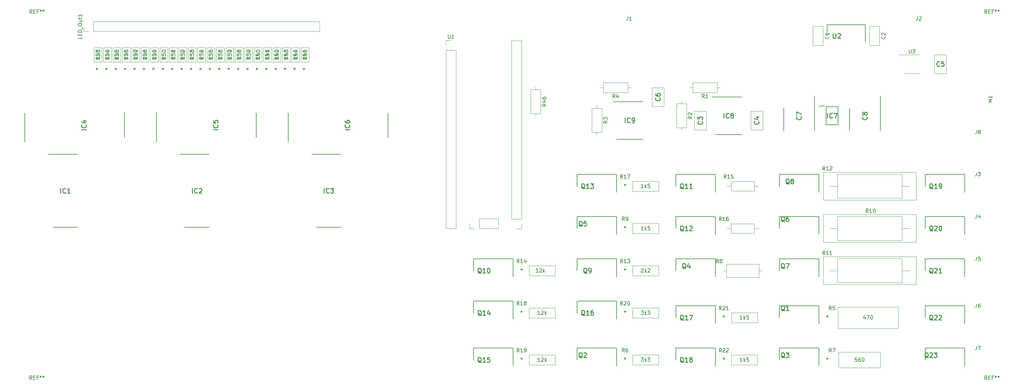
<source format=gbr>
%TF.GenerationSoftware,KiCad,Pcbnew,(5.1.12)-1*%
%TF.CreationDate,2022-01-28T10:52:39+13:00*%
%TF.ProjectId,switch_board,73776974-6368-45f6-926f-6172642e6b69,rev?*%
%TF.SameCoordinates,Original*%
%TF.FileFunction,Legend,Top*%
%TF.FilePolarity,Positive*%
%FSLAX46Y46*%
G04 Gerber Fmt 4.6, Leading zero omitted, Abs format (unit mm)*
G04 Created by KiCad (PCBNEW (5.1.12)-1) date 2022-01-28 10:52:39*
%MOMM*%
%LPD*%
G01*
G04 APERTURE LIST*
%ADD10C,0.200000*%
%ADD11C,0.120000*%
%ADD12C,0.100000*%
%ADD13C,0.150000*%
%ADD14C,0.254000*%
G04 APERTURE END LIST*
D10*
%TO.C,IC5*%
X52580000Y-47715000D02*
X52580000Y-39880000D01*
X79500000Y-46480000D02*
X79500000Y-39880000D01*
%TO.C,IC4*%
X43940000Y-46480000D02*
X43940000Y-39880000D01*
X17020000Y-47715000D02*
X17020000Y-39880000D01*
D11*
%TO.C,R23*%
X37884100Y-26060400D02*
X37884100Y-22199600D01*
X37884100Y-22199600D02*
X35775900Y-22199600D01*
X35775900Y-22199600D02*
X35775900Y-26060400D01*
X35775900Y-26060400D02*
X37884100Y-26060400D01*
%TO.C,C1*%
X232510000Y-16410000D02*
X232510000Y-21650000D01*
X229770000Y-16410000D02*
X229770000Y-21650000D01*
X232510000Y-16410000D02*
X229770000Y-16410000D01*
X232510000Y-21650000D02*
X229770000Y-21650000D01*
%TO.C,C2*%
X247750000Y-21650000D02*
X245010000Y-21650000D01*
X247750000Y-16410000D02*
X245010000Y-16410000D01*
X245010000Y-16410000D02*
X245010000Y-21650000D01*
X247750000Y-16410000D02*
X247750000Y-21650000D01*
D12*
%TO.C,C3*%
X197800000Y-39370000D02*
X200980000Y-39370000D01*
X197800000Y-44450000D02*
X197800000Y-39370000D01*
X200980000Y-44450000D02*
X197800000Y-44450000D01*
X200980000Y-39370000D02*
X200980000Y-44450000D01*
%TO.C,C4*%
X216220000Y-39370000D02*
X216220000Y-44450000D01*
X216220000Y-44450000D02*
X213040000Y-44450000D01*
X213040000Y-44450000D02*
X213040000Y-39370000D01*
X213040000Y-39370000D02*
X216220000Y-39370000D01*
%TO.C,C5*%
X262570000Y-29210000D02*
X262570000Y-24130000D01*
X262570000Y-24130000D02*
X265750000Y-24130000D01*
X265750000Y-24130000D02*
X265750000Y-29210000D01*
X265750000Y-29210000D02*
X262570000Y-29210000D01*
%TO.C,C6*%
X186370000Y-33020000D02*
X189550000Y-33020000D01*
X186370000Y-38100000D02*
X186370000Y-33020000D01*
X189550000Y-38100000D02*
X186370000Y-38100000D01*
X189550000Y-33020000D02*
X189550000Y-38100000D01*
D10*
%TO.C,C7*%
X221935000Y-38578000D02*
X221935000Y-44765000D01*
X230185000Y-35290000D02*
X230185000Y-44765000D01*
%TO.C,C8*%
X247965000Y-35290000D02*
X247965000Y-44765000D01*
X239715000Y-38578000D02*
X239715000Y-44765000D01*
%TO.C,IC1*%
X23405000Y-51115000D02*
X31240000Y-51115000D01*
X24640000Y-70805000D02*
X31240000Y-70805000D01*
%TO.C,IC2*%
X60200000Y-70805000D02*
X66800000Y-70805000D01*
X58965000Y-51115000D02*
X66800000Y-51115000D01*
%TO.C,IC3*%
X95760000Y-70805000D02*
X102360000Y-70805000D01*
X94525000Y-51115000D02*
X102360000Y-51115000D01*
%TO.C,IC6*%
X88140000Y-47715000D02*
X88140000Y-39880000D01*
X115060000Y-46480000D02*
X115060000Y-39880000D01*
%TO.C,IC7*%
X233352000Y-38188000D02*
X236548000Y-38188000D01*
X236548000Y-38188000D02*
X236548000Y-43092000D01*
X236548000Y-43092000D02*
X233352000Y-43092000D01*
X233352000Y-43092000D02*
X233352000Y-38188000D01*
X231475000Y-38060000D02*
X233002000Y-38060000D01*
%TO.C,IC8*%
X202525000Y-35560000D02*
X210566000Y-35560000D01*
X203454000Y-45720000D02*
X210566000Y-45720000D01*
%TO.C,IC9*%
X176784000Y-46990000D02*
X183896000Y-46990000D01*
X175855000Y-36830000D02*
X183896000Y-36830000D01*
D11*
%TO.C,LED_Out1*%
X32960000Y-17840000D02*
X32960000Y-16510000D01*
X34290000Y-17840000D02*
X32960000Y-17840000D01*
X35560000Y-17840000D02*
X35560000Y-15180000D01*
X35560000Y-15180000D02*
X96580000Y-15180000D01*
X35560000Y-17840000D02*
X96580000Y-17840000D01*
X96580000Y-17840000D02*
X96580000Y-15180000D01*
D10*
%TO.C,Q1*%
X231395000Y-96855000D02*
X231395000Y-92025000D01*
X231395000Y-92025000D02*
X220725000Y-92025000D01*
X220725000Y-92025000D02*
X220725000Y-95250000D01*
%TO.C,Q2*%
X166115000Y-103455000D02*
X166115000Y-106680000D01*
X176785000Y-103455000D02*
X166115000Y-103455000D01*
X176785000Y-108285000D02*
X176785000Y-103455000D01*
%TO.C,Q3*%
X231395000Y-108285000D02*
X231395000Y-103455000D01*
X231395000Y-103455000D02*
X220725000Y-103455000D01*
X220725000Y-103455000D02*
X220725000Y-106680000D01*
%TO.C,Q4*%
X192785000Y-79325000D02*
X192785000Y-82550000D01*
X203455000Y-79325000D02*
X192785000Y-79325000D01*
X203455000Y-84155000D02*
X203455000Y-79325000D01*
%TO.C,Q5*%
X176785000Y-72725000D02*
X176785000Y-67895000D01*
X176785000Y-67895000D02*
X166115000Y-67895000D01*
X166115000Y-67895000D02*
X166115000Y-71120000D01*
%TO.C,Q6*%
X220725000Y-67895000D02*
X220725000Y-71120000D01*
X231395000Y-67895000D02*
X220725000Y-67895000D01*
X231395000Y-72725000D02*
X231395000Y-67895000D01*
%TO.C,Q7*%
X231395000Y-84155000D02*
X231395000Y-79325000D01*
X231395000Y-79325000D02*
X220725000Y-79325000D01*
X220725000Y-79325000D02*
X220725000Y-82550000D01*
%TO.C,Q8*%
X231395000Y-61295000D02*
X231395000Y-56465000D01*
X231395000Y-56465000D02*
X220725000Y-56465000D01*
X220725000Y-56465000D02*
X220725000Y-59690000D01*
%TO.C,Q9*%
X166115000Y-79325000D02*
X166115000Y-82550000D01*
X176785000Y-79325000D02*
X166115000Y-79325000D01*
X176785000Y-84155000D02*
X176785000Y-79325000D01*
%TO.C,Q10*%
X138175000Y-79325000D02*
X138175000Y-82550000D01*
X148845000Y-79325000D02*
X138175000Y-79325000D01*
X148845000Y-84155000D02*
X148845000Y-79325000D01*
%TO.C,Q11*%
X192785000Y-56465000D02*
X192785000Y-59690000D01*
X203455000Y-56465000D02*
X192785000Y-56465000D01*
X203455000Y-61295000D02*
X203455000Y-56465000D01*
%TO.C,Q12*%
X203455000Y-72725000D02*
X203455000Y-67895000D01*
X203455000Y-67895000D02*
X192785000Y-67895000D01*
X192785000Y-67895000D02*
X192785000Y-71120000D01*
%TO.C,Q13*%
X176785000Y-61295000D02*
X176785000Y-56465000D01*
X176785000Y-56465000D02*
X166115000Y-56465000D01*
X166115000Y-56465000D02*
X166115000Y-59690000D01*
%TO.C,Q14*%
X148845000Y-95585000D02*
X148845000Y-90755000D01*
X148845000Y-90755000D02*
X138175000Y-90755000D01*
X138175000Y-90755000D02*
X138175000Y-93980000D01*
%TO.C,Q15*%
X138175000Y-103455000D02*
X138175000Y-106680000D01*
X148845000Y-103455000D02*
X138175000Y-103455000D01*
X148845000Y-108285000D02*
X148845000Y-103455000D01*
%TO.C,Q16*%
X176785000Y-95585000D02*
X176785000Y-90755000D01*
X176785000Y-90755000D02*
X166115000Y-90755000D01*
X166115000Y-90755000D02*
X166115000Y-93980000D01*
%TO.C,Q17*%
X192785000Y-92025000D02*
X192785000Y-95250000D01*
X203455000Y-92025000D02*
X192785000Y-92025000D01*
X203455000Y-96855000D02*
X203455000Y-92025000D01*
%TO.C,Q18*%
X203455000Y-108285000D02*
X203455000Y-103455000D01*
X203455000Y-103455000D02*
X192785000Y-103455000D01*
X192785000Y-103455000D02*
X192785000Y-106680000D01*
%TO.C,Q19*%
X260095000Y-56465000D02*
X260095000Y-59690000D01*
X270765000Y-56465000D02*
X260095000Y-56465000D01*
X270765000Y-61295000D02*
X270765000Y-56465000D01*
%TO.C,Q20*%
X270765000Y-72725000D02*
X270765000Y-67895000D01*
X270765000Y-67895000D02*
X260095000Y-67895000D01*
X260095000Y-67895000D02*
X260095000Y-71120000D01*
%TO.C,Q21*%
X260095000Y-79325000D02*
X260095000Y-82550000D01*
X270765000Y-79325000D02*
X260095000Y-79325000D01*
X270765000Y-84155000D02*
X270765000Y-79325000D01*
%TO.C,Q22*%
X270765000Y-96855000D02*
X270765000Y-92025000D01*
X270765000Y-92025000D02*
X260095000Y-92025000D01*
X260095000Y-92025000D02*
X260095000Y-95250000D01*
%TO.C,Q23*%
X260095000Y-103455000D02*
X260095000Y-106680000D01*
X270765000Y-103455000D02*
X260095000Y-103455000D01*
X270765000Y-108285000D02*
X270765000Y-103455000D01*
D11*
%TO.C,R1*%
X203930000Y-34390000D02*
X203930000Y-31650000D01*
X203930000Y-31650000D02*
X197390000Y-31650000D01*
X197390000Y-31650000D02*
X197390000Y-34390000D01*
X197390000Y-34390000D02*
X203930000Y-34390000D01*
X204700000Y-33020000D02*
X203930000Y-33020000D01*
X196620000Y-33020000D02*
X197390000Y-33020000D01*
%TO.C,R2*%
X194310000Y-44680000D02*
X194310000Y-43910000D01*
X194310000Y-36600000D02*
X194310000Y-37370000D01*
X195680000Y-43910000D02*
X195680000Y-37370000D01*
X192940000Y-43910000D02*
X195680000Y-43910000D01*
X192940000Y-37370000D02*
X192940000Y-43910000D01*
X195680000Y-37370000D02*
X192940000Y-37370000D01*
%TO.C,R3*%
X171450000Y-45950000D02*
X171450000Y-45180000D01*
X171450000Y-37870000D02*
X171450000Y-38640000D01*
X172820000Y-45180000D02*
X172820000Y-38640000D01*
X170080000Y-45180000D02*
X172820000Y-45180000D01*
X170080000Y-38640000D02*
X170080000Y-45180000D01*
X172820000Y-38640000D02*
X170080000Y-38640000D01*
%TO.C,R4*%
X179800000Y-34390000D02*
X179800000Y-31650000D01*
X179800000Y-31650000D02*
X173260000Y-31650000D01*
X173260000Y-31650000D02*
X173260000Y-34390000D01*
X173260000Y-34390000D02*
X179800000Y-34390000D01*
X180570000Y-33020000D02*
X179800000Y-33020000D01*
X172490000Y-33020000D02*
X173260000Y-33020000D01*
%TO.C,R5*%
X236552740Y-92367100D02*
X236552740Y-98132900D01*
X252808740Y-92367100D02*
X236552740Y-92367100D01*
X252808740Y-98132900D02*
X252808740Y-92367100D01*
X236552740Y-98132900D02*
X252808740Y-98132900D01*
%TO.C,R6*%
X181141370Y-105308400D02*
X181141370Y-108051600D01*
X188100970Y-105308400D02*
X181141370Y-105308400D01*
X188100970Y-108051600D02*
X188100970Y-105308400D01*
X181141370Y-108051600D02*
X188100970Y-108051600D01*
%TO.C,R7*%
X236754670Y-104559100D02*
X236754670Y-108800900D01*
X248006870Y-104559100D02*
X236754670Y-104559100D01*
X248006870Y-108800900D02*
X248006870Y-104559100D01*
X236754670Y-108800900D02*
X248006870Y-108800900D01*
%TO.C,R8*%
X206420000Y-82550000D02*
X205650000Y-82550000D01*
X215220000Y-82550000D02*
X216040000Y-82550000D01*
X206450000Y-84315000D02*
X206450000Y-80785000D01*
X215190000Y-84315000D02*
X206450000Y-84315000D01*
X215190000Y-80785000D02*
X215190000Y-84315000D01*
X206450000Y-80785000D02*
X215190000Y-80785000D01*
%TO.C,R9*%
X181141370Y-69748400D02*
X181141370Y-72491600D01*
X188100970Y-69748400D02*
X181141370Y-69748400D01*
X188100970Y-72491600D02*
X188100970Y-69748400D01*
X181141370Y-72491600D02*
X188100970Y-72491600D01*
%TO.C,R10*%
X232610000Y-67370000D02*
X254360000Y-67370000D01*
X232610000Y-74870000D02*
X232610000Y-67370000D01*
X257610000Y-74870000D02*
X232610000Y-74870000D01*
X257610000Y-67370000D02*
X257610000Y-74870000D01*
X254360000Y-67370000D02*
X257610000Y-67370000D01*
X253860000Y-71120000D02*
X255860000Y-71120000D01*
X236360000Y-71120000D02*
X234360000Y-71120000D01*
X236360000Y-74370000D02*
X236360000Y-67870000D01*
X253860000Y-74370000D02*
X236360000Y-74370000D01*
X253860000Y-67870000D02*
X253860000Y-74370000D01*
X236360000Y-67870000D02*
X253860000Y-67870000D01*
%TO.C,R11*%
X232610000Y-78800000D02*
X254360000Y-78800000D01*
X232610000Y-86300000D02*
X232610000Y-78800000D01*
X257610000Y-86300000D02*
X232610000Y-86300000D01*
X257610000Y-78800000D02*
X257610000Y-86300000D01*
X254360000Y-78800000D02*
X257610000Y-78800000D01*
X253860000Y-82550000D02*
X255860000Y-82550000D01*
X236360000Y-82550000D02*
X234360000Y-82550000D01*
X236360000Y-85800000D02*
X236360000Y-79300000D01*
X253860000Y-85800000D02*
X236360000Y-85800000D01*
X253860000Y-79300000D02*
X253860000Y-85800000D01*
X236360000Y-79300000D02*
X253860000Y-79300000D01*
%TO.C,R12*%
X236360000Y-56440000D02*
X253860000Y-56440000D01*
X253860000Y-56440000D02*
X253860000Y-62940000D01*
X253860000Y-62940000D02*
X236360000Y-62940000D01*
X236360000Y-62940000D02*
X236360000Y-56440000D01*
X236360000Y-59690000D02*
X234360000Y-59690000D01*
X253860000Y-59690000D02*
X255860000Y-59690000D01*
X254360000Y-55940000D02*
X257610000Y-55940000D01*
X257610000Y-55940000D02*
X257610000Y-63440000D01*
X257610000Y-63440000D02*
X232610000Y-63440000D01*
X232610000Y-63440000D02*
X232610000Y-55940000D01*
X232610000Y-55940000D02*
X254360000Y-55940000D01*
%TO.C,R13*%
X181141370Y-83921600D02*
X188100970Y-83921600D01*
X188100970Y-83921600D02*
X188100970Y-81178400D01*
X188100970Y-81178400D02*
X181141370Y-81178400D01*
X181141370Y-81178400D02*
X181141370Y-83921600D01*
%TO.C,R14*%
X153201370Y-81178400D02*
X153201370Y-83921600D01*
X160160970Y-81178400D02*
X153201370Y-81178400D01*
X160160970Y-83921600D02*
X160160970Y-81178400D01*
X153201370Y-83921600D02*
X160160970Y-83921600D01*
%TO.C,R15*%
X207720000Y-58440000D02*
X213920000Y-58440000D01*
X213920000Y-58440000D02*
X213920000Y-60940000D01*
X213920000Y-60940000D02*
X207720000Y-60940000D01*
X207720000Y-60940000D02*
X207720000Y-58440000D01*
X207720000Y-59690000D02*
X206520000Y-59690000D01*
X213920000Y-59690000D02*
X215120000Y-59690000D01*
%TO.C,R16*%
X213920000Y-71120000D02*
X215120000Y-71120000D01*
X207720000Y-71120000D02*
X206520000Y-71120000D01*
X207720000Y-72370000D02*
X207720000Y-69870000D01*
X213920000Y-72370000D02*
X207720000Y-72370000D01*
X213920000Y-69870000D02*
X213920000Y-72370000D01*
X207720000Y-69870000D02*
X213920000Y-69870000D01*
%TO.C,R17*%
X181141370Y-61061600D02*
X188100970Y-61061600D01*
X188100970Y-61061600D02*
X188100970Y-58318400D01*
X188100970Y-58318400D02*
X181141370Y-58318400D01*
X181141370Y-58318400D02*
X181141370Y-61061600D01*
%TO.C,R18*%
X153201370Y-92608400D02*
X153201370Y-95351600D01*
X160160970Y-92608400D02*
X153201370Y-92608400D01*
X160160970Y-95351600D02*
X160160970Y-92608400D01*
X153201370Y-95351600D02*
X160160970Y-95351600D01*
%TO.C,R19*%
X153201370Y-108051600D02*
X160160970Y-108051600D01*
X160160970Y-108051600D02*
X160160970Y-105308400D01*
X160160970Y-105308400D02*
X153201370Y-105308400D01*
X153201370Y-105308400D02*
X153201370Y-108051600D01*
%TO.C,R20*%
X181141370Y-95351600D02*
X188100970Y-95351600D01*
X188100970Y-95351600D02*
X188100970Y-92608400D01*
X188100970Y-92608400D02*
X181141370Y-92608400D01*
X181141370Y-92608400D02*
X181141370Y-95351600D01*
%TO.C,R21*%
X207811370Y-93878400D02*
X207811370Y-96621600D01*
X214770970Y-93878400D02*
X207811370Y-93878400D01*
X214770970Y-96621600D02*
X214770970Y-93878400D01*
X207811370Y-96621600D02*
X214770970Y-96621600D01*
%TO.C,R22*%
X207811370Y-108051600D02*
X214770970Y-108051600D01*
X214770970Y-108051600D02*
X214770970Y-105308400D01*
X214770970Y-105308400D02*
X207811370Y-105308400D01*
X207811370Y-105308400D02*
X207811370Y-108051600D01*
%TO.C,R24*%
X38315900Y-26060400D02*
X40424100Y-26060400D01*
X38315900Y-22199600D02*
X38315900Y-26060400D01*
X40424100Y-22199600D02*
X38315900Y-22199600D01*
X40424100Y-26060400D02*
X40424100Y-22199600D01*
%TO.C,R25*%
X40855900Y-26060400D02*
X42964100Y-26060400D01*
X40855900Y-22199600D02*
X40855900Y-26060400D01*
X42964100Y-22199600D02*
X40855900Y-22199600D01*
X42964100Y-26060400D02*
X42964100Y-22199600D01*
%TO.C,R26*%
X45504100Y-26060400D02*
X45504100Y-22199600D01*
X45504100Y-22199600D02*
X43395900Y-22199600D01*
X43395900Y-22199600D02*
X43395900Y-26060400D01*
X43395900Y-26060400D02*
X45504100Y-26060400D01*
%TO.C,R27*%
X48044100Y-26060400D02*
X48044100Y-22199600D01*
X48044100Y-22199600D02*
X45935900Y-22199600D01*
X45935900Y-22199600D02*
X45935900Y-26060400D01*
X45935900Y-26060400D02*
X48044100Y-26060400D01*
%TO.C,R28*%
X48475900Y-26060400D02*
X50584100Y-26060400D01*
X48475900Y-22199600D02*
X48475900Y-26060400D01*
X50584100Y-22199600D02*
X48475900Y-22199600D01*
X50584100Y-26060400D02*
X50584100Y-22199600D01*
%TO.C,R29*%
X51015900Y-26060400D02*
X53124100Y-26060400D01*
X51015900Y-22199600D02*
X51015900Y-26060400D01*
X53124100Y-22199600D02*
X51015900Y-22199600D01*
X53124100Y-26060400D02*
X53124100Y-22199600D01*
%TO.C,R30*%
X55664100Y-26060400D02*
X55664100Y-22199600D01*
X55664100Y-22199600D02*
X53555900Y-22199600D01*
X53555900Y-22199600D02*
X53555900Y-26060400D01*
X53555900Y-26060400D02*
X55664100Y-26060400D01*
%TO.C,R31*%
X58204100Y-26060400D02*
X58204100Y-22199600D01*
X58204100Y-22199600D02*
X56095900Y-22199600D01*
X56095900Y-22199600D02*
X56095900Y-26060400D01*
X56095900Y-26060400D02*
X58204100Y-26060400D01*
%TO.C,R32*%
X58635900Y-26060400D02*
X60744100Y-26060400D01*
X58635900Y-22199600D02*
X58635900Y-26060400D01*
X60744100Y-22199600D02*
X58635900Y-22199600D01*
X60744100Y-26060400D02*
X60744100Y-22199600D01*
%TO.C,R33*%
X61175900Y-26060400D02*
X63284100Y-26060400D01*
X61175900Y-22199600D02*
X61175900Y-26060400D01*
X63284100Y-22199600D02*
X61175900Y-22199600D01*
X63284100Y-26060400D02*
X63284100Y-22199600D01*
%TO.C,R34*%
X65824100Y-26060400D02*
X65824100Y-22199600D01*
X65824100Y-22199600D02*
X63715900Y-22199600D01*
X63715900Y-22199600D02*
X63715900Y-26060400D01*
X63715900Y-26060400D02*
X65824100Y-26060400D01*
%TO.C,R35*%
X68364100Y-26060400D02*
X68364100Y-22199600D01*
X68364100Y-22199600D02*
X66255900Y-22199600D01*
X66255900Y-22199600D02*
X66255900Y-26060400D01*
X66255900Y-26060400D02*
X68364100Y-26060400D01*
%TO.C,R36*%
X68795900Y-26060400D02*
X70904100Y-26060400D01*
X68795900Y-22199600D02*
X68795900Y-26060400D01*
X70904100Y-22199600D02*
X68795900Y-22199600D01*
X70904100Y-26060400D02*
X70904100Y-22199600D01*
%TO.C,R37*%
X71335900Y-26060400D02*
X73444100Y-26060400D01*
X71335900Y-22199600D02*
X71335900Y-26060400D01*
X73444100Y-22199600D02*
X71335900Y-22199600D01*
X73444100Y-26060400D02*
X73444100Y-22199600D01*
%TO.C,R38*%
X75984100Y-26060400D02*
X75984100Y-22199600D01*
X75984100Y-22199600D02*
X73875900Y-22199600D01*
X73875900Y-22199600D02*
X73875900Y-26060400D01*
X73875900Y-26060400D02*
X75984100Y-26060400D01*
%TO.C,R39*%
X78524100Y-26060400D02*
X78524100Y-22199600D01*
X78524100Y-22199600D02*
X76415900Y-22199600D01*
X76415900Y-22199600D02*
X76415900Y-26060400D01*
X76415900Y-26060400D02*
X78524100Y-26060400D01*
%TO.C,R40*%
X78955900Y-26060400D02*
X81064100Y-26060400D01*
X78955900Y-22199600D02*
X78955900Y-26060400D01*
X81064100Y-22199600D02*
X78955900Y-22199600D01*
X81064100Y-26060400D02*
X81064100Y-22199600D01*
%TO.C,R41*%
X81495900Y-26060400D02*
X83604100Y-26060400D01*
X81495900Y-22199600D02*
X81495900Y-26060400D01*
X83604100Y-22199600D02*
X81495900Y-22199600D01*
X83604100Y-26060400D02*
X83604100Y-22199600D01*
%TO.C,R42*%
X86144100Y-26060400D02*
X86144100Y-22199600D01*
X86144100Y-22199600D02*
X84035900Y-22199600D01*
X84035900Y-22199600D02*
X84035900Y-26060400D01*
X84035900Y-26060400D02*
X86144100Y-26060400D01*
%TO.C,R43*%
X88684100Y-26060400D02*
X88684100Y-22199600D01*
X88684100Y-22199600D02*
X86575900Y-22199600D01*
X86575900Y-22199600D02*
X86575900Y-26060400D01*
X86575900Y-26060400D02*
X88684100Y-26060400D01*
%TO.C,R44*%
X89115900Y-26060400D02*
X91224100Y-26060400D01*
X89115900Y-22199600D02*
X89115900Y-26060400D01*
X91224100Y-22199600D02*
X89115900Y-22199600D01*
X91224100Y-26060400D02*
X91224100Y-22199600D01*
%TO.C,R45*%
X91655900Y-26060400D02*
X93764100Y-26060400D01*
X91655900Y-22199600D02*
X91655900Y-26060400D01*
X93764100Y-22199600D02*
X91655900Y-22199600D01*
X93764100Y-26060400D02*
X93764100Y-22199600D01*
%TO.C,R46*%
X154940000Y-40870000D02*
X154940000Y-40100000D01*
X154940000Y-32790000D02*
X154940000Y-33560000D01*
X156310000Y-40100000D02*
X156310000Y-33560000D01*
X153570000Y-40100000D02*
X156310000Y-40100000D01*
X153570000Y-33560000D02*
X153570000Y-40100000D01*
X156310000Y-33560000D02*
X153570000Y-33560000D01*
%TO.C,U1*%
X144840000Y-71180000D02*
X144840000Y-68520000D01*
X139700000Y-71180000D02*
X144840000Y-71180000D01*
X139700000Y-68520000D02*
X144840000Y-68520000D01*
X139700000Y-71180000D02*
X139700000Y-68520000D01*
X138430000Y-71180000D02*
X137100000Y-71180000D01*
X137100000Y-71180000D02*
X137100000Y-69850000D01*
X151130000Y-20320000D02*
X148470000Y-20320000D01*
X151130000Y-68640000D02*
X151130000Y-20320000D01*
X148470000Y-68640000D02*
X148470000Y-20320000D01*
X151130000Y-68640000D02*
X148470000Y-68640000D01*
X151130000Y-69910000D02*
X151130000Y-71240000D01*
X151130000Y-71240000D02*
X149800000Y-71240000D01*
X130750000Y-71180000D02*
X133410000Y-71180000D01*
X130750000Y-22860000D02*
X130750000Y-71180000D01*
X133410000Y-22860000D02*
X133410000Y-71180000D01*
X130750000Y-22860000D02*
X133410000Y-22860000D01*
X130750000Y-21590000D02*
X130750000Y-20260000D01*
X130750000Y-20260000D02*
X132080000Y-20260000D01*
D10*
%TO.C,U2*%
X243970000Y-20580000D02*
X243970000Y-15980000D01*
X243970000Y-15980000D02*
X233570000Y-15980000D01*
X233570000Y-15980000D02*
X233570000Y-19050000D01*
D11*
%TO.C,U3*%
X256540000Y-24110000D02*
X253090000Y-24110000D01*
X256540000Y-24110000D02*
X258490000Y-24110000D01*
X256540000Y-29230000D02*
X254590000Y-29230000D01*
X256540000Y-29230000D02*
X258490000Y-29230000D01*
%TO.C,REF\u002A\u002A*%
D13*
X18986666Y-12932380D02*
X18653333Y-12456190D01*
X18415238Y-12932380D02*
X18415238Y-11932380D01*
X18796190Y-11932380D01*
X18891428Y-11980000D01*
X18939047Y-12027619D01*
X18986666Y-12122857D01*
X18986666Y-12265714D01*
X18939047Y-12360952D01*
X18891428Y-12408571D01*
X18796190Y-12456190D01*
X18415238Y-12456190D01*
X19415238Y-12408571D02*
X19748571Y-12408571D01*
X19891428Y-12932380D02*
X19415238Y-12932380D01*
X19415238Y-11932380D01*
X19891428Y-11932380D01*
X20653333Y-12408571D02*
X20320000Y-12408571D01*
X20320000Y-12932380D02*
X20320000Y-11932380D01*
X20796190Y-11932380D01*
X21320000Y-11932380D02*
X21320000Y-12170476D01*
X21081904Y-12075238D02*
X21320000Y-12170476D01*
X21558095Y-12075238D01*
X21177142Y-12360952D02*
X21320000Y-12170476D01*
X21462857Y-12360952D01*
X22081904Y-11932380D02*
X22081904Y-12170476D01*
X21843809Y-12075238D02*
X22081904Y-12170476D01*
X22320000Y-12075238D01*
X21939047Y-12360952D02*
X22081904Y-12170476D01*
X22224761Y-12360952D01*
X18986666Y-111992380D02*
X18653333Y-111516190D01*
X18415238Y-111992380D02*
X18415238Y-110992380D01*
X18796190Y-110992380D01*
X18891428Y-111040000D01*
X18939047Y-111087619D01*
X18986666Y-111182857D01*
X18986666Y-111325714D01*
X18939047Y-111420952D01*
X18891428Y-111468571D01*
X18796190Y-111516190D01*
X18415238Y-111516190D01*
X19415238Y-111468571D02*
X19748571Y-111468571D01*
X19891428Y-111992380D02*
X19415238Y-111992380D01*
X19415238Y-110992380D01*
X19891428Y-110992380D01*
X20653333Y-111468571D02*
X20320000Y-111468571D01*
X20320000Y-111992380D02*
X20320000Y-110992380D01*
X20796190Y-110992380D01*
X21320000Y-110992380D02*
X21320000Y-111230476D01*
X21081904Y-111135238D02*
X21320000Y-111230476D01*
X21558095Y-111135238D01*
X21177142Y-111420952D02*
X21320000Y-111230476D01*
X21462857Y-111420952D01*
X22081904Y-110992380D02*
X22081904Y-111230476D01*
X21843809Y-111135238D02*
X22081904Y-111230476D01*
X22320000Y-111135238D01*
X21939047Y-111420952D02*
X22081904Y-111230476D01*
X22224761Y-111420952D01*
X276796666Y-111992380D02*
X276463333Y-111516190D01*
X276225238Y-111992380D02*
X276225238Y-110992380D01*
X276606190Y-110992380D01*
X276701428Y-111040000D01*
X276749047Y-111087619D01*
X276796666Y-111182857D01*
X276796666Y-111325714D01*
X276749047Y-111420952D01*
X276701428Y-111468571D01*
X276606190Y-111516190D01*
X276225238Y-111516190D01*
X277225238Y-111468571D02*
X277558571Y-111468571D01*
X277701428Y-111992380D02*
X277225238Y-111992380D01*
X277225238Y-110992380D01*
X277701428Y-110992380D01*
X278463333Y-111468571D02*
X278130000Y-111468571D01*
X278130000Y-111992380D02*
X278130000Y-110992380D01*
X278606190Y-110992380D01*
X279130000Y-110992380D02*
X279130000Y-111230476D01*
X278891904Y-111135238D02*
X279130000Y-111230476D01*
X279368095Y-111135238D01*
X278987142Y-111420952D02*
X279130000Y-111230476D01*
X279272857Y-111420952D01*
X279891904Y-110992380D02*
X279891904Y-111230476D01*
X279653809Y-111135238D02*
X279891904Y-111230476D01*
X280130000Y-111135238D01*
X279749047Y-111420952D02*
X279891904Y-111230476D01*
X280034761Y-111420952D01*
X276796666Y-12932380D02*
X276463333Y-12456190D01*
X276225238Y-12932380D02*
X276225238Y-11932380D01*
X276606190Y-11932380D01*
X276701428Y-11980000D01*
X276749047Y-12027619D01*
X276796666Y-12122857D01*
X276796666Y-12265714D01*
X276749047Y-12360952D01*
X276701428Y-12408571D01*
X276606190Y-12456190D01*
X276225238Y-12456190D01*
X277225238Y-12408571D02*
X277558571Y-12408571D01*
X277701428Y-12932380D02*
X277225238Y-12932380D01*
X277225238Y-11932380D01*
X277701428Y-11932380D01*
X278463333Y-12408571D02*
X278130000Y-12408571D01*
X278130000Y-12932380D02*
X278130000Y-11932380D01*
X278606190Y-11932380D01*
X279130000Y-11932380D02*
X279130000Y-12170476D01*
X278891904Y-12075238D02*
X279130000Y-12170476D01*
X279368095Y-12075238D01*
X278987142Y-12360952D02*
X279130000Y-12170476D01*
X279272857Y-12360952D01*
X279891904Y-11932380D02*
X279891904Y-12170476D01*
X279653809Y-12075238D02*
X279891904Y-12170476D01*
X280130000Y-12075238D01*
X279749047Y-12360952D02*
X279891904Y-12170476D01*
X280034761Y-12360952D01*
%TO.C,J1*%
X179826666Y-13832380D02*
X179826666Y-14546666D01*
X179779047Y-14689523D01*
X179683809Y-14784761D01*
X179540952Y-14832380D01*
X179445714Y-14832380D01*
X180826666Y-14832380D02*
X180255238Y-14832380D01*
X180540952Y-14832380D02*
X180540952Y-13832380D01*
X180445714Y-13975238D01*
X180350476Y-14070476D01*
X180255238Y-14118095D01*
%TO.C,IC5*%
D14*
X69154523Y-44419761D02*
X67884523Y-44419761D01*
X69033571Y-43089285D02*
X69094047Y-43149761D01*
X69154523Y-43331190D01*
X69154523Y-43452142D01*
X69094047Y-43633571D01*
X68973095Y-43754523D01*
X68852142Y-43815000D01*
X68610238Y-43875476D01*
X68428809Y-43875476D01*
X68186904Y-43815000D01*
X68065952Y-43754523D01*
X67945000Y-43633571D01*
X67884523Y-43452142D01*
X67884523Y-43331190D01*
X67945000Y-43149761D01*
X68005476Y-43089285D01*
X67884523Y-41940238D02*
X67884523Y-42545000D01*
X68489285Y-42605476D01*
X68428809Y-42545000D01*
X68368333Y-42424047D01*
X68368333Y-42121666D01*
X68428809Y-42000714D01*
X68489285Y-41940238D01*
X68610238Y-41879761D01*
X68912619Y-41879761D01*
X69033571Y-41940238D01*
X69094047Y-42000714D01*
X69154523Y-42121666D01*
X69154523Y-42424047D01*
X69094047Y-42545000D01*
X69033571Y-42605476D01*
%TO.C,IC4*%
X33594523Y-44419761D02*
X32324523Y-44419761D01*
X33473571Y-43089285D02*
X33534047Y-43149761D01*
X33594523Y-43331190D01*
X33594523Y-43452142D01*
X33534047Y-43633571D01*
X33413095Y-43754523D01*
X33292142Y-43815000D01*
X33050238Y-43875476D01*
X32868809Y-43875476D01*
X32626904Y-43815000D01*
X32505952Y-43754523D01*
X32385000Y-43633571D01*
X32324523Y-43452142D01*
X32324523Y-43331190D01*
X32385000Y-43149761D01*
X32445476Y-43089285D01*
X32747857Y-42000714D02*
X33594523Y-42000714D01*
X32264047Y-42303095D02*
X33171190Y-42605476D01*
X33171190Y-41819285D01*
%TO.C,R23*%
D13*
X37282380Y-24772857D02*
X36806190Y-25106190D01*
X37282380Y-25344285D02*
X36282380Y-25344285D01*
X36282380Y-24963333D01*
X36330000Y-24868095D01*
X36377619Y-24820476D01*
X36472857Y-24772857D01*
X36615714Y-24772857D01*
X36710952Y-24820476D01*
X36758571Y-24868095D01*
X36806190Y-24963333D01*
X36806190Y-25344285D01*
X36377619Y-24391904D02*
X36330000Y-24344285D01*
X36282380Y-24249047D01*
X36282380Y-24010952D01*
X36330000Y-23915714D01*
X36377619Y-23868095D01*
X36472857Y-23820476D01*
X36568095Y-23820476D01*
X36710952Y-23868095D01*
X37282380Y-24439523D01*
X37282380Y-23820476D01*
X36282380Y-23487142D02*
X36282380Y-22868095D01*
X36663333Y-23201428D01*
X36663333Y-23058571D01*
X36710952Y-22963333D01*
X36758571Y-22915714D01*
X36853809Y-22868095D01*
X37091904Y-22868095D01*
X37187142Y-22915714D01*
X37234761Y-22963333D01*
X37282380Y-23058571D01*
X37282380Y-23344285D01*
X37234761Y-23439523D01*
X37187142Y-23487142D01*
X37282380Y-24796666D02*
X37282380Y-25368095D01*
X37282380Y-25082380D02*
X36282380Y-25082380D01*
X36425238Y-25177619D01*
X36520476Y-25272857D01*
X36568095Y-25368095D01*
X36282380Y-23891904D02*
X36282380Y-24368095D01*
X36758571Y-24415714D01*
X36710952Y-24368095D01*
X36663333Y-24272857D01*
X36663333Y-24034761D01*
X36710952Y-23939523D01*
X36758571Y-23891904D01*
X36853809Y-23844285D01*
X37091904Y-23844285D01*
X37187142Y-23891904D01*
X37234761Y-23939523D01*
X37282380Y-24034761D01*
X37282380Y-24272857D01*
X37234761Y-24368095D01*
X37187142Y-24415714D01*
X36282380Y-23225238D02*
X36282380Y-23130000D01*
X36330000Y-23034761D01*
X36377619Y-22987142D01*
X36472857Y-22939523D01*
X36663333Y-22891904D01*
X36901428Y-22891904D01*
X37091904Y-22939523D01*
X37187142Y-22987142D01*
X37234761Y-23034761D01*
X37282380Y-23130000D01*
X37282380Y-23225238D01*
X37234761Y-23320476D01*
X37187142Y-23368095D01*
X37091904Y-23415714D01*
X36901428Y-23463333D01*
X36663333Y-23463333D01*
X36472857Y-23415714D01*
X36377619Y-23368095D01*
X36330000Y-23320476D01*
X36282380Y-23225238D01*
X36282380Y-27940000D02*
X36520476Y-27940000D01*
X36425238Y-28178095D02*
X36520476Y-27940000D01*
X36425238Y-27701904D01*
X36710952Y-28082857D02*
X36520476Y-27940000D01*
X36710952Y-27797142D01*
%TO.C,C1*%
X233997142Y-19196666D02*
X234044761Y-19244285D01*
X234092380Y-19387142D01*
X234092380Y-19482380D01*
X234044761Y-19625238D01*
X233949523Y-19720476D01*
X233854285Y-19768095D01*
X233663809Y-19815714D01*
X233520952Y-19815714D01*
X233330476Y-19768095D01*
X233235238Y-19720476D01*
X233140000Y-19625238D01*
X233092380Y-19482380D01*
X233092380Y-19387142D01*
X233140000Y-19244285D01*
X233187619Y-19196666D01*
X234092380Y-18244285D02*
X234092380Y-18815714D01*
X234092380Y-18530000D02*
X233092380Y-18530000D01*
X233235238Y-18625238D01*
X233330476Y-18720476D01*
X233378095Y-18815714D01*
%TO.C,C2*%
X249237142Y-19196666D02*
X249284761Y-19244285D01*
X249332380Y-19387142D01*
X249332380Y-19482380D01*
X249284761Y-19625238D01*
X249189523Y-19720476D01*
X249094285Y-19768095D01*
X248903809Y-19815714D01*
X248760952Y-19815714D01*
X248570476Y-19768095D01*
X248475238Y-19720476D01*
X248380000Y-19625238D01*
X248332380Y-19482380D01*
X248332380Y-19387142D01*
X248380000Y-19244285D01*
X248427619Y-19196666D01*
X248427619Y-18815714D02*
X248380000Y-18768095D01*
X248332380Y-18672857D01*
X248332380Y-18434761D01*
X248380000Y-18339523D01*
X248427619Y-18291904D01*
X248522857Y-18244285D01*
X248618095Y-18244285D01*
X248760952Y-18291904D01*
X249332380Y-18863333D01*
X249332380Y-18244285D01*
%TO.C,C3*%
D14*
X199843571Y-42121666D02*
X199904047Y-42182142D01*
X199964523Y-42363571D01*
X199964523Y-42484523D01*
X199904047Y-42665952D01*
X199783095Y-42786904D01*
X199662142Y-42847380D01*
X199420238Y-42907857D01*
X199238809Y-42907857D01*
X198996904Y-42847380D01*
X198875952Y-42786904D01*
X198755000Y-42665952D01*
X198694523Y-42484523D01*
X198694523Y-42363571D01*
X198755000Y-42182142D01*
X198815476Y-42121666D01*
X198694523Y-41698333D02*
X198694523Y-40912142D01*
X199178333Y-41335476D01*
X199178333Y-41154047D01*
X199238809Y-41033095D01*
X199299285Y-40972619D01*
X199420238Y-40912142D01*
X199722619Y-40912142D01*
X199843571Y-40972619D01*
X199904047Y-41033095D01*
X199964523Y-41154047D01*
X199964523Y-41516904D01*
X199904047Y-41637857D01*
X199843571Y-41698333D01*
%TO.C,C4*%
X215083571Y-42121666D02*
X215144047Y-42182142D01*
X215204523Y-42363571D01*
X215204523Y-42484523D01*
X215144047Y-42665952D01*
X215023095Y-42786904D01*
X214902142Y-42847380D01*
X214660238Y-42907857D01*
X214478809Y-42907857D01*
X214236904Y-42847380D01*
X214115952Y-42786904D01*
X213995000Y-42665952D01*
X213934523Y-42484523D01*
X213934523Y-42363571D01*
X213995000Y-42182142D01*
X214055476Y-42121666D01*
X214357857Y-41033095D02*
X215204523Y-41033095D01*
X213874047Y-41335476D02*
X214781190Y-41637857D01*
X214781190Y-40851666D01*
%TO.C,C5*%
X263948333Y-27123571D02*
X263887857Y-27184047D01*
X263706428Y-27244523D01*
X263585476Y-27244523D01*
X263404047Y-27184047D01*
X263283095Y-27063095D01*
X263222619Y-26942142D01*
X263162142Y-26700238D01*
X263162142Y-26518809D01*
X263222619Y-26276904D01*
X263283095Y-26155952D01*
X263404047Y-26035000D01*
X263585476Y-25974523D01*
X263706428Y-25974523D01*
X263887857Y-26035000D01*
X263948333Y-26095476D01*
X265097380Y-25974523D02*
X264492619Y-25974523D01*
X264432142Y-26579285D01*
X264492619Y-26518809D01*
X264613571Y-26458333D01*
X264915952Y-26458333D01*
X265036904Y-26518809D01*
X265097380Y-26579285D01*
X265157857Y-26700238D01*
X265157857Y-27002619D01*
X265097380Y-27123571D01*
X265036904Y-27184047D01*
X264915952Y-27244523D01*
X264613571Y-27244523D01*
X264492619Y-27184047D01*
X264432142Y-27123571D01*
%TO.C,C6*%
X188413571Y-35771666D02*
X188474047Y-35832142D01*
X188534523Y-36013571D01*
X188534523Y-36134523D01*
X188474047Y-36315952D01*
X188353095Y-36436904D01*
X188232142Y-36497380D01*
X187990238Y-36557857D01*
X187808809Y-36557857D01*
X187566904Y-36497380D01*
X187445952Y-36436904D01*
X187325000Y-36315952D01*
X187264523Y-36134523D01*
X187264523Y-36013571D01*
X187325000Y-35832142D01*
X187385476Y-35771666D01*
X187264523Y-34683095D02*
X187264523Y-34925000D01*
X187325000Y-35045952D01*
X187385476Y-35106428D01*
X187566904Y-35227380D01*
X187808809Y-35287857D01*
X188292619Y-35287857D01*
X188413571Y-35227380D01*
X188474047Y-35166904D01*
X188534523Y-35045952D01*
X188534523Y-34804047D01*
X188474047Y-34683095D01*
X188413571Y-34622619D01*
X188292619Y-34562142D01*
X187990238Y-34562142D01*
X187869285Y-34622619D01*
X187808809Y-34683095D01*
X187748333Y-34804047D01*
X187748333Y-35045952D01*
X187808809Y-35166904D01*
X187869285Y-35227380D01*
X187990238Y-35287857D01*
%TO.C,C7*%
X226513571Y-40851666D02*
X226574047Y-40912142D01*
X226634523Y-41093571D01*
X226634523Y-41214523D01*
X226574047Y-41395952D01*
X226453095Y-41516904D01*
X226332142Y-41577380D01*
X226090238Y-41637857D01*
X225908809Y-41637857D01*
X225666904Y-41577380D01*
X225545952Y-41516904D01*
X225425000Y-41395952D01*
X225364523Y-41214523D01*
X225364523Y-41093571D01*
X225425000Y-40912142D01*
X225485476Y-40851666D01*
X225364523Y-40428333D02*
X225364523Y-39581666D01*
X226634523Y-40125952D01*
%TO.C,C8*%
X244293571Y-40851666D02*
X244354047Y-40912142D01*
X244414523Y-41093571D01*
X244414523Y-41214523D01*
X244354047Y-41395952D01*
X244233095Y-41516904D01*
X244112142Y-41577380D01*
X243870238Y-41637857D01*
X243688809Y-41637857D01*
X243446904Y-41577380D01*
X243325952Y-41516904D01*
X243205000Y-41395952D01*
X243144523Y-41214523D01*
X243144523Y-41093571D01*
X243205000Y-40912142D01*
X243265476Y-40851666D01*
X243688809Y-40125952D02*
X243628333Y-40246904D01*
X243567857Y-40307380D01*
X243446904Y-40367857D01*
X243386428Y-40367857D01*
X243265476Y-40307380D01*
X243205000Y-40246904D01*
X243144523Y-40125952D01*
X243144523Y-39884047D01*
X243205000Y-39763095D01*
X243265476Y-39702619D01*
X243386428Y-39642142D01*
X243446904Y-39642142D01*
X243567857Y-39702619D01*
X243628333Y-39763095D01*
X243688809Y-39884047D01*
X243688809Y-40125952D01*
X243749285Y-40246904D01*
X243809761Y-40307380D01*
X243930714Y-40367857D01*
X244172619Y-40367857D01*
X244293571Y-40307380D01*
X244354047Y-40246904D01*
X244414523Y-40125952D01*
X244414523Y-39884047D01*
X244354047Y-39763095D01*
X244293571Y-39702619D01*
X244172619Y-39642142D01*
X243930714Y-39642142D01*
X243809761Y-39702619D01*
X243749285Y-39763095D01*
X243688809Y-39884047D01*
%TO.C,IC1*%
X26700238Y-61534523D02*
X26700238Y-60264523D01*
X28030714Y-61413571D02*
X27970238Y-61474047D01*
X27788809Y-61534523D01*
X27667857Y-61534523D01*
X27486428Y-61474047D01*
X27365476Y-61353095D01*
X27305000Y-61232142D01*
X27244523Y-60990238D01*
X27244523Y-60808809D01*
X27305000Y-60566904D01*
X27365476Y-60445952D01*
X27486428Y-60325000D01*
X27667857Y-60264523D01*
X27788809Y-60264523D01*
X27970238Y-60325000D01*
X28030714Y-60385476D01*
X29240238Y-61534523D02*
X28514523Y-61534523D01*
X28877380Y-61534523D02*
X28877380Y-60264523D01*
X28756428Y-60445952D01*
X28635476Y-60566904D01*
X28514523Y-60627380D01*
%TO.C,IC2*%
X62260238Y-61534523D02*
X62260238Y-60264523D01*
X63590714Y-61413571D02*
X63530238Y-61474047D01*
X63348809Y-61534523D01*
X63227857Y-61534523D01*
X63046428Y-61474047D01*
X62925476Y-61353095D01*
X62865000Y-61232142D01*
X62804523Y-60990238D01*
X62804523Y-60808809D01*
X62865000Y-60566904D01*
X62925476Y-60445952D01*
X63046428Y-60325000D01*
X63227857Y-60264523D01*
X63348809Y-60264523D01*
X63530238Y-60325000D01*
X63590714Y-60385476D01*
X64074523Y-60385476D02*
X64135000Y-60325000D01*
X64255952Y-60264523D01*
X64558333Y-60264523D01*
X64679285Y-60325000D01*
X64739761Y-60385476D01*
X64800238Y-60506428D01*
X64800238Y-60627380D01*
X64739761Y-60808809D01*
X64014047Y-61534523D01*
X64800238Y-61534523D01*
%TO.C,IC3*%
X97820238Y-61534523D02*
X97820238Y-60264523D01*
X99150714Y-61413571D02*
X99090238Y-61474047D01*
X98908809Y-61534523D01*
X98787857Y-61534523D01*
X98606428Y-61474047D01*
X98485476Y-61353095D01*
X98425000Y-61232142D01*
X98364523Y-60990238D01*
X98364523Y-60808809D01*
X98425000Y-60566904D01*
X98485476Y-60445952D01*
X98606428Y-60325000D01*
X98787857Y-60264523D01*
X98908809Y-60264523D01*
X99090238Y-60325000D01*
X99150714Y-60385476D01*
X99574047Y-60264523D02*
X100360238Y-60264523D01*
X99936904Y-60748333D01*
X100118333Y-60748333D01*
X100239285Y-60808809D01*
X100299761Y-60869285D01*
X100360238Y-60990238D01*
X100360238Y-61292619D01*
X100299761Y-61413571D01*
X100239285Y-61474047D01*
X100118333Y-61534523D01*
X99755476Y-61534523D01*
X99634523Y-61474047D01*
X99574047Y-61413571D01*
%TO.C,IC6*%
X104714523Y-44419761D02*
X103444523Y-44419761D01*
X104593571Y-43089285D02*
X104654047Y-43149761D01*
X104714523Y-43331190D01*
X104714523Y-43452142D01*
X104654047Y-43633571D01*
X104533095Y-43754523D01*
X104412142Y-43815000D01*
X104170238Y-43875476D01*
X103988809Y-43875476D01*
X103746904Y-43815000D01*
X103625952Y-43754523D01*
X103505000Y-43633571D01*
X103444523Y-43452142D01*
X103444523Y-43331190D01*
X103505000Y-43149761D01*
X103565476Y-43089285D01*
X103444523Y-42000714D02*
X103444523Y-42242619D01*
X103505000Y-42363571D01*
X103565476Y-42424047D01*
X103746904Y-42545000D01*
X103988809Y-42605476D01*
X104472619Y-42605476D01*
X104593571Y-42545000D01*
X104654047Y-42484523D01*
X104714523Y-42363571D01*
X104714523Y-42121666D01*
X104654047Y-42000714D01*
X104593571Y-41940238D01*
X104472619Y-41879761D01*
X104170238Y-41879761D01*
X104049285Y-41940238D01*
X103988809Y-42000714D01*
X103928333Y-42121666D01*
X103928333Y-42363571D01*
X103988809Y-42484523D01*
X104049285Y-42545000D01*
X104170238Y-42605476D01*
%TO.C,IC7*%
X233710238Y-41214523D02*
X233710238Y-39944523D01*
X235040714Y-41093571D02*
X234980238Y-41154047D01*
X234798809Y-41214523D01*
X234677857Y-41214523D01*
X234496428Y-41154047D01*
X234375476Y-41033095D01*
X234315000Y-40912142D01*
X234254523Y-40670238D01*
X234254523Y-40488809D01*
X234315000Y-40246904D01*
X234375476Y-40125952D01*
X234496428Y-40005000D01*
X234677857Y-39944523D01*
X234798809Y-39944523D01*
X234980238Y-40005000D01*
X235040714Y-40065476D01*
X235464047Y-39944523D02*
X236310714Y-39944523D01*
X235766428Y-41214523D01*
%TO.C,IC8*%
X205770238Y-41214523D02*
X205770238Y-39944523D01*
X207100714Y-41093571D02*
X207040238Y-41154047D01*
X206858809Y-41214523D01*
X206737857Y-41214523D01*
X206556428Y-41154047D01*
X206435476Y-41033095D01*
X206375000Y-40912142D01*
X206314523Y-40670238D01*
X206314523Y-40488809D01*
X206375000Y-40246904D01*
X206435476Y-40125952D01*
X206556428Y-40005000D01*
X206737857Y-39944523D01*
X206858809Y-39944523D01*
X207040238Y-40005000D01*
X207100714Y-40065476D01*
X207826428Y-40488809D02*
X207705476Y-40428333D01*
X207645000Y-40367857D01*
X207584523Y-40246904D01*
X207584523Y-40186428D01*
X207645000Y-40065476D01*
X207705476Y-40005000D01*
X207826428Y-39944523D01*
X208068333Y-39944523D01*
X208189285Y-40005000D01*
X208249761Y-40065476D01*
X208310238Y-40186428D01*
X208310238Y-40246904D01*
X208249761Y-40367857D01*
X208189285Y-40428333D01*
X208068333Y-40488809D01*
X207826428Y-40488809D01*
X207705476Y-40549285D01*
X207645000Y-40609761D01*
X207584523Y-40730714D01*
X207584523Y-40972619D01*
X207645000Y-41093571D01*
X207705476Y-41154047D01*
X207826428Y-41214523D01*
X208068333Y-41214523D01*
X208189285Y-41154047D01*
X208249761Y-41093571D01*
X208310238Y-40972619D01*
X208310238Y-40730714D01*
X208249761Y-40609761D01*
X208189285Y-40549285D01*
X208068333Y-40488809D01*
%TO.C,IC9*%
X179100238Y-42484523D02*
X179100238Y-41214523D01*
X180430714Y-42363571D02*
X180370238Y-42424047D01*
X180188809Y-42484523D01*
X180067857Y-42484523D01*
X179886428Y-42424047D01*
X179765476Y-42303095D01*
X179705000Y-42182142D01*
X179644523Y-41940238D01*
X179644523Y-41758809D01*
X179705000Y-41516904D01*
X179765476Y-41395952D01*
X179886428Y-41275000D01*
X180067857Y-41214523D01*
X180188809Y-41214523D01*
X180370238Y-41275000D01*
X180430714Y-41335476D01*
X181035476Y-42484523D02*
X181277380Y-42484523D01*
X181398333Y-42424047D01*
X181458809Y-42363571D01*
X181579761Y-42182142D01*
X181640238Y-41940238D01*
X181640238Y-41456428D01*
X181579761Y-41335476D01*
X181519285Y-41275000D01*
X181398333Y-41214523D01*
X181156428Y-41214523D01*
X181035476Y-41275000D01*
X180975000Y-41335476D01*
X180914523Y-41456428D01*
X180914523Y-41758809D01*
X180975000Y-41879761D01*
X181035476Y-41940238D01*
X181156428Y-42000714D01*
X181398333Y-42000714D01*
X181519285Y-41940238D01*
X181579761Y-41879761D01*
X181640238Y-41758809D01*
%TO.C,J2*%
D13*
X258066666Y-13832380D02*
X258066666Y-14546666D01*
X258019047Y-14689523D01*
X257923809Y-14784761D01*
X257780952Y-14832380D01*
X257685714Y-14832380D01*
X258495238Y-13927619D02*
X258542857Y-13880000D01*
X258638095Y-13832380D01*
X258876190Y-13832380D01*
X258971428Y-13880000D01*
X259019047Y-13927619D01*
X259066666Y-14022857D01*
X259066666Y-14118095D01*
X259019047Y-14260952D01*
X258447619Y-14832380D01*
X259066666Y-14832380D01*
%TO.C,J3*%
X273986666Y-55942380D02*
X273986666Y-56656666D01*
X273939047Y-56799523D01*
X273843809Y-56894761D01*
X273700952Y-56942380D01*
X273605714Y-56942380D01*
X274367619Y-55942380D02*
X274986666Y-55942380D01*
X274653333Y-56323333D01*
X274796190Y-56323333D01*
X274891428Y-56370952D01*
X274939047Y-56418571D01*
X274986666Y-56513809D01*
X274986666Y-56751904D01*
X274939047Y-56847142D01*
X274891428Y-56894761D01*
X274796190Y-56942380D01*
X274510476Y-56942380D01*
X274415238Y-56894761D01*
X274367619Y-56847142D01*
%TO.C,J4*%
X273986666Y-67372380D02*
X273986666Y-68086666D01*
X273939047Y-68229523D01*
X273843809Y-68324761D01*
X273700952Y-68372380D01*
X273605714Y-68372380D01*
X274891428Y-67705714D02*
X274891428Y-68372380D01*
X274653333Y-67324761D02*
X274415238Y-68039047D01*
X275034285Y-68039047D01*
%TO.C,J5*%
X273986666Y-78802380D02*
X273986666Y-79516666D01*
X273939047Y-79659523D01*
X273843809Y-79754761D01*
X273700952Y-79802380D01*
X273605714Y-79802380D01*
X274939047Y-78802380D02*
X274462857Y-78802380D01*
X274415238Y-79278571D01*
X274462857Y-79230952D01*
X274558095Y-79183333D01*
X274796190Y-79183333D01*
X274891428Y-79230952D01*
X274939047Y-79278571D01*
X274986666Y-79373809D01*
X274986666Y-79611904D01*
X274939047Y-79707142D01*
X274891428Y-79754761D01*
X274796190Y-79802380D01*
X274558095Y-79802380D01*
X274462857Y-79754761D01*
X274415238Y-79707142D01*
%TO.C,J6*%
X273986666Y-91502380D02*
X273986666Y-92216666D01*
X273939047Y-92359523D01*
X273843809Y-92454761D01*
X273700952Y-92502380D01*
X273605714Y-92502380D01*
X274891428Y-91502380D02*
X274700952Y-91502380D01*
X274605714Y-91550000D01*
X274558095Y-91597619D01*
X274462857Y-91740476D01*
X274415238Y-91930952D01*
X274415238Y-92311904D01*
X274462857Y-92407142D01*
X274510476Y-92454761D01*
X274605714Y-92502380D01*
X274796190Y-92502380D01*
X274891428Y-92454761D01*
X274939047Y-92407142D01*
X274986666Y-92311904D01*
X274986666Y-92073809D01*
X274939047Y-91978571D01*
X274891428Y-91930952D01*
X274796190Y-91883333D01*
X274605714Y-91883333D01*
X274510476Y-91930952D01*
X274462857Y-91978571D01*
X274415238Y-92073809D01*
%TO.C,J7*%
X273986666Y-102932380D02*
X273986666Y-103646666D01*
X273939047Y-103789523D01*
X273843809Y-103884761D01*
X273700952Y-103932380D01*
X273605714Y-103932380D01*
X274367619Y-102932380D02*
X275034285Y-102932380D01*
X274605714Y-103932380D01*
%TO.C,J8*%
X273986666Y-44512380D02*
X273986666Y-45226666D01*
X273939047Y-45369523D01*
X273843809Y-45464761D01*
X273700952Y-45512380D01*
X273605714Y-45512380D01*
X274605714Y-44940952D02*
X274510476Y-44893333D01*
X274462857Y-44845714D01*
X274415238Y-44750476D01*
X274415238Y-44702857D01*
X274462857Y-44607619D01*
X274510476Y-44560000D01*
X274605714Y-44512380D01*
X274796190Y-44512380D01*
X274891428Y-44560000D01*
X274939047Y-44607619D01*
X274986666Y-44702857D01*
X274986666Y-44750476D01*
X274939047Y-44845714D01*
X274891428Y-44893333D01*
X274796190Y-44940952D01*
X274605714Y-44940952D01*
X274510476Y-44988571D01*
X274462857Y-45036190D01*
X274415238Y-45131428D01*
X274415238Y-45321904D01*
X274462857Y-45417142D01*
X274510476Y-45464761D01*
X274605714Y-45512380D01*
X274796190Y-45512380D01*
X274891428Y-45464761D01*
X274939047Y-45417142D01*
X274986666Y-45321904D01*
X274986666Y-45131428D01*
X274939047Y-45036190D01*
X274891428Y-44988571D01*
X274796190Y-44940952D01*
%TO.C,LED_Out1*%
X32412380Y-19271904D02*
X32412380Y-19748095D01*
X31412380Y-19748095D01*
X31888571Y-18938571D02*
X31888571Y-18605238D01*
X32412380Y-18462380D02*
X32412380Y-18938571D01*
X31412380Y-18938571D01*
X31412380Y-18462380D01*
X32412380Y-18033809D02*
X31412380Y-18033809D01*
X31412380Y-17795714D01*
X31460000Y-17652857D01*
X31555238Y-17557619D01*
X31650476Y-17510000D01*
X31840952Y-17462380D01*
X31983809Y-17462380D01*
X32174285Y-17510000D01*
X32269523Y-17557619D01*
X32364761Y-17652857D01*
X32412380Y-17795714D01*
X32412380Y-18033809D01*
X32507619Y-17271904D02*
X32507619Y-16510000D01*
X31412380Y-16081428D02*
X31412380Y-15890952D01*
X31460000Y-15795714D01*
X31555238Y-15700476D01*
X31745714Y-15652857D01*
X32079047Y-15652857D01*
X32269523Y-15700476D01*
X32364761Y-15795714D01*
X32412380Y-15890952D01*
X32412380Y-16081428D01*
X32364761Y-16176666D01*
X32269523Y-16271904D01*
X32079047Y-16319523D01*
X31745714Y-16319523D01*
X31555238Y-16271904D01*
X31460000Y-16176666D01*
X31412380Y-16081428D01*
X31745714Y-14795714D02*
X32412380Y-14795714D01*
X31745714Y-15224285D02*
X32269523Y-15224285D01*
X32364761Y-15176666D01*
X32412380Y-15081428D01*
X32412380Y-14938571D01*
X32364761Y-14843333D01*
X32317142Y-14795714D01*
X31745714Y-14462380D02*
X31745714Y-14081428D01*
X31412380Y-14319523D02*
X32269523Y-14319523D01*
X32364761Y-14271904D01*
X32412380Y-14176666D01*
X32412380Y-14081428D01*
X32412380Y-13224285D02*
X32412380Y-13795714D01*
X32412380Y-13510000D02*
X31412380Y-13510000D01*
X31555238Y-13605238D01*
X31650476Y-13700476D01*
X31698095Y-13795714D01*
%TO.C,M1*%
X278172380Y-36959523D02*
X277172380Y-36959523D01*
X277886666Y-36626190D01*
X277172380Y-36292857D01*
X278172380Y-36292857D01*
X278172380Y-35292857D02*
X278172380Y-35864285D01*
X278172380Y-35578571D02*
X277172380Y-35578571D01*
X277315238Y-35673809D01*
X277410476Y-35769047D01*
X277458095Y-35864285D01*
%TO.C,Q1*%
D14*
X222129047Y-93405476D02*
X222008095Y-93345000D01*
X221887142Y-93224047D01*
X221705714Y-93042619D01*
X221584761Y-92982142D01*
X221463809Y-92982142D01*
X221524285Y-93284523D02*
X221403333Y-93224047D01*
X221282380Y-93103095D01*
X221221904Y-92861190D01*
X221221904Y-92437857D01*
X221282380Y-92195952D01*
X221403333Y-92075000D01*
X221524285Y-92014523D01*
X221766190Y-92014523D01*
X221887142Y-92075000D01*
X222008095Y-92195952D01*
X222068571Y-92437857D01*
X222068571Y-92861190D01*
X222008095Y-93103095D01*
X221887142Y-93224047D01*
X221766190Y-93284523D01*
X221524285Y-93284523D01*
X223278095Y-93284523D02*
X222552380Y-93284523D01*
X222915238Y-93284523D02*
X222915238Y-92014523D01*
X222794285Y-92195952D01*
X222673333Y-92316904D01*
X222552380Y-92377380D01*
%TO.C,Q2*%
X167519047Y-106105476D02*
X167398095Y-106045000D01*
X167277142Y-105924047D01*
X167095714Y-105742619D01*
X166974761Y-105682142D01*
X166853809Y-105682142D01*
X166914285Y-105984523D02*
X166793333Y-105924047D01*
X166672380Y-105803095D01*
X166611904Y-105561190D01*
X166611904Y-105137857D01*
X166672380Y-104895952D01*
X166793333Y-104775000D01*
X166914285Y-104714523D01*
X167156190Y-104714523D01*
X167277142Y-104775000D01*
X167398095Y-104895952D01*
X167458571Y-105137857D01*
X167458571Y-105561190D01*
X167398095Y-105803095D01*
X167277142Y-105924047D01*
X167156190Y-105984523D01*
X166914285Y-105984523D01*
X167942380Y-104835476D02*
X168002857Y-104775000D01*
X168123809Y-104714523D01*
X168426190Y-104714523D01*
X168547142Y-104775000D01*
X168607619Y-104835476D01*
X168668095Y-104956428D01*
X168668095Y-105077380D01*
X168607619Y-105258809D01*
X167881904Y-105984523D01*
X168668095Y-105984523D01*
%TO.C,Q3*%
X222129047Y-106105476D02*
X222008095Y-106045000D01*
X221887142Y-105924047D01*
X221705714Y-105742619D01*
X221584761Y-105682142D01*
X221463809Y-105682142D01*
X221524285Y-105984523D02*
X221403333Y-105924047D01*
X221282380Y-105803095D01*
X221221904Y-105561190D01*
X221221904Y-105137857D01*
X221282380Y-104895952D01*
X221403333Y-104775000D01*
X221524285Y-104714523D01*
X221766190Y-104714523D01*
X221887142Y-104775000D01*
X222008095Y-104895952D01*
X222068571Y-105137857D01*
X222068571Y-105561190D01*
X222008095Y-105803095D01*
X221887142Y-105924047D01*
X221766190Y-105984523D01*
X221524285Y-105984523D01*
X222491904Y-104714523D02*
X223278095Y-104714523D01*
X222854761Y-105198333D01*
X223036190Y-105198333D01*
X223157142Y-105258809D01*
X223217619Y-105319285D01*
X223278095Y-105440238D01*
X223278095Y-105742619D01*
X223217619Y-105863571D01*
X223157142Y-105924047D01*
X223036190Y-105984523D01*
X222673333Y-105984523D01*
X222552380Y-105924047D01*
X222491904Y-105863571D01*
%TO.C,Q4*%
X195459047Y-81975476D02*
X195338095Y-81915000D01*
X195217142Y-81794047D01*
X195035714Y-81612619D01*
X194914761Y-81552142D01*
X194793809Y-81552142D01*
X194854285Y-81854523D02*
X194733333Y-81794047D01*
X194612380Y-81673095D01*
X194551904Y-81431190D01*
X194551904Y-81007857D01*
X194612380Y-80765952D01*
X194733333Y-80645000D01*
X194854285Y-80584523D01*
X195096190Y-80584523D01*
X195217142Y-80645000D01*
X195338095Y-80765952D01*
X195398571Y-81007857D01*
X195398571Y-81431190D01*
X195338095Y-81673095D01*
X195217142Y-81794047D01*
X195096190Y-81854523D01*
X194854285Y-81854523D01*
X196487142Y-81007857D02*
X196487142Y-81854523D01*
X196184761Y-80524047D02*
X195882380Y-81431190D01*
X196668571Y-81431190D01*
%TO.C,Q5*%
X167519047Y-70545476D02*
X167398095Y-70485000D01*
X167277142Y-70364047D01*
X167095714Y-70182619D01*
X166974761Y-70122142D01*
X166853809Y-70122142D01*
X166914285Y-70424523D02*
X166793333Y-70364047D01*
X166672380Y-70243095D01*
X166611904Y-70001190D01*
X166611904Y-69577857D01*
X166672380Y-69335952D01*
X166793333Y-69215000D01*
X166914285Y-69154523D01*
X167156190Y-69154523D01*
X167277142Y-69215000D01*
X167398095Y-69335952D01*
X167458571Y-69577857D01*
X167458571Y-70001190D01*
X167398095Y-70243095D01*
X167277142Y-70364047D01*
X167156190Y-70424523D01*
X166914285Y-70424523D01*
X168607619Y-69154523D02*
X168002857Y-69154523D01*
X167942380Y-69759285D01*
X168002857Y-69698809D01*
X168123809Y-69638333D01*
X168426190Y-69638333D01*
X168547142Y-69698809D01*
X168607619Y-69759285D01*
X168668095Y-69880238D01*
X168668095Y-70182619D01*
X168607619Y-70303571D01*
X168547142Y-70364047D01*
X168426190Y-70424523D01*
X168123809Y-70424523D01*
X168002857Y-70364047D01*
X167942380Y-70303571D01*
%TO.C,Q6*%
X222129047Y-69275476D02*
X222008095Y-69215000D01*
X221887142Y-69094047D01*
X221705714Y-68912619D01*
X221584761Y-68852142D01*
X221463809Y-68852142D01*
X221524285Y-69154523D02*
X221403333Y-69094047D01*
X221282380Y-68973095D01*
X221221904Y-68731190D01*
X221221904Y-68307857D01*
X221282380Y-68065952D01*
X221403333Y-67945000D01*
X221524285Y-67884523D01*
X221766190Y-67884523D01*
X221887142Y-67945000D01*
X222008095Y-68065952D01*
X222068571Y-68307857D01*
X222068571Y-68731190D01*
X222008095Y-68973095D01*
X221887142Y-69094047D01*
X221766190Y-69154523D01*
X221524285Y-69154523D01*
X223157142Y-67884523D02*
X222915238Y-67884523D01*
X222794285Y-67945000D01*
X222733809Y-68005476D01*
X222612857Y-68186904D01*
X222552380Y-68428809D01*
X222552380Y-68912619D01*
X222612857Y-69033571D01*
X222673333Y-69094047D01*
X222794285Y-69154523D01*
X223036190Y-69154523D01*
X223157142Y-69094047D01*
X223217619Y-69033571D01*
X223278095Y-68912619D01*
X223278095Y-68610238D01*
X223217619Y-68489285D01*
X223157142Y-68428809D01*
X223036190Y-68368333D01*
X222794285Y-68368333D01*
X222673333Y-68428809D01*
X222612857Y-68489285D01*
X222552380Y-68610238D01*
%TO.C,Q7*%
X222129047Y-81975476D02*
X222008095Y-81915000D01*
X221887142Y-81794047D01*
X221705714Y-81612619D01*
X221584761Y-81552142D01*
X221463809Y-81552142D01*
X221524285Y-81854523D02*
X221403333Y-81794047D01*
X221282380Y-81673095D01*
X221221904Y-81431190D01*
X221221904Y-81007857D01*
X221282380Y-80765952D01*
X221403333Y-80645000D01*
X221524285Y-80584523D01*
X221766190Y-80584523D01*
X221887142Y-80645000D01*
X222008095Y-80765952D01*
X222068571Y-81007857D01*
X222068571Y-81431190D01*
X222008095Y-81673095D01*
X221887142Y-81794047D01*
X221766190Y-81854523D01*
X221524285Y-81854523D01*
X222491904Y-80584523D02*
X223338571Y-80584523D01*
X222794285Y-81854523D01*
%TO.C,Q8*%
X223399047Y-59115476D02*
X223278095Y-59055000D01*
X223157142Y-58934047D01*
X222975714Y-58752619D01*
X222854761Y-58692142D01*
X222733809Y-58692142D01*
X222794285Y-58994523D02*
X222673333Y-58934047D01*
X222552380Y-58813095D01*
X222491904Y-58571190D01*
X222491904Y-58147857D01*
X222552380Y-57905952D01*
X222673333Y-57785000D01*
X222794285Y-57724523D01*
X223036190Y-57724523D01*
X223157142Y-57785000D01*
X223278095Y-57905952D01*
X223338571Y-58147857D01*
X223338571Y-58571190D01*
X223278095Y-58813095D01*
X223157142Y-58934047D01*
X223036190Y-58994523D01*
X222794285Y-58994523D01*
X224064285Y-58268809D02*
X223943333Y-58208333D01*
X223882857Y-58147857D01*
X223822380Y-58026904D01*
X223822380Y-57966428D01*
X223882857Y-57845476D01*
X223943333Y-57785000D01*
X224064285Y-57724523D01*
X224306190Y-57724523D01*
X224427142Y-57785000D01*
X224487619Y-57845476D01*
X224548095Y-57966428D01*
X224548095Y-58026904D01*
X224487619Y-58147857D01*
X224427142Y-58208333D01*
X224306190Y-58268809D01*
X224064285Y-58268809D01*
X223943333Y-58329285D01*
X223882857Y-58389761D01*
X223822380Y-58510714D01*
X223822380Y-58752619D01*
X223882857Y-58873571D01*
X223943333Y-58934047D01*
X224064285Y-58994523D01*
X224306190Y-58994523D01*
X224427142Y-58934047D01*
X224487619Y-58873571D01*
X224548095Y-58752619D01*
X224548095Y-58510714D01*
X224487619Y-58389761D01*
X224427142Y-58329285D01*
X224306190Y-58268809D01*
%TO.C,Q9*%
X168789047Y-83245476D02*
X168668095Y-83185000D01*
X168547142Y-83064047D01*
X168365714Y-82882619D01*
X168244761Y-82822142D01*
X168123809Y-82822142D01*
X168184285Y-83124523D02*
X168063333Y-83064047D01*
X167942380Y-82943095D01*
X167881904Y-82701190D01*
X167881904Y-82277857D01*
X167942380Y-82035952D01*
X168063333Y-81915000D01*
X168184285Y-81854523D01*
X168426190Y-81854523D01*
X168547142Y-81915000D01*
X168668095Y-82035952D01*
X168728571Y-82277857D01*
X168728571Y-82701190D01*
X168668095Y-82943095D01*
X168547142Y-83064047D01*
X168426190Y-83124523D01*
X168184285Y-83124523D01*
X169333333Y-83124523D02*
X169575238Y-83124523D01*
X169696190Y-83064047D01*
X169756666Y-83003571D01*
X169877619Y-82822142D01*
X169938095Y-82580238D01*
X169938095Y-82096428D01*
X169877619Y-81975476D01*
X169817142Y-81915000D01*
X169696190Y-81854523D01*
X169454285Y-81854523D01*
X169333333Y-81915000D01*
X169272857Y-81975476D01*
X169212380Y-82096428D01*
X169212380Y-82398809D01*
X169272857Y-82519761D01*
X169333333Y-82580238D01*
X169454285Y-82640714D01*
X169696190Y-82640714D01*
X169817142Y-82580238D01*
X169877619Y-82519761D01*
X169938095Y-82398809D01*
%TO.C,Q10*%
X140244285Y-83245476D02*
X140123333Y-83185000D01*
X140002380Y-83064047D01*
X139820952Y-82882619D01*
X139700000Y-82822142D01*
X139579047Y-82822142D01*
X139639523Y-83124523D02*
X139518571Y-83064047D01*
X139397619Y-82943095D01*
X139337142Y-82701190D01*
X139337142Y-82277857D01*
X139397619Y-82035952D01*
X139518571Y-81915000D01*
X139639523Y-81854523D01*
X139881428Y-81854523D01*
X140002380Y-81915000D01*
X140123333Y-82035952D01*
X140183809Y-82277857D01*
X140183809Y-82701190D01*
X140123333Y-82943095D01*
X140002380Y-83064047D01*
X139881428Y-83124523D01*
X139639523Y-83124523D01*
X141393333Y-83124523D02*
X140667619Y-83124523D01*
X141030476Y-83124523D02*
X141030476Y-81854523D01*
X140909523Y-82035952D01*
X140788571Y-82156904D01*
X140667619Y-82217380D01*
X142179523Y-81854523D02*
X142300476Y-81854523D01*
X142421428Y-81915000D01*
X142481904Y-81975476D01*
X142542380Y-82096428D01*
X142602857Y-82338333D01*
X142602857Y-82640714D01*
X142542380Y-82882619D01*
X142481904Y-83003571D01*
X142421428Y-83064047D01*
X142300476Y-83124523D01*
X142179523Y-83124523D01*
X142058571Y-83064047D01*
X141998095Y-83003571D01*
X141937619Y-82882619D01*
X141877142Y-82640714D01*
X141877142Y-82338333D01*
X141937619Y-82096428D01*
X141998095Y-81975476D01*
X142058571Y-81915000D01*
X142179523Y-81854523D01*
%TO.C,Q11*%
X194854285Y-60385476D02*
X194733333Y-60325000D01*
X194612380Y-60204047D01*
X194430952Y-60022619D01*
X194310000Y-59962142D01*
X194189047Y-59962142D01*
X194249523Y-60264523D02*
X194128571Y-60204047D01*
X194007619Y-60083095D01*
X193947142Y-59841190D01*
X193947142Y-59417857D01*
X194007619Y-59175952D01*
X194128571Y-59055000D01*
X194249523Y-58994523D01*
X194491428Y-58994523D01*
X194612380Y-59055000D01*
X194733333Y-59175952D01*
X194793809Y-59417857D01*
X194793809Y-59841190D01*
X194733333Y-60083095D01*
X194612380Y-60204047D01*
X194491428Y-60264523D01*
X194249523Y-60264523D01*
X196003333Y-60264523D02*
X195277619Y-60264523D01*
X195640476Y-60264523D02*
X195640476Y-58994523D01*
X195519523Y-59175952D01*
X195398571Y-59296904D01*
X195277619Y-59357380D01*
X197212857Y-60264523D02*
X196487142Y-60264523D01*
X196850000Y-60264523D02*
X196850000Y-58994523D01*
X196729047Y-59175952D01*
X196608095Y-59296904D01*
X196487142Y-59357380D01*
%TO.C,Q12*%
X194854285Y-71815476D02*
X194733333Y-71755000D01*
X194612380Y-71634047D01*
X194430952Y-71452619D01*
X194310000Y-71392142D01*
X194189047Y-71392142D01*
X194249523Y-71694523D02*
X194128571Y-71634047D01*
X194007619Y-71513095D01*
X193947142Y-71271190D01*
X193947142Y-70847857D01*
X194007619Y-70605952D01*
X194128571Y-70485000D01*
X194249523Y-70424523D01*
X194491428Y-70424523D01*
X194612380Y-70485000D01*
X194733333Y-70605952D01*
X194793809Y-70847857D01*
X194793809Y-71271190D01*
X194733333Y-71513095D01*
X194612380Y-71634047D01*
X194491428Y-71694523D01*
X194249523Y-71694523D01*
X196003333Y-71694523D02*
X195277619Y-71694523D01*
X195640476Y-71694523D02*
X195640476Y-70424523D01*
X195519523Y-70605952D01*
X195398571Y-70726904D01*
X195277619Y-70787380D01*
X196487142Y-70545476D02*
X196547619Y-70485000D01*
X196668571Y-70424523D01*
X196970952Y-70424523D01*
X197091904Y-70485000D01*
X197152380Y-70545476D01*
X197212857Y-70666428D01*
X197212857Y-70787380D01*
X197152380Y-70968809D01*
X196426666Y-71694523D01*
X197212857Y-71694523D01*
%TO.C,Q13*%
X168184285Y-60385476D02*
X168063333Y-60325000D01*
X167942380Y-60204047D01*
X167760952Y-60022619D01*
X167640000Y-59962142D01*
X167519047Y-59962142D01*
X167579523Y-60264523D02*
X167458571Y-60204047D01*
X167337619Y-60083095D01*
X167277142Y-59841190D01*
X167277142Y-59417857D01*
X167337619Y-59175952D01*
X167458571Y-59055000D01*
X167579523Y-58994523D01*
X167821428Y-58994523D01*
X167942380Y-59055000D01*
X168063333Y-59175952D01*
X168123809Y-59417857D01*
X168123809Y-59841190D01*
X168063333Y-60083095D01*
X167942380Y-60204047D01*
X167821428Y-60264523D01*
X167579523Y-60264523D01*
X169333333Y-60264523D02*
X168607619Y-60264523D01*
X168970476Y-60264523D02*
X168970476Y-58994523D01*
X168849523Y-59175952D01*
X168728571Y-59296904D01*
X168607619Y-59357380D01*
X169756666Y-58994523D02*
X170542857Y-58994523D01*
X170119523Y-59478333D01*
X170300952Y-59478333D01*
X170421904Y-59538809D01*
X170482380Y-59599285D01*
X170542857Y-59720238D01*
X170542857Y-60022619D01*
X170482380Y-60143571D01*
X170421904Y-60204047D01*
X170300952Y-60264523D01*
X169938095Y-60264523D01*
X169817142Y-60204047D01*
X169756666Y-60143571D01*
%TO.C,Q14*%
X140244285Y-94675476D02*
X140123333Y-94615000D01*
X140002380Y-94494047D01*
X139820952Y-94312619D01*
X139700000Y-94252142D01*
X139579047Y-94252142D01*
X139639523Y-94554523D02*
X139518571Y-94494047D01*
X139397619Y-94373095D01*
X139337142Y-94131190D01*
X139337142Y-93707857D01*
X139397619Y-93465952D01*
X139518571Y-93345000D01*
X139639523Y-93284523D01*
X139881428Y-93284523D01*
X140002380Y-93345000D01*
X140123333Y-93465952D01*
X140183809Y-93707857D01*
X140183809Y-94131190D01*
X140123333Y-94373095D01*
X140002380Y-94494047D01*
X139881428Y-94554523D01*
X139639523Y-94554523D01*
X141393333Y-94554523D02*
X140667619Y-94554523D01*
X141030476Y-94554523D02*
X141030476Y-93284523D01*
X140909523Y-93465952D01*
X140788571Y-93586904D01*
X140667619Y-93647380D01*
X142481904Y-93707857D02*
X142481904Y-94554523D01*
X142179523Y-93224047D02*
X141877142Y-94131190D01*
X142663333Y-94131190D01*
%TO.C,Q15*%
X140244285Y-107375476D02*
X140123333Y-107315000D01*
X140002380Y-107194047D01*
X139820952Y-107012619D01*
X139700000Y-106952142D01*
X139579047Y-106952142D01*
X139639523Y-107254523D02*
X139518571Y-107194047D01*
X139397619Y-107073095D01*
X139337142Y-106831190D01*
X139337142Y-106407857D01*
X139397619Y-106165952D01*
X139518571Y-106045000D01*
X139639523Y-105984523D01*
X139881428Y-105984523D01*
X140002380Y-106045000D01*
X140123333Y-106165952D01*
X140183809Y-106407857D01*
X140183809Y-106831190D01*
X140123333Y-107073095D01*
X140002380Y-107194047D01*
X139881428Y-107254523D01*
X139639523Y-107254523D01*
X141393333Y-107254523D02*
X140667619Y-107254523D01*
X141030476Y-107254523D02*
X141030476Y-105984523D01*
X140909523Y-106165952D01*
X140788571Y-106286904D01*
X140667619Y-106347380D01*
X142542380Y-105984523D02*
X141937619Y-105984523D01*
X141877142Y-106589285D01*
X141937619Y-106528809D01*
X142058571Y-106468333D01*
X142360952Y-106468333D01*
X142481904Y-106528809D01*
X142542380Y-106589285D01*
X142602857Y-106710238D01*
X142602857Y-107012619D01*
X142542380Y-107133571D01*
X142481904Y-107194047D01*
X142360952Y-107254523D01*
X142058571Y-107254523D01*
X141937619Y-107194047D01*
X141877142Y-107133571D01*
%TO.C,Q16*%
X168184285Y-94675476D02*
X168063333Y-94615000D01*
X167942380Y-94494047D01*
X167760952Y-94312619D01*
X167640000Y-94252142D01*
X167519047Y-94252142D01*
X167579523Y-94554523D02*
X167458571Y-94494047D01*
X167337619Y-94373095D01*
X167277142Y-94131190D01*
X167277142Y-93707857D01*
X167337619Y-93465952D01*
X167458571Y-93345000D01*
X167579523Y-93284523D01*
X167821428Y-93284523D01*
X167942380Y-93345000D01*
X168063333Y-93465952D01*
X168123809Y-93707857D01*
X168123809Y-94131190D01*
X168063333Y-94373095D01*
X167942380Y-94494047D01*
X167821428Y-94554523D01*
X167579523Y-94554523D01*
X169333333Y-94554523D02*
X168607619Y-94554523D01*
X168970476Y-94554523D02*
X168970476Y-93284523D01*
X168849523Y-93465952D01*
X168728571Y-93586904D01*
X168607619Y-93647380D01*
X170421904Y-93284523D02*
X170180000Y-93284523D01*
X170059047Y-93345000D01*
X169998571Y-93405476D01*
X169877619Y-93586904D01*
X169817142Y-93828809D01*
X169817142Y-94312619D01*
X169877619Y-94433571D01*
X169938095Y-94494047D01*
X170059047Y-94554523D01*
X170300952Y-94554523D01*
X170421904Y-94494047D01*
X170482380Y-94433571D01*
X170542857Y-94312619D01*
X170542857Y-94010238D01*
X170482380Y-93889285D01*
X170421904Y-93828809D01*
X170300952Y-93768333D01*
X170059047Y-93768333D01*
X169938095Y-93828809D01*
X169877619Y-93889285D01*
X169817142Y-94010238D01*
%TO.C,Q17*%
X194854285Y-95945476D02*
X194733333Y-95885000D01*
X194612380Y-95764047D01*
X194430952Y-95582619D01*
X194310000Y-95522142D01*
X194189047Y-95522142D01*
X194249523Y-95824523D02*
X194128571Y-95764047D01*
X194007619Y-95643095D01*
X193947142Y-95401190D01*
X193947142Y-94977857D01*
X194007619Y-94735952D01*
X194128571Y-94615000D01*
X194249523Y-94554523D01*
X194491428Y-94554523D01*
X194612380Y-94615000D01*
X194733333Y-94735952D01*
X194793809Y-94977857D01*
X194793809Y-95401190D01*
X194733333Y-95643095D01*
X194612380Y-95764047D01*
X194491428Y-95824523D01*
X194249523Y-95824523D01*
X196003333Y-95824523D02*
X195277619Y-95824523D01*
X195640476Y-95824523D02*
X195640476Y-94554523D01*
X195519523Y-94735952D01*
X195398571Y-94856904D01*
X195277619Y-94917380D01*
X196426666Y-94554523D02*
X197273333Y-94554523D01*
X196729047Y-95824523D01*
%TO.C,Q18*%
X194854285Y-107375476D02*
X194733333Y-107315000D01*
X194612380Y-107194047D01*
X194430952Y-107012619D01*
X194310000Y-106952142D01*
X194189047Y-106952142D01*
X194249523Y-107254523D02*
X194128571Y-107194047D01*
X194007619Y-107073095D01*
X193947142Y-106831190D01*
X193947142Y-106407857D01*
X194007619Y-106165952D01*
X194128571Y-106045000D01*
X194249523Y-105984523D01*
X194491428Y-105984523D01*
X194612380Y-106045000D01*
X194733333Y-106165952D01*
X194793809Y-106407857D01*
X194793809Y-106831190D01*
X194733333Y-107073095D01*
X194612380Y-107194047D01*
X194491428Y-107254523D01*
X194249523Y-107254523D01*
X196003333Y-107254523D02*
X195277619Y-107254523D01*
X195640476Y-107254523D02*
X195640476Y-105984523D01*
X195519523Y-106165952D01*
X195398571Y-106286904D01*
X195277619Y-106347380D01*
X196729047Y-106528809D02*
X196608095Y-106468333D01*
X196547619Y-106407857D01*
X196487142Y-106286904D01*
X196487142Y-106226428D01*
X196547619Y-106105476D01*
X196608095Y-106045000D01*
X196729047Y-105984523D01*
X196970952Y-105984523D01*
X197091904Y-106045000D01*
X197152380Y-106105476D01*
X197212857Y-106226428D01*
X197212857Y-106286904D01*
X197152380Y-106407857D01*
X197091904Y-106468333D01*
X196970952Y-106528809D01*
X196729047Y-106528809D01*
X196608095Y-106589285D01*
X196547619Y-106649761D01*
X196487142Y-106770714D01*
X196487142Y-107012619D01*
X196547619Y-107133571D01*
X196608095Y-107194047D01*
X196729047Y-107254523D01*
X196970952Y-107254523D01*
X197091904Y-107194047D01*
X197152380Y-107133571D01*
X197212857Y-107012619D01*
X197212857Y-106770714D01*
X197152380Y-106649761D01*
X197091904Y-106589285D01*
X196970952Y-106528809D01*
%TO.C,Q19*%
X262164285Y-60385476D02*
X262043333Y-60325000D01*
X261922380Y-60204047D01*
X261740952Y-60022619D01*
X261620000Y-59962142D01*
X261499047Y-59962142D01*
X261559523Y-60264523D02*
X261438571Y-60204047D01*
X261317619Y-60083095D01*
X261257142Y-59841190D01*
X261257142Y-59417857D01*
X261317619Y-59175952D01*
X261438571Y-59055000D01*
X261559523Y-58994523D01*
X261801428Y-58994523D01*
X261922380Y-59055000D01*
X262043333Y-59175952D01*
X262103809Y-59417857D01*
X262103809Y-59841190D01*
X262043333Y-60083095D01*
X261922380Y-60204047D01*
X261801428Y-60264523D01*
X261559523Y-60264523D01*
X263313333Y-60264523D02*
X262587619Y-60264523D01*
X262950476Y-60264523D02*
X262950476Y-58994523D01*
X262829523Y-59175952D01*
X262708571Y-59296904D01*
X262587619Y-59357380D01*
X263918095Y-60264523D02*
X264160000Y-60264523D01*
X264280952Y-60204047D01*
X264341428Y-60143571D01*
X264462380Y-59962142D01*
X264522857Y-59720238D01*
X264522857Y-59236428D01*
X264462380Y-59115476D01*
X264401904Y-59055000D01*
X264280952Y-58994523D01*
X264039047Y-58994523D01*
X263918095Y-59055000D01*
X263857619Y-59115476D01*
X263797142Y-59236428D01*
X263797142Y-59538809D01*
X263857619Y-59659761D01*
X263918095Y-59720238D01*
X264039047Y-59780714D01*
X264280952Y-59780714D01*
X264401904Y-59720238D01*
X264462380Y-59659761D01*
X264522857Y-59538809D01*
%TO.C,Q20*%
X262164285Y-71815476D02*
X262043333Y-71755000D01*
X261922380Y-71634047D01*
X261740952Y-71452619D01*
X261620000Y-71392142D01*
X261499047Y-71392142D01*
X261559523Y-71694523D02*
X261438571Y-71634047D01*
X261317619Y-71513095D01*
X261257142Y-71271190D01*
X261257142Y-70847857D01*
X261317619Y-70605952D01*
X261438571Y-70485000D01*
X261559523Y-70424523D01*
X261801428Y-70424523D01*
X261922380Y-70485000D01*
X262043333Y-70605952D01*
X262103809Y-70847857D01*
X262103809Y-71271190D01*
X262043333Y-71513095D01*
X261922380Y-71634047D01*
X261801428Y-71694523D01*
X261559523Y-71694523D01*
X262587619Y-70545476D02*
X262648095Y-70485000D01*
X262769047Y-70424523D01*
X263071428Y-70424523D01*
X263192380Y-70485000D01*
X263252857Y-70545476D01*
X263313333Y-70666428D01*
X263313333Y-70787380D01*
X263252857Y-70968809D01*
X262527142Y-71694523D01*
X263313333Y-71694523D01*
X264099523Y-70424523D02*
X264220476Y-70424523D01*
X264341428Y-70485000D01*
X264401904Y-70545476D01*
X264462380Y-70666428D01*
X264522857Y-70908333D01*
X264522857Y-71210714D01*
X264462380Y-71452619D01*
X264401904Y-71573571D01*
X264341428Y-71634047D01*
X264220476Y-71694523D01*
X264099523Y-71694523D01*
X263978571Y-71634047D01*
X263918095Y-71573571D01*
X263857619Y-71452619D01*
X263797142Y-71210714D01*
X263797142Y-70908333D01*
X263857619Y-70666428D01*
X263918095Y-70545476D01*
X263978571Y-70485000D01*
X264099523Y-70424523D01*
%TO.C,Q21*%
X262164285Y-83245476D02*
X262043333Y-83185000D01*
X261922380Y-83064047D01*
X261740952Y-82882619D01*
X261620000Y-82822142D01*
X261499047Y-82822142D01*
X261559523Y-83124523D02*
X261438571Y-83064047D01*
X261317619Y-82943095D01*
X261257142Y-82701190D01*
X261257142Y-82277857D01*
X261317619Y-82035952D01*
X261438571Y-81915000D01*
X261559523Y-81854523D01*
X261801428Y-81854523D01*
X261922380Y-81915000D01*
X262043333Y-82035952D01*
X262103809Y-82277857D01*
X262103809Y-82701190D01*
X262043333Y-82943095D01*
X261922380Y-83064047D01*
X261801428Y-83124523D01*
X261559523Y-83124523D01*
X262587619Y-81975476D02*
X262648095Y-81915000D01*
X262769047Y-81854523D01*
X263071428Y-81854523D01*
X263192380Y-81915000D01*
X263252857Y-81975476D01*
X263313333Y-82096428D01*
X263313333Y-82217380D01*
X263252857Y-82398809D01*
X262527142Y-83124523D01*
X263313333Y-83124523D01*
X264522857Y-83124523D02*
X263797142Y-83124523D01*
X264160000Y-83124523D02*
X264160000Y-81854523D01*
X264039047Y-82035952D01*
X263918095Y-82156904D01*
X263797142Y-82217380D01*
%TO.C,Q22*%
X262164285Y-95945476D02*
X262043333Y-95885000D01*
X261922380Y-95764047D01*
X261740952Y-95582619D01*
X261620000Y-95522142D01*
X261499047Y-95522142D01*
X261559523Y-95824523D02*
X261438571Y-95764047D01*
X261317619Y-95643095D01*
X261257142Y-95401190D01*
X261257142Y-94977857D01*
X261317619Y-94735952D01*
X261438571Y-94615000D01*
X261559523Y-94554523D01*
X261801428Y-94554523D01*
X261922380Y-94615000D01*
X262043333Y-94735952D01*
X262103809Y-94977857D01*
X262103809Y-95401190D01*
X262043333Y-95643095D01*
X261922380Y-95764047D01*
X261801428Y-95824523D01*
X261559523Y-95824523D01*
X262587619Y-94675476D02*
X262648095Y-94615000D01*
X262769047Y-94554523D01*
X263071428Y-94554523D01*
X263192380Y-94615000D01*
X263252857Y-94675476D01*
X263313333Y-94796428D01*
X263313333Y-94917380D01*
X263252857Y-95098809D01*
X262527142Y-95824523D01*
X263313333Y-95824523D01*
X263797142Y-94675476D02*
X263857619Y-94615000D01*
X263978571Y-94554523D01*
X264280952Y-94554523D01*
X264401904Y-94615000D01*
X264462380Y-94675476D01*
X264522857Y-94796428D01*
X264522857Y-94917380D01*
X264462380Y-95098809D01*
X263736666Y-95824523D01*
X264522857Y-95824523D01*
%TO.C,Q23*%
X260894285Y-106105476D02*
X260773333Y-106045000D01*
X260652380Y-105924047D01*
X260470952Y-105742619D01*
X260350000Y-105682142D01*
X260229047Y-105682142D01*
X260289523Y-105984523D02*
X260168571Y-105924047D01*
X260047619Y-105803095D01*
X259987142Y-105561190D01*
X259987142Y-105137857D01*
X260047619Y-104895952D01*
X260168571Y-104775000D01*
X260289523Y-104714523D01*
X260531428Y-104714523D01*
X260652380Y-104775000D01*
X260773333Y-104895952D01*
X260833809Y-105137857D01*
X260833809Y-105561190D01*
X260773333Y-105803095D01*
X260652380Y-105924047D01*
X260531428Y-105984523D01*
X260289523Y-105984523D01*
X261317619Y-104835476D02*
X261378095Y-104775000D01*
X261499047Y-104714523D01*
X261801428Y-104714523D01*
X261922380Y-104775000D01*
X261982857Y-104835476D01*
X262043333Y-104956428D01*
X262043333Y-105077380D01*
X261982857Y-105258809D01*
X261257142Y-105984523D01*
X262043333Y-105984523D01*
X262466666Y-104714523D02*
X263252857Y-104714523D01*
X262829523Y-105198333D01*
X263010952Y-105198333D01*
X263131904Y-105258809D01*
X263192380Y-105319285D01*
X263252857Y-105440238D01*
X263252857Y-105742619D01*
X263192380Y-105863571D01*
X263131904Y-105924047D01*
X263010952Y-105984523D01*
X262648095Y-105984523D01*
X262527142Y-105924047D01*
X262466666Y-105863571D01*
%TO.C,R1*%
D13*
X200493333Y-35842380D02*
X200160000Y-35366190D01*
X199921904Y-35842380D02*
X199921904Y-34842380D01*
X200302857Y-34842380D01*
X200398095Y-34890000D01*
X200445714Y-34937619D01*
X200493333Y-35032857D01*
X200493333Y-35175714D01*
X200445714Y-35270952D01*
X200398095Y-35318571D01*
X200302857Y-35366190D01*
X199921904Y-35366190D01*
X201445714Y-35842380D02*
X200874285Y-35842380D01*
X201160000Y-35842380D02*
X201160000Y-34842380D01*
X201064761Y-34985238D01*
X200969523Y-35080476D01*
X200874285Y-35128095D01*
%TO.C,R2*%
X197132380Y-40806666D02*
X196656190Y-41140000D01*
X197132380Y-41378095D02*
X196132380Y-41378095D01*
X196132380Y-40997142D01*
X196180000Y-40901904D01*
X196227619Y-40854285D01*
X196322857Y-40806666D01*
X196465714Y-40806666D01*
X196560952Y-40854285D01*
X196608571Y-40901904D01*
X196656190Y-40997142D01*
X196656190Y-41378095D01*
X196227619Y-40425714D02*
X196180000Y-40378095D01*
X196132380Y-40282857D01*
X196132380Y-40044761D01*
X196180000Y-39949523D01*
X196227619Y-39901904D01*
X196322857Y-39854285D01*
X196418095Y-39854285D01*
X196560952Y-39901904D01*
X197132380Y-40473333D01*
X197132380Y-39854285D01*
%TO.C,R3*%
X174272380Y-42076666D02*
X173796190Y-42410000D01*
X174272380Y-42648095D02*
X173272380Y-42648095D01*
X173272380Y-42267142D01*
X173320000Y-42171904D01*
X173367619Y-42124285D01*
X173462857Y-42076666D01*
X173605714Y-42076666D01*
X173700952Y-42124285D01*
X173748571Y-42171904D01*
X173796190Y-42267142D01*
X173796190Y-42648095D01*
X173272380Y-41743333D02*
X173272380Y-41124285D01*
X173653333Y-41457619D01*
X173653333Y-41314761D01*
X173700952Y-41219523D01*
X173748571Y-41171904D01*
X173843809Y-41124285D01*
X174081904Y-41124285D01*
X174177142Y-41171904D01*
X174224761Y-41219523D01*
X174272380Y-41314761D01*
X174272380Y-41600476D01*
X174224761Y-41695714D01*
X174177142Y-41743333D01*
%TO.C,R4*%
X176363333Y-35842380D02*
X176030000Y-35366190D01*
X175791904Y-35842380D02*
X175791904Y-34842380D01*
X176172857Y-34842380D01*
X176268095Y-34890000D01*
X176315714Y-34937619D01*
X176363333Y-35032857D01*
X176363333Y-35175714D01*
X176315714Y-35270952D01*
X176268095Y-35318571D01*
X176172857Y-35366190D01*
X175791904Y-35366190D01*
X177220476Y-35175714D02*
X177220476Y-35842380D01*
X176982380Y-34794761D02*
X176744285Y-35509047D01*
X177363333Y-35509047D01*
%TO.C,R5*%
X234783333Y-93162380D02*
X234450000Y-92686190D01*
X234211904Y-93162380D02*
X234211904Y-92162380D01*
X234592857Y-92162380D01*
X234688095Y-92210000D01*
X234735714Y-92257619D01*
X234783333Y-92352857D01*
X234783333Y-92495714D01*
X234735714Y-92590952D01*
X234688095Y-92638571D01*
X234592857Y-92686190D01*
X234211904Y-92686190D01*
X235688095Y-92162380D02*
X235211904Y-92162380D01*
X235164285Y-92638571D01*
X235211904Y-92590952D01*
X235307142Y-92543333D01*
X235545238Y-92543333D01*
X235640476Y-92590952D01*
X235688095Y-92638571D01*
X235735714Y-92733809D01*
X235735714Y-92971904D01*
X235688095Y-93067142D01*
X235640476Y-93114761D01*
X235545238Y-93162380D01*
X235307142Y-93162380D01*
X235211904Y-93114761D01*
X235164285Y-93067142D01*
X243918835Y-95035714D02*
X243918835Y-95702380D01*
X243680740Y-94654761D02*
X243442644Y-95369047D01*
X244061692Y-95369047D01*
X244347406Y-94702380D02*
X245014073Y-94702380D01*
X244585501Y-95702380D01*
X245585501Y-94702380D02*
X245680740Y-94702380D01*
X245775978Y-94750000D01*
X245823597Y-94797619D01*
X245871216Y-94892857D01*
X245918835Y-95083333D01*
X245918835Y-95321428D01*
X245871216Y-95511904D01*
X245823597Y-95607142D01*
X245775978Y-95654761D01*
X245680740Y-95702380D01*
X245585501Y-95702380D01*
X245490263Y-95654761D01*
X245442644Y-95607142D01*
X245395025Y-95511904D01*
X245347406Y-95321428D01*
X245347406Y-95083333D01*
X245395025Y-94892857D01*
X245442644Y-94797619D01*
X245490263Y-94750000D01*
X245585501Y-94702380D01*
X233680000Y-94702380D02*
X233680000Y-94940476D01*
X233441904Y-94845238D02*
X233680000Y-94940476D01*
X233918095Y-94845238D01*
X233537142Y-95130952D02*
X233680000Y-94940476D01*
X233822857Y-95130952D01*
%TO.C,R6*%
X178903333Y-104592380D02*
X178570000Y-104116190D01*
X178331904Y-104592380D02*
X178331904Y-103592380D01*
X178712857Y-103592380D01*
X178808095Y-103640000D01*
X178855714Y-103687619D01*
X178903333Y-103782857D01*
X178903333Y-103925714D01*
X178855714Y-104020952D01*
X178808095Y-104068571D01*
X178712857Y-104116190D01*
X178331904Y-104116190D01*
X179760476Y-103592380D02*
X179570000Y-103592380D01*
X179474761Y-103640000D01*
X179427142Y-103687619D01*
X179331904Y-103830476D01*
X179284285Y-104020952D01*
X179284285Y-104401904D01*
X179331904Y-104497142D01*
X179379523Y-104544761D01*
X179474761Y-104592380D01*
X179665238Y-104592380D01*
X179760476Y-104544761D01*
X179808095Y-104497142D01*
X179855714Y-104401904D01*
X179855714Y-104163809D01*
X179808095Y-104068571D01*
X179760476Y-104020952D01*
X179665238Y-103973333D01*
X179474761Y-103973333D01*
X179379523Y-104020952D01*
X179331904Y-104068571D01*
X179284285Y-104163809D01*
X183406884Y-106132380D02*
X184025931Y-106132380D01*
X183692598Y-106513333D01*
X183835455Y-106513333D01*
X183930693Y-106560952D01*
X183978312Y-106608571D01*
X184025931Y-106703809D01*
X184025931Y-106941904D01*
X183978312Y-107037142D01*
X183930693Y-107084761D01*
X183835455Y-107132380D01*
X183549741Y-107132380D01*
X183454503Y-107084761D01*
X183406884Y-107037142D01*
X184454503Y-107132380D02*
X184454503Y-106132380D01*
X184549741Y-106751428D02*
X184835455Y-107132380D01*
X184835455Y-106465714D02*
X184454503Y-106846666D01*
X185168789Y-106132380D02*
X185787836Y-106132380D01*
X185454503Y-106513333D01*
X185597360Y-106513333D01*
X185692598Y-106560952D01*
X185740217Y-106608571D01*
X185787836Y-106703809D01*
X185787836Y-106941904D01*
X185740217Y-107037142D01*
X185692598Y-107084761D01*
X185597360Y-107132380D01*
X185311646Y-107132380D01*
X185216408Y-107084761D01*
X185168789Y-107037142D01*
X179070000Y-106132380D02*
X179070000Y-106370476D01*
X178831904Y-106275238D02*
X179070000Y-106370476D01*
X179308095Y-106275238D01*
X178927142Y-106560952D02*
X179070000Y-106370476D01*
X179212857Y-106560952D01*
%TO.C,R7*%
X234783333Y-104592380D02*
X234450000Y-104116190D01*
X234211904Y-104592380D02*
X234211904Y-103592380D01*
X234592857Y-103592380D01*
X234688095Y-103640000D01*
X234735714Y-103687619D01*
X234783333Y-103782857D01*
X234783333Y-103925714D01*
X234735714Y-104020952D01*
X234688095Y-104068571D01*
X234592857Y-104116190D01*
X234211904Y-104116190D01*
X235116666Y-103592380D02*
X235783333Y-103592380D01*
X235354761Y-104592380D01*
X241666484Y-106132380D02*
X241190293Y-106132380D01*
X241142674Y-106608571D01*
X241190293Y-106560952D01*
X241285531Y-106513333D01*
X241523627Y-106513333D01*
X241618865Y-106560952D01*
X241666484Y-106608571D01*
X241714103Y-106703809D01*
X241714103Y-106941904D01*
X241666484Y-107037142D01*
X241618865Y-107084761D01*
X241523627Y-107132380D01*
X241285531Y-107132380D01*
X241190293Y-107084761D01*
X241142674Y-107037142D01*
X242571246Y-106132380D02*
X242380770Y-106132380D01*
X242285531Y-106180000D01*
X242237912Y-106227619D01*
X242142674Y-106370476D01*
X242095055Y-106560952D01*
X242095055Y-106941904D01*
X242142674Y-107037142D01*
X242190293Y-107084761D01*
X242285531Y-107132380D01*
X242476008Y-107132380D01*
X242571246Y-107084761D01*
X242618865Y-107037142D01*
X242666484Y-106941904D01*
X242666484Y-106703809D01*
X242618865Y-106608571D01*
X242571246Y-106560952D01*
X242476008Y-106513333D01*
X242285531Y-106513333D01*
X242190293Y-106560952D01*
X242142674Y-106608571D01*
X242095055Y-106703809D01*
X243285531Y-106132380D02*
X243380770Y-106132380D01*
X243476008Y-106180000D01*
X243523627Y-106227619D01*
X243571246Y-106322857D01*
X243618865Y-106513333D01*
X243618865Y-106751428D01*
X243571246Y-106941904D01*
X243523627Y-107037142D01*
X243476008Y-107084761D01*
X243380770Y-107132380D01*
X243285531Y-107132380D01*
X243190293Y-107084761D01*
X243142674Y-107037142D01*
X243095055Y-106941904D01*
X243047436Y-106751428D01*
X243047436Y-106513333D01*
X243095055Y-106322857D01*
X243142674Y-106227619D01*
X243190293Y-106180000D01*
X243285531Y-106132380D01*
X233680000Y-106132380D02*
X233680000Y-106370476D01*
X233441904Y-106275238D02*
X233680000Y-106370476D01*
X233918095Y-106275238D01*
X233537142Y-106560952D02*
X233680000Y-106370476D01*
X233822857Y-106560952D01*
%TO.C,R8*%
X204303333Y-80462380D02*
X203970000Y-79986190D01*
X203731904Y-80462380D02*
X203731904Y-79462380D01*
X204112857Y-79462380D01*
X204208095Y-79510000D01*
X204255714Y-79557619D01*
X204303333Y-79652857D01*
X204303333Y-79795714D01*
X204255714Y-79890952D01*
X204208095Y-79938571D01*
X204112857Y-79986190D01*
X203731904Y-79986190D01*
X204874761Y-79890952D02*
X204779523Y-79843333D01*
X204731904Y-79795714D01*
X204684285Y-79700476D01*
X204684285Y-79652857D01*
X204731904Y-79557619D01*
X204779523Y-79510000D01*
X204874761Y-79462380D01*
X205065238Y-79462380D01*
X205160476Y-79510000D01*
X205208095Y-79557619D01*
X205255714Y-79652857D01*
X205255714Y-79700476D01*
X205208095Y-79795714D01*
X205160476Y-79843333D01*
X205065238Y-79890952D01*
X204874761Y-79890952D01*
X204779523Y-79938571D01*
X204731904Y-79986190D01*
X204684285Y-80081428D01*
X204684285Y-80271904D01*
X204731904Y-80367142D01*
X204779523Y-80414761D01*
X204874761Y-80462380D01*
X205065238Y-80462380D01*
X205160476Y-80414761D01*
X205208095Y-80367142D01*
X205255714Y-80271904D01*
X205255714Y-80081428D01*
X205208095Y-79986190D01*
X205160476Y-79938571D01*
X205065238Y-79890952D01*
%TO.C,R9*%
X178903333Y-69032380D02*
X178570000Y-68556190D01*
X178331904Y-69032380D02*
X178331904Y-68032380D01*
X178712857Y-68032380D01*
X178808095Y-68080000D01*
X178855714Y-68127619D01*
X178903333Y-68222857D01*
X178903333Y-68365714D01*
X178855714Y-68460952D01*
X178808095Y-68508571D01*
X178712857Y-68556190D01*
X178331904Y-68556190D01*
X179379523Y-69032380D02*
X179570000Y-69032380D01*
X179665238Y-68984761D01*
X179712857Y-68937142D01*
X179808095Y-68794285D01*
X179855714Y-68603809D01*
X179855714Y-68222857D01*
X179808095Y-68127619D01*
X179760476Y-68080000D01*
X179665238Y-68032380D01*
X179474761Y-68032380D01*
X179379523Y-68080000D01*
X179331904Y-68127619D01*
X179284285Y-68222857D01*
X179284285Y-68460952D01*
X179331904Y-68556190D01*
X179379523Y-68603809D01*
X179474761Y-68651428D01*
X179665238Y-68651428D01*
X179760476Y-68603809D01*
X179808095Y-68556190D01*
X179855714Y-68460952D01*
X184025931Y-71572380D02*
X183454503Y-71572380D01*
X183740217Y-71572380D02*
X183740217Y-70572380D01*
X183644979Y-70715238D01*
X183549741Y-70810476D01*
X183454503Y-70858095D01*
X184454503Y-71572380D02*
X184454503Y-70572380D01*
X184549741Y-71191428D02*
X184835455Y-71572380D01*
X184835455Y-70905714D02*
X184454503Y-71286666D01*
X185740217Y-70572380D02*
X185264027Y-70572380D01*
X185216408Y-71048571D01*
X185264027Y-71000952D01*
X185359265Y-70953333D01*
X185597360Y-70953333D01*
X185692598Y-71000952D01*
X185740217Y-71048571D01*
X185787836Y-71143809D01*
X185787836Y-71381904D01*
X185740217Y-71477142D01*
X185692598Y-71524761D01*
X185597360Y-71572380D01*
X185359265Y-71572380D01*
X185264027Y-71524761D01*
X185216408Y-71477142D01*
X179070000Y-70572380D02*
X179070000Y-70810476D01*
X178831904Y-70715238D02*
X179070000Y-70810476D01*
X179308095Y-70715238D01*
X178927142Y-71000952D02*
X179070000Y-70810476D01*
X179212857Y-71000952D01*
%TO.C,R10*%
X244717142Y-66822380D02*
X244383809Y-66346190D01*
X244145714Y-66822380D02*
X244145714Y-65822380D01*
X244526666Y-65822380D01*
X244621904Y-65870000D01*
X244669523Y-65917619D01*
X244717142Y-66012857D01*
X244717142Y-66155714D01*
X244669523Y-66250952D01*
X244621904Y-66298571D01*
X244526666Y-66346190D01*
X244145714Y-66346190D01*
X245669523Y-66822380D02*
X245098095Y-66822380D01*
X245383809Y-66822380D02*
X245383809Y-65822380D01*
X245288571Y-65965238D01*
X245193333Y-66060476D01*
X245098095Y-66108095D01*
X246288571Y-65822380D02*
X246383809Y-65822380D01*
X246479047Y-65870000D01*
X246526666Y-65917619D01*
X246574285Y-66012857D01*
X246621904Y-66203333D01*
X246621904Y-66441428D01*
X246574285Y-66631904D01*
X246526666Y-66727142D01*
X246479047Y-66774761D01*
X246383809Y-66822380D01*
X246288571Y-66822380D01*
X246193333Y-66774761D01*
X246145714Y-66727142D01*
X246098095Y-66631904D01*
X246050476Y-66441428D01*
X246050476Y-66203333D01*
X246098095Y-66012857D01*
X246145714Y-65917619D01*
X246193333Y-65870000D01*
X246288571Y-65822380D01*
%TO.C,R11*%
X233037142Y-78252380D02*
X232703809Y-77776190D01*
X232465714Y-78252380D02*
X232465714Y-77252380D01*
X232846666Y-77252380D01*
X232941904Y-77300000D01*
X232989523Y-77347619D01*
X233037142Y-77442857D01*
X233037142Y-77585714D01*
X232989523Y-77680952D01*
X232941904Y-77728571D01*
X232846666Y-77776190D01*
X232465714Y-77776190D01*
X233989523Y-78252380D02*
X233418095Y-78252380D01*
X233703809Y-78252380D02*
X233703809Y-77252380D01*
X233608571Y-77395238D01*
X233513333Y-77490476D01*
X233418095Y-77538095D01*
X234941904Y-78252380D02*
X234370476Y-78252380D01*
X234656190Y-78252380D02*
X234656190Y-77252380D01*
X234560952Y-77395238D01*
X234465714Y-77490476D01*
X234370476Y-77538095D01*
%TO.C,R12*%
X233037142Y-55392380D02*
X232703809Y-54916190D01*
X232465714Y-55392380D02*
X232465714Y-54392380D01*
X232846666Y-54392380D01*
X232941904Y-54440000D01*
X232989523Y-54487619D01*
X233037142Y-54582857D01*
X233037142Y-54725714D01*
X232989523Y-54820952D01*
X232941904Y-54868571D01*
X232846666Y-54916190D01*
X232465714Y-54916190D01*
X233989523Y-55392380D02*
X233418095Y-55392380D01*
X233703809Y-55392380D02*
X233703809Y-54392380D01*
X233608571Y-54535238D01*
X233513333Y-54630476D01*
X233418095Y-54678095D01*
X234370476Y-54487619D02*
X234418095Y-54440000D01*
X234513333Y-54392380D01*
X234751428Y-54392380D01*
X234846666Y-54440000D01*
X234894285Y-54487619D01*
X234941904Y-54582857D01*
X234941904Y-54678095D01*
X234894285Y-54820952D01*
X234322857Y-55392380D01*
X234941904Y-55392380D01*
%TO.C,R13*%
X178427142Y-80462380D02*
X178093809Y-79986190D01*
X177855714Y-80462380D02*
X177855714Y-79462380D01*
X178236666Y-79462380D01*
X178331904Y-79510000D01*
X178379523Y-79557619D01*
X178427142Y-79652857D01*
X178427142Y-79795714D01*
X178379523Y-79890952D01*
X178331904Y-79938571D01*
X178236666Y-79986190D01*
X177855714Y-79986190D01*
X179379523Y-80462380D02*
X178808095Y-80462380D01*
X179093809Y-80462380D02*
X179093809Y-79462380D01*
X178998571Y-79605238D01*
X178903333Y-79700476D01*
X178808095Y-79748095D01*
X179712857Y-79462380D02*
X180331904Y-79462380D01*
X179998571Y-79843333D01*
X180141428Y-79843333D01*
X180236666Y-79890952D01*
X180284285Y-79938571D01*
X180331904Y-80033809D01*
X180331904Y-80271904D01*
X180284285Y-80367142D01*
X180236666Y-80414761D01*
X180141428Y-80462380D01*
X179855714Y-80462380D01*
X179760476Y-80414761D01*
X179712857Y-80367142D01*
X183454503Y-82097619D02*
X183502122Y-82050000D01*
X183597360Y-82002380D01*
X183835455Y-82002380D01*
X183930693Y-82050000D01*
X183978312Y-82097619D01*
X184025931Y-82192857D01*
X184025931Y-82288095D01*
X183978312Y-82430952D01*
X183406884Y-83002380D01*
X184025931Y-83002380D01*
X184454503Y-83002380D02*
X184454503Y-82002380D01*
X184549741Y-82621428D02*
X184835455Y-83002380D01*
X184835455Y-82335714D02*
X184454503Y-82716666D01*
X185216408Y-82097619D02*
X185264027Y-82050000D01*
X185359265Y-82002380D01*
X185597360Y-82002380D01*
X185692598Y-82050000D01*
X185740217Y-82097619D01*
X185787836Y-82192857D01*
X185787836Y-82288095D01*
X185740217Y-82430952D01*
X185168789Y-83002380D01*
X185787836Y-83002380D01*
X179070000Y-82002380D02*
X179070000Y-82240476D01*
X178831904Y-82145238D02*
X179070000Y-82240476D01*
X179308095Y-82145238D01*
X178927142Y-82430952D02*
X179070000Y-82240476D01*
X179212857Y-82430952D01*
%TO.C,R14*%
X150487142Y-80462380D02*
X150153809Y-79986190D01*
X149915714Y-80462380D02*
X149915714Y-79462380D01*
X150296666Y-79462380D01*
X150391904Y-79510000D01*
X150439523Y-79557619D01*
X150487142Y-79652857D01*
X150487142Y-79795714D01*
X150439523Y-79890952D01*
X150391904Y-79938571D01*
X150296666Y-79986190D01*
X149915714Y-79986190D01*
X151439523Y-80462380D02*
X150868095Y-80462380D01*
X151153809Y-80462380D02*
X151153809Y-79462380D01*
X151058571Y-79605238D01*
X150963333Y-79700476D01*
X150868095Y-79748095D01*
X152296666Y-79795714D02*
X152296666Y-80462380D01*
X152058571Y-79414761D02*
X151820476Y-80129047D01*
X152439523Y-80129047D01*
X155614761Y-83002380D02*
X155043333Y-83002380D01*
X155329047Y-83002380D02*
X155329047Y-82002380D01*
X155233809Y-82145238D01*
X155138571Y-82240476D01*
X155043333Y-82288095D01*
X155995714Y-82097619D02*
X156043333Y-82050000D01*
X156138571Y-82002380D01*
X156376666Y-82002380D01*
X156471904Y-82050000D01*
X156519523Y-82097619D01*
X156567142Y-82192857D01*
X156567142Y-82288095D01*
X156519523Y-82430952D01*
X155948095Y-83002380D01*
X156567142Y-83002380D01*
X156995714Y-83002380D02*
X156995714Y-82002380D01*
X157090952Y-82621428D02*
X157376666Y-83002380D01*
X157376666Y-82335714D02*
X156995714Y-82716666D01*
X151130000Y-82002380D02*
X151130000Y-82240476D01*
X150891904Y-82145238D02*
X151130000Y-82240476D01*
X151368095Y-82145238D01*
X150987142Y-82430952D02*
X151130000Y-82240476D01*
X151272857Y-82430952D01*
%TO.C,R15*%
X206367142Y-57602380D02*
X206033809Y-57126190D01*
X205795714Y-57602380D02*
X205795714Y-56602380D01*
X206176666Y-56602380D01*
X206271904Y-56650000D01*
X206319523Y-56697619D01*
X206367142Y-56792857D01*
X206367142Y-56935714D01*
X206319523Y-57030952D01*
X206271904Y-57078571D01*
X206176666Y-57126190D01*
X205795714Y-57126190D01*
X207319523Y-57602380D02*
X206748095Y-57602380D01*
X207033809Y-57602380D02*
X207033809Y-56602380D01*
X206938571Y-56745238D01*
X206843333Y-56840476D01*
X206748095Y-56888095D01*
X208224285Y-56602380D02*
X207748095Y-56602380D01*
X207700476Y-57078571D01*
X207748095Y-57030952D01*
X207843333Y-56983333D01*
X208081428Y-56983333D01*
X208176666Y-57030952D01*
X208224285Y-57078571D01*
X208271904Y-57173809D01*
X208271904Y-57411904D01*
X208224285Y-57507142D01*
X208176666Y-57554761D01*
X208081428Y-57602380D01*
X207843333Y-57602380D01*
X207748095Y-57554761D01*
X207700476Y-57507142D01*
%TO.C,R16*%
X205097142Y-69032380D02*
X204763809Y-68556190D01*
X204525714Y-69032380D02*
X204525714Y-68032380D01*
X204906666Y-68032380D01*
X205001904Y-68080000D01*
X205049523Y-68127619D01*
X205097142Y-68222857D01*
X205097142Y-68365714D01*
X205049523Y-68460952D01*
X205001904Y-68508571D01*
X204906666Y-68556190D01*
X204525714Y-68556190D01*
X206049523Y-69032380D02*
X205478095Y-69032380D01*
X205763809Y-69032380D02*
X205763809Y-68032380D01*
X205668571Y-68175238D01*
X205573333Y-68270476D01*
X205478095Y-68318095D01*
X206906666Y-68032380D02*
X206716190Y-68032380D01*
X206620952Y-68080000D01*
X206573333Y-68127619D01*
X206478095Y-68270476D01*
X206430476Y-68460952D01*
X206430476Y-68841904D01*
X206478095Y-68937142D01*
X206525714Y-68984761D01*
X206620952Y-69032380D01*
X206811428Y-69032380D01*
X206906666Y-68984761D01*
X206954285Y-68937142D01*
X207001904Y-68841904D01*
X207001904Y-68603809D01*
X206954285Y-68508571D01*
X206906666Y-68460952D01*
X206811428Y-68413333D01*
X206620952Y-68413333D01*
X206525714Y-68460952D01*
X206478095Y-68508571D01*
X206430476Y-68603809D01*
%TO.C,R17*%
X178427142Y-57602380D02*
X178093809Y-57126190D01*
X177855714Y-57602380D02*
X177855714Y-56602380D01*
X178236666Y-56602380D01*
X178331904Y-56650000D01*
X178379523Y-56697619D01*
X178427142Y-56792857D01*
X178427142Y-56935714D01*
X178379523Y-57030952D01*
X178331904Y-57078571D01*
X178236666Y-57126190D01*
X177855714Y-57126190D01*
X179379523Y-57602380D02*
X178808095Y-57602380D01*
X179093809Y-57602380D02*
X179093809Y-56602380D01*
X178998571Y-56745238D01*
X178903333Y-56840476D01*
X178808095Y-56888095D01*
X179712857Y-56602380D02*
X180379523Y-56602380D01*
X179950952Y-57602380D01*
X184025931Y-60142380D02*
X183454503Y-60142380D01*
X183740217Y-60142380D02*
X183740217Y-59142380D01*
X183644979Y-59285238D01*
X183549741Y-59380476D01*
X183454503Y-59428095D01*
X184454503Y-60142380D02*
X184454503Y-59142380D01*
X184549741Y-59761428D02*
X184835455Y-60142380D01*
X184835455Y-59475714D02*
X184454503Y-59856666D01*
X185740217Y-59142380D02*
X185264027Y-59142380D01*
X185216408Y-59618571D01*
X185264027Y-59570952D01*
X185359265Y-59523333D01*
X185597360Y-59523333D01*
X185692598Y-59570952D01*
X185740217Y-59618571D01*
X185787836Y-59713809D01*
X185787836Y-59951904D01*
X185740217Y-60047142D01*
X185692598Y-60094761D01*
X185597360Y-60142380D01*
X185359265Y-60142380D01*
X185264027Y-60094761D01*
X185216408Y-60047142D01*
X179070000Y-59142380D02*
X179070000Y-59380476D01*
X178831904Y-59285238D02*
X179070000Y-59380476D01*
X179308095Y-59285238D01*
X178927142Y-59570952D02*
X179070000Y-59380476D01*
X179212857Y-59570952D01*
%TO.C,R18*%
X150487142Y-91892380D02*
X150153809Y-91416190D01*
X149915714Y-91892380D02*
X149915714Y-90892380D01*
X150296666Y-90892380D01*
X150391904Y-90940000D01*
X150439523Y-90987619D01*
X150487142Y-91082857D01*
X150487142Y-91225714D01*
X150439523Y-91320952D01*
X150391904Y-91368571D01*
X150296666Y-91416190D01*
X149915714Y-91416190D01*
X151439523Y-91892380D02*
X150868095Y-91892380D01*
X151153809Y-91892380D02*
X151153809Y-90892380D01*
X151058571Y-91035238D01*
X150963333Y-91130476D01*
X150868095Y-91178095D01*
X152010952Y-91320952D02*
X151915714Y-91273333D01*
X151868095Y-91225714D01*
X151820476Y-91130476D01*
X151820476Y-91082857D01*
X151868095Y-90987619D01*
X151915714Y-90940000D01*
X152010952Y-90892380D01*
X152201428Y-90892380D01*
X152296666Y-90940000D01*
X152344285Y-90987619D01*
X152391904Y-91082857D01*
X152391904Y-91130476D01*
X152344285Y-91225714D01*
X152296666Y-91273333D01*
X152201428Y-91320952D01*
X152010952Y-91320952D01*
X151915714Y-91368571D01*
X151868095Y-91416190D01*
X151820476Y-91511428D01*
X151820476Y-91701904D01*
X151868095Y-91797142D01*
X151915714Y-91844761D01*
X152010952Y-91892380D01*
X152201428Y-91892380D01*
X152296666Y-91844761D01*
X152344285Y-91797142D01*
X152391904Y-91701904D01*
X152391904Y-91511428D01*
X152344285Y-91416190D01*
X152296666Y-91368571D01*
X152201428Y-91320952D01*
X156085931Y-94432380D02*
X155514503Y-94432380D01*
X155800217Y-94432380D02*
X155800217Y-93432380D01*
X155704979Y-93575238D01*
X155609741Y-93670476D01*
X155514503Y-93718095D01*
X156466884Y-93527619D02*
X156514503Y-93480000D01*
X156609741Y-93432380D01*
X156847836Y-93432380D01*
X156943074Y-93480000D01*
X156990693Y-93527619D01*
X157038312Y-93622857D01*
X157038312Y-93718095D01*
X156990693Y-93860952D01*
X156419265Y-94432380D01*
X157038312Y-94432380D01*
X157466884Y-94432380D02*
X157466884Y-93432380D01*
X157562122Y-94051428D02*
X157847836Y-94432380D01*
X157847836Y-93765714D02*
X157466884Y-94146666D01*
X151130000Y-93432380D02*
X151130000Y-93670476D01*
X150891904Y-93575238D02*
X151130000Y-93670476D01*
X151368095Y-93575238D01*
X150987142Y-93860952D02*
X151130000Y-93670476D01*
X151272857Y-93860952D01*
%TO.C,R19*%
X150487142Y-104592380D02*
X150153809Y-104116190D01*
X149915714Y-104592380D02*
X149915714Y-103592380D01*
X150296666Y-103592380D01*
X150391904Y-103640000D01*
X150439523Y-103687619D01*
X150487142Y-103782857D01*
X150487142Y-103925714D01*
X150439523Y-104020952D01*
X150391904Y-104068571D01*
X150296666Y-104116190D01*
X149915714Y-104116190D01*
X151439523Y-104592380D02*
X150868095Y-104592380D01*
X151153809Y-104592380D02*
X151153809Y-103592380D01*
X151058571Y-103735238D01*
X150963333Y-103830476D01*
X150868095Y-103878095D01*
X151915714Y-104592380D02*
X152106190Y-104592380D01*
X152201428Y-104544761D01*
X152249047Y-104497142D01*
X152344285Y-104354285D01*
X152391904Y-104163809D01*
X152391904Y-103782857D01*
X152344285Y-103687619D01*
X152296666Y-103640000D01*
X152201428Y-103592380D01*
X152010952Y-103592380D01*
X151915714Y-103640000D01*
X151868095Y-103687619D01*
X151820476Y-103782857D01*
X151820476Y-104020952D01*
X151868095Y-104116190D01*
X151915714Y-104163809D01*
X152010952Y-104211428D01*
X152201428Y-104211428D01*
X152296666Y-104163809D01*
X152344285Y-104116190D01*
X152391904Y-104020952D01*
X156085931Y-107132380D02*
X155514503Y-107132380D01*
X155800217Y-107132380D02*
X155800217Y-106132380D01*
X155704979Y-106275238D01*
X155609741Y-106370476D01*
X155514503Y-106418095D01*
X156466884Y-106227619D02*
X156514503Y-106180000D01*
X156609741Y-106132380D01*
X156847836Y-106132380D01*
X156943074Y-106180000D01*
X156990693Y-106227619D01*
X157038312Y-106322857D01*
X157038312Y-106418095D01*
X156990693Y-106560952D01*
X156419265Y-107132380D01*
X157038312Y-107132380D01*
X157466884Y-107132380D02*
X157466884Y-106132380D01*
X157562122Y-106751428D02*
X157847836Y-107132380D01*
X157847836Y-106465714D02*
X157466884Y-106846666D01*
X151130000Y-106132380D02*
X151130000Y-106370476D01*
X150891904Y-106275238D02*
X151130000Y-106370476D01*
X151368095Y-106275238D01*
X150987142Y-106560952D02*
X151130000Y-106370476D01*
X151272857Y-106560952D01*
%TO.C,R20*%
X178427142Y-91892380D02*
X178093809Y-91416190D01*
X177855714Y-91892380D02*
X177855714Y-90892380D01*
X178236666Y-90892380D01*
X178331904Y-90940000D01*
X178379523Y-90987619D01*
X178427142Y-91082857D01*
X178427142Y-91225714D01*
X178379523Y-91320952D01*
X178331904Y-91368571D01*
X178236666Y-91416190D01*
X177855714Y-91416190D01*
X178808095Y-90987619D02*
X178855714Y-90940000D01*
X178950952Y-90892380D01*
X179189047Y-90892380D01*
X179284285Y-90940000D01*
X179331904Y-90987619D01*
X179379523Y-91082857D01*
X179379523Y-91178095D01*
X179331904Y-91320952D01*
X178760476Y-91892380D01*
X179379523Y-91892380D01*
X179998571Y-90892380D02*
X180093809Y-90892380D01*
X180189047Y-90940000D01*
X180236666Y-90987619D01*
X180284285Y-91082857D01*
X180331904Y-91273333D01*
X180331904Y-91511428D01*
X180284285Y-91701904D01*
X180236666Y-91797142D01*
X180189047Y-91844761D01*
X180093809Y-91892380D01*
X179998571Y-91892380D01*
X179903333Y-91844761D01*
X179855714Y-91797142D01*
X179808095Y-91701904D01*
X179760476Y-91511428D01*
X179760476Y-91273333D01*
X179808095Y-91082857D01*
X179855714Y-90987619D01*
X179903333Y-90940000D01*
X179998571Y-90892380D01*
X183406884Y-93432380D02*
X184025931Y-93432380D01*
X183692598Y-93813333D01*
X183835455Y-93813333D01*
X183930693Y-93860952D01*
X183978312Y-93908571D01*
X184025931Y-94003809D01*
X184025931Y-94241904D01*
X183978312Y-94337142D01*
X183930693Y-94384761D01*
X183835455Y-94432380D01*
X183549741Y-94432380D01*
X183454503Y-94384761D01*
X183406884Y-94337142D01*
X184454503Y-94432380D02*
X184454503Y-93432380D01*
X184549741Y-94051428D02*
X184835455Y-94432380D01*
X184835455Y-93765714D02*
X184454503Y-94146666D01*
X185168789Y-93432380D02*
X185787836Y-93432380D01*
X185454503Y-93813333D01*
X185597360Y-93813333D01*
X185692598Y-93860952D01*
X185740217Y-93908571D01*
X185787836Y-94003809D01*
X185787836Y-94241904D01*
X185740217Y-94337142D01*
X185692598Y-94384761D01*
X185597360Y-94432380D01*
X185311646Y-94432380D01*
X185216408Y-94384761D01*
X185168789Y-94337142D01*
X179070000Y-93432380D02*
X179070000Y-93670476D01*
X178831904Y-93575238D02*
X179070000Y-93670476D01*
X179308095Y-93575238D01*
X178927142Y-93860952D02*
X179070000Y-93670476D01*
X179212857Y-93860952D01*
%TO.C,R21*%
X205097142Y-93162380D02*
X204763809Y-92686190D01*
X204525714Y-93162380D02*
X204525714Y-92162380D01*
X204906666Y-92162380D01*
X205001904Y-92210000D01*
X205049523Y-92257619D01*
X205097142Y-92352857D01*
X205097142Y-92495714D01*
X205049523Y-92590952D01*
X205001904Y-92638571D01*
X204906666Y-92686190D01*
X204525714Y-92686190D01*
X205478095Y-92257619D02*
X205525714Y-92210000D01*
X205620952Y-92162380D01*
X205859047Y-92162380D01*
X205954285Y-92210000D01*
X206001904Y-92257619D01*
X206049523Y-92352857D01*
X206049523Y-92448095D01*
X206001904Y-92590952D01*
X205430476Y-93162380D01*
X206049523Y-93162380D01*
X207001904Y-93162380D02*
X206430476Y-93162380D01*
X206716190Y-93162380D02*
X206716190Y-92162380D01*
X206620952Y-92305238D01*
X206525714Y-92400476D01*
X206430476Y-92448095D01*
X210695931Y-95702380D02*
X210124503Y-95702380D01*
X210410217Y-95702380D02*
X210410217Y-94702380D01*
X210314979Y-94845238D01*
X210219741Y-94940476D01*
X210124503Y-94988095D01*
X211124503Y-95702380D02*
X211124503Y-94702380D01*
X211219741Y-95321428D02*
X211505455Y-95702380D01*
X211505455Y-95035714D02*
X211124503Y-95416666D01*
X212410217Y-94702380D02*
X211934027Y-94702380D01*
X211886408Y-95178571D01*
X211934027Y-95130952D01*
X212029265Y-95083333D01*
X212267360Y-95083333D01*
X212362598Y-95130952D01*
X212410217Y-95178571D01*
X212457836Y-95273809D01*
X212457836Y-95511904D01*
X212410217Y-95607142D01*
X212362598Y-95654761D01*
X212267360Y-95702380D01*
X212029265Y-95702380D01*
X211934027Y-95654761D01*
X211886408Y-95607142D01*
X205740000Y-94702380D02*
X205740000Y-94940476D01*
X205501904Y-94845238D02*
X205740000Y-94940476D01*
X205978095Y-94845238D01*
X205597142Y-95130952D02*
X205740000Y-94940476D01*
X205882857Y-95130952D01*
%TO.C,R22*%
X205097142Y-104592380D02*
X204763809Y-104116190D01*
X204525714Y-104592380D02*
X204525714Y-103592380D01*
X204906666Y-103592380D01*
X205001904Y-103640000D01*
X205049523Y-103687619D01*
X205097142Y-103782857D01*
X205097142Y-103925714D01*
X205049523Y-104020952D01*
X205001904Y-104068571D01*
X204906666Y-104116190D01*
X204525714Y-104116190D01*
X205478095Y-103687619D02*
X205525714Y-103640000D01*
X205620952Y-103592380D01*
X205859047Y-103592380D01*
X205954285Y-103640000D01*
X206001904Y-103687619D01*
X206049523Y-103782857D01*
X206049523Y-103878095D01*
X206001904Y-104020952D01*
X205430476Y-104592380D01*
X206049523Y-104592380D01*
X206430476Y-103687619D02*
X206478095Y-103640000D01*
X206573333Y-103592380D01*
X206811428Y-103592380D01*
X206906666Y-103640000D01*
X206954285Y-103687619D01*
X207001904Y-103782857D01*
X207001904Y-103878095D01*
X206954285Y-104020952D01*
X206382857Y-104592380D01*
X207001904Y-104592380D01*
X210695931Y-107132380D02*
X210124503Y-107132380D01*
X210410217Y-107132380D02*
X210410217Y-106132380D01*
X210314979Y-106275238D01*
X210219741Y-106370476D01*
X210124503Y-106418095D01*
X211124503Y-107132380D02*
X211124503Y-106132380D01*
X211219741Y-106751428D02*
X211505455Y-107132380D01*
X211505455Y-106465714D02*
X211124503Y-106846666D01*
X212410217Y-106132380D02*
X211934027Y-106132380D01*
X211886408Y-106608571D01*
X211934027Y-106560952D01*
X212029265Y-106513333D01*
X212267360Y-106513333D01*
X212362598Y-106560952D01*
X212410217Y-106608571D01*
X212457836Y-106703809D01*
X212457836Y-106941904D01*
X212410217Y-107037142D01*
X212362598Y-107084761D01*
X212267360Y-107132380D01*
X212029265Y-107132380D01*
X211934027Y-107084761D01*
X211886408Y-107037142D01*
X205740000Y-106132380D02*
X205740000Y-106370476D01*
X205501904Y-106275238D02*
X205740000Y-106370476D01*
X205978095Y-106275238D01*
X205597142Y-106560952D02*
X205740000Y-106370476D01*
X205882857Y-106560952D01*
%TO.C,R24*%
X39822380Y-24772857D02*
X39346190Y-25106190D01*
X39822380Y-25344285D02*
X38822380Y-25344285D01*
X38822380Y-24963333D01*
X38870000Y-24868095D01*
X38917619Y-24820476D01*
X39012857Y-24772857D01*
X39155714Y-24772857D01*
X39250952Y-24820476D01*
X39298571Y-24868095D01*
X39346190Y-24963333D01*
X39346190Y-25344285D01*
X38917619Y-24391904D02*
X38870000Y-24344285D01*
X38822380Y-24249047D01*
X38822380Y-24010952D01*
X38870000Y-23915714D01*
X38917619Y-23868095D01*
X39012857Y-23820476D01*
X39108095Y-23820476D01*
X39250952Y-23868095D01*
X39822380Y-24439523D01*
X39822380Y-23820476D01*
X39155714Y-22963333D02*
X39822380Y-22963333D01*
X38774761Y-23201428D02*
X39489047Y-23439523D01*
X39489047Y-22820476D01*
X39822380Y-24796666D02*
X39822380Y-25368095D01*
X39822380Y-25082380D02*
X38822380Y-25082380D01*
X38965238Y-25177619D01*
X39060476Y-25272857D01*
X39108095Y-25368095D01*
X38822380Y-23891904D02*
X38822380Y-24368095D01*
X39298571Y-24415714D01*
X39250952Y-24368095D01*
X39203333Y-24272857D01*
X39203333Y-24034761D01*
X39250952Y-23939523D01*
X39298571Y-23891904D01*
X39393809Y-23844285D01*
X39631904Y-23844285D01*
X39727142Y-23891904D01*
X39774761Y-23939523D01*
X39822380Y-24034761D01*
X39822380Y-24272857D01*
X39774761Y-24368095D01*
X39727142Y-24415714D01*
X38822380Y-23225238D02*
X38822380Y-23130000D01*
X38870000Y-23034761D01*
X38917619Y-22987142D01*
X39012857Y-22939523D01*
X39203333Y-22891904D01*
X39441428Y-22891904D01*
X39631904Y-22939523D01*
X39727142Y-22987142D01*
X39774761Y-23034761D01*
X39822380Y-23130000D01*
X39822380Y-23225238D01*
X39774761Y-23320476D01*
X39727142Y-23368095D01*
X39631904Y-23415714D01*
X39441428Y-23463333D01*
X39203333Y-23463333D01*
X39012857Y-23415714D01*
X38917619Y-23368095D01*
X38870000Y-23320476D01*
X38822380Y-23225238D01*
X38822380Y-27940000D02*
X39060476Y-27940000D01*
X38965238Y-28178095D02*
X39060476Y-27940000D01*
X38965238Y-27701904D01*
X39250952Y-28082857D02*
X39060476Y-27940000D01*
X39250952Y-27797142D01*
%TO.C,R25*%
X42362380Y-24772857D02*
X41886190Y-25106190D01*
X42362380Y-25344285D02*
X41362380Y-25344285D01*
X41362380Y-24963333D01*
X41410000Y-24868095D01*
X41457619Y-24820476D01*
X41552857Y-24772857D01*
X41695714Y-24772857D01*
X41790952Y-24820476D01*
X41838571Y-24868095D01*
X41886190Y-24963333D01*
X41886190Y-25344285D01*
X41457619Y-24391904D02*
X41410000Y-24344285D01*
X41362380Y-24249047D01*
X41362380Y-24010952D01*
X41410000Y-23915714D01*
X41457619Y-23868095D01*
X41552857Y-23820476D01*
X41648095Y-23820476D01*
X41790952Y-23868095D01*
X42362380Y-24439523D01*
X42362380Y-23820476D01*
X41362380Y-22915714D02*
X41362380Y-23391904D01*
X41838571Y-23439523D01*
X41790952Y-23391904D01*
X41743333Y-23296666D01*
X41743333Y-23058571D01*
X41790952Y-22963333D01*
X41838571Y-22915714D01*
X41933809Y-22868095D01*
X42171904Y-22868095D01*
X42267142Y-22915714D01*
X42314761Y-22963333D01*
X42362380Y-23058571D01*
X42362380Y-23296666D01*
X42314761Y-23391904D01*
X42267142Y-23439523D01*
X42362380Y-24796666D02*
X42362380Y-25368095D01*
X42362380Y-25082380D02*
X41362380Y-25082380D01*
X41505238Y-25177619D01*
X41600476Y-25272857D01*
X41648095Y-25368095D01*
X41362380Y-23891904D02*
X41362380Y-24368095D01*
X41838571Y-24415714D01*
X41790952Y-24368095D01*
X41743333Y-24272857D01*
X41743333Y-24034761D01*
X41790952Y-23939523D01*
X41838571Y-23891904D01*
X41933809Y-23844285D01*
X42171904Y-23844285D01*
X42267142Y-23891904D01*
X42314761Y-23939523D01*
X42362380Y-24034761D01*
X42362380Y-24272857D01*
X42314761Y-24368095D01*
X42267142Y-24415714D01*
X41362380Y-23225238D02*
X41362380Y-23130000D01*
X41410000Y-23034761D01*
X41457619Y-22987142D01*
X41552857Y-22939523D01*
X41743333Y-22891904D01*
X41981428Y-22891904D01*
X42171904Y-22939523D01*
X42267142Y-22987142D01*
X42314761Y-23034761D01*
X42362380Y-23130000D01*
X42362380Y-23225238D01*
X42314761Y-23320476D01*
X42267142Y-23368095D01*
X42171904Y-23415714D01*
X41981428Y-23463333D01*
X41743333Y-23463333D01*
X41552857Y-23415714D01*
X41457619Y-23368095D01*
X41410000Y-23320476D01*
X41362380Y-23225238D01*
X41362380Y-27940000D02*
X41600476Y-27940000D01*
X41505238Y-28178095D02*
X41600476Y-27940000D01*
X41505238Y-27701904D01*
X41790952Y-28082857D02*
X41600476Y-27940000D01*
X41790952Y-27797142D01*
%TO.C,R26*%
X44902380Y-24772857D02*
X44426190Y-25106190D01*
X44902380Y-25344285D02*
X43902380Y-25344285D01*
X43902380Y-24963333D01*
X43950000Y-24868095D01*
X43997619Y-24820476D01*
X44092857Y-24772857D01*
X44235714Y-24772857D01*
X44330952Y-24820476D01*
X44378571Y-24868095D01*
X44426190Y-24963333D01*
X44426190Y-25344285D01*
X43997619Y-24391904D02*
X43950000Y-24344285D01*
X43902380Y-24249047D01*
X43902380Y-24010952D01*
X43950000Y-23915714D01*
X43997619Y-23868095D01*
X44092857Y-23820476D01*
X44188095Y-23820476D01*
X44330952Y-23868095D01*
X44902380Y-24439523D01*
X44902380Y-23820476D01*
X43902380Y-22963333D02*
X43902380Y-23153809D01*
X43950000Y-23249047D01*
X43997619Y-23296666D01*
X44140476Y-23391904D01*
X44330952Y-23439523D01*
X44711904Y-23439523D01*
X44807142Y-23391904D01*
X44854761Y-23344285D01*
X44902380Y-23249047D01*
X44902380Y-23058571D01*
X44854761Y-22963333D01*
X44807142Y-22915714D01*
X44711904Y-22868095D01*
X44473809Y-22868095D01*
X44378571Y-22915714D01*
X44330952Y-22963333D01*
X44283333Y-23058571D01*
X44283333Y-23249047D01*
X44330952Y-23344285D01*
X44378571Y-23391904D01*
X44473809Y-23439523D01*
X44902380Y-24796666D02*
X44902380Y-25368095D01*
X44902380Y-25082380D02*
X43902380Y-25082380D01*
X44045238Y-25177619D01*
X44140476Y-25272857D01*
X44188095Y-25368095D01*
X43902380Y-23891904D02*
X43902380Y-24368095D01*
X44378571Y-24415714D01*
X44330952Y-24368095D01*
X44283333Y-24272857D01*
X44283333Y-24034761D01*
X44330952Y-23939523D01*
X44378571Y-23891904D01*
X44473809Y-23844285D01*
X44711904Y-23844285D01*
X44807142Y-23891904D01*
X44854761Y-23939523D01*
X44902380Y-24034761D01*
X44902380Y-24272857D01*
X44854761Y-24368095D01*
X44807142Y-24415714D01*
X43902380Y-23225238D02*
X43902380Y-23130000D01*
X43950000Y-23034761D01*
X43997619Y-22987142D01*
X44092857Y-22939523D01*
X44283333Y-22891904D01*
X44521428Y-22891904D01*
X44711904Y-22939523D01*
X44807142Y-22987142D01*
X44854761Y-23034761D01*
X44902380Y-23130000D01*
X44902380Y-23225238D01*
X44854761Y-23320476D01*
X44807142Y-23368095D01*
X44711904Y-23415714D01*
X44521428Y-23463333D01*
X44283333Y-23463333D01*
X44092857Y-23415714D01*
X43997619Y-23368095D01*
X43950000Y-23320476D01*
X43902380Y-23225238D01*
X43902380Y-27940000D02*
X44140476Y-27940000D01*
X44045238Y-28178095D02*
X44140476Y-27940000D01*
X44045238Y-27701904D01*
X44330952Y-28082857D02*
X44140476Y-27940000D01*
X44330952Y-27797142D01*
%TO.C,R27*%
X47442380Y-24772857D02*
X46966190Y-25106190D01*
X47442380Y-25344285D02*
X46442380Y-25344285D01*
X46442380Y-24963333D01*
X46490000Y-24868095D01*
X46537619Y-24820476D01*
X46632857Y-24772857D01*
X46775714Y-24772857D01*
X46870952Y-24820476D01*
X46918571Y-24868095D01*
X46966190Y-24963333D01*
X46966190Y-25344285D01*
X46537619Y-24391904D02*
X46490000Y-24344285D01*
X46442380Y-24249047D01*
X46442380Y-24010952D01*
X46490000Y-23915714D01*
X46537619Y-23868095D01*
X46632857Y-23820476D01*
X46728095Y-23820476D01*
X46870952Y-23868095D01*
X47442380Y-24439523D01*
X47442380Y-23820476D01*
X46442380Y-23487142D02*
X46442380Y-22820476D01*
X47442380Y-23249047D01*
X47442380Y-24796666D02*
X47442380Y-25368095D01*
X47442380Y-25082380D02*
X46442380Y-25082380D01*
X46585238Y-25177619D01*
X46680476Y-25272857D01*
X46728095Y-25368095D01*
X46442380Y-23891904D02*
X46442380Y-24368095D01*
X46918571Y-24415714D01*
X46870952Y-24368095D01*
X46823333Y-24272857D01*
X46823333Y-24034761D01*
X46870952Y-23939523D01*
X46918571Y-23891904D01*
X47013809Y-23844285D01*
X47251904Y-23844285D01*
X47347142Y-23891904D01*
X47394761Y-23939523D01*
X47442380Y-24034761D01*
X47442380Y-24272857D01*
X47394761Y-24368095D01*
X47347142Y-24415714D01*
X46442380Y-23225238D02*
X46442380Y-23130000D01*
X46490000Y-23034761D01*
X46537619Y-22987142D01*
X46632857Y-22939523D01*
X46823333Y-22891904D01*
X47061428Y-22891904D01*
X47251904Y-22939523D01*
X47347142Y-22987142D01*
X47394761Y-23034761D01*
X47442380Y-23130000D01*
X47442380Y-23225238D01*
X47394761Y-23320476D01*
X47347142Y-23368095D01*
X47251904Y-23415714D01*
X47061428Y-23463333D01*
X46823333Y-23463333D01*
X46632857Y-23415714D01*
X46537619Y-23368095D01*
X46490000Y-23320476D01*
X46442380Y-23225238D01*
X46442380Y-27940000D02*
X46680476Y-27940000D01*
X46585238Y-28178095D02*
X46680476Y-27940000D01*
X46585238Y-27701904D01*
X46870952Y-28082857D02*
X46680476Y-27940000D01*
X46870952Y-27797142D01*
%TO.C,R28*%
X49982380Y-24772857D02*
X49506190Y-25106190D01*
X49982380Y-25344285D02*
X48982380Y-25344285D01*
X48982380Y-24963333D01*
X49030000Y-24868095D01*
X49077619Y-24820476D01*
X49172857Y-24772857D01*
X49315714Y-24772857D01*
X49410952Y-24820476D01*
X49458571Y-24868095D01*
X49506190Y-24963333D01*
X49506190Y-25344285D01*
X49077619Y-24391904D02*
X49030000Y-24344285D01*
X48982380Y-24249047D01*
X48982380Y-24010952D01*
X49030000Y-23915714D01*
X49077619Y-23868095D01*
X49172857Y-23820476D01*
X49268095Y-23820476D01*
X49410952Y-23868095D01*
X49982380Y-24439523D01*
X49982380Y-23820476D01*
X49410952Y-23249047D02*
X49363333Y-23344285D01*
X49315714Y-23391904D01*
X49220476Y-23439523D01*
X49172857Y-23439523D01*
X49077619Y-23391904D01*
X49030000Y-23344285D01*
X48982380Y-23249047D01*
X48982380Y-23058571D01*
X49030000Y-22963333D01*
X49077619Y-22915714D01*
X49172857Y-22868095D01*
X49220476Y-22868095D01*
X49315714Y-22915714D01*
X49363333Y-22963333D01*
X49410952Y-23058571D01*
X49410952Y-23249047D01*
X49458571Y-23344285D01*
X49506190Y-23391904D01*
X49601428Y-23439523D01*
X49791904Y-23439523D01*
X49887142Y-23391904D01*
X49934761Y-23344285D01*
X49982380Y-23249047D01*
X49982380Y-23058571D01*
X49934761Y-22963333D01*
X49887142Y-22915714D01*
X49791904Y-22868095D01*
X49601428Y-22868095D01*
X49506190Y-22915714D01*
X49458571Y-22963333D01*
X49410952Y-23058571D01*
X49982380Y-24796666D02*
X49982380Y-25368095D01*
X49982380Y-25082380D02*
X48982380Y-25082380D01*
X49125238Y-25177619D01*
X49220476Y-25272857D01*
X49268095Y-25368095D01*
X48982380Y-23891904D02*
X48982380Y-24368095D01*
X49458571Y-24415714D01*
X49410952Y-24368095D01*
X49363333Y-24272857D01*
X49363333Y-24034761D01*
X49410952Y-23939523D01*
X49458571Y-23891904D01*
X49553809Y-23844285D01*
X49791904Y-23844285D01*
X49887142Y-23891904D01*
X49934761Y-23939523D01*
X49982380Y-24034761D01*
X49982380Y-24272857D01*
X49934761Y-24368095D01*
X49887142Y-24415714D01*
X48982380Y-23225238D02*
X48982380Y-23130000D01*
X49030000Y-23034761D01*
X49077619Y-22987142D01*
X49172857Y-22939523D01*
X49363333Y-22891904D01*
X49601428Y-22891904D01*
X49791904Y-22939523D01*
X49887142Y-22987142D01*
X49934761Y-23034761D01*
X49982380Y-23130000D01*
X49982380Y-23225238D01*
X49934761Y-23320476D01*
X49887142Y-23368095D01*
X49791904Y-23415714D01*
X49601428Y-23463333D01*
X49363333Y-23463333D01*
X49172857Y-23415714D01*
X49077619Y-23368095D01*
X49030000Y-23320476D01*
X48982380Y-23225238D01*
X48982380Y-27940000D02*
X49220476Y-27940000D01*
X49125238Y-28178095D02*
X49220476Y-27940000D01*
X49125238Y-27701904D01*
X49410952Y-28082857D02*
X49220476Y-27940000D01*
X49410952Y-27797142D01*
%TO.C,R29*%
X52522380Y-24772857D02*
X52046190Y-25106190D01*
X52522380Y-25344285D02*
X51522380Y-25344285D01*
X51522380Y-24963333D01*
X51570000Y-24868095D01*
X51617619Y-24820476D01*
X51712857Y-24772857D01*
X51855714Y-24772857D01*
X51950952Y-24820476D01*
X51998571Y-24868095D01*
X52046190Y-24963333D01*
X52046190Y-25344285D01*
X51617619Y-24391904D02*
X51570000Y-24344285D01*
X51522380Y-24249047D01*
X51522380Y-24010952D01*
X51570000Y-23915714D01*
X51617619Y-23868095D01*
X51712857Y-23820476D01*
X51808095Y-23820476D01*
X51950952Y-23868095D01*
X52522380Y-24439523D01*
X52522380Y-23820476D01*
X52522380Y-23344285D02*
X52522380Y-23153809D01*
X52474761Y-23058571D01*
X52427142Y-23010952D01*
X52284285Y-22915714D01*
X52093809Y-22868095D01*
X51712857Y-22868095D01*
X51617619Y-22915714D01*
X51570000Y-22963333D01*
X51522380Y-23058571D01*
X51522380Y-23249047D01*
X51570000Y-23344285D01*
X51617619Y-23391904D01*
X51712857Y-23439523D01*
X51950952Y-23439523D01*
X52046190Y-23391904D01*
X52093809Y-23344285D01*
X52141428Y-23249047D01*
X52141428Y-23058571D01*
X52093809Y-22963333D01*
X52046190Y-22915714D01*
X51950952Y-22868095D01*
X52522380Y-24796666D02*
X52522380Y-25368095D01*
X52522380Y-25082380D02*
X51522380Y-25082380D01*
X51665238Y-25177619D01*
X51760476Y-25272857D01*
X51808095Y-25368095D01*
X51522380Y-23891904D02*
X51522380Y-24368095D01*
X51998571Y-24415714D01*
X51950952Y-24368095D01*
X51903333Y-24272857D01*
X51903333Y-24034761D01*
X51950952Y-23939523D01*
X51998571Y-23891904D01*
X52093809Y-23844285D01*
X52331904Y-23844285D01*
X52427142Y-23891904D01*
X52474761Y-23939523D01*
X52522380Y-24034761D01*
X52522380Y-24272857D01*
X52474761Y-24368095D01*
X52427142Y-24415714D01*
X51522380Y-23225238D02*
X51522380Y-23130000D01*
X51570000Y-23034761D01*
X51617619Y-22987142D01*
X51712857Y-22939523D01*
X51903333Y-22891904D01*
X52141428Y-22891904D01*
X52331904Y-22939523D01*
X52427142Y-22987142D01*
X52474761Y-23034761D01*
X52522380Y-23130000D01*
X52522380Y-23225238D01*
X52474761Y-23320476D01*
X52427142Y-23368095D01*
X52331904Y-23415714D01*
X52141428Y-23463333D01*
X51903333Y-23463333D01*
X51712857Y-23415714D01*
X51617619Y-23368095D01*
X51570000Y-23320476D01*
X51522380Y-23225238D01*
X51522380Y-27940000D02*
X51760476Y-27940000D01*
X51665238Y-28178095D02*
X51760476Y-27940000D01*
X51665238Y-27701904D01*
X51950952Y-28082857D02*
X51760476Y-27940000D01*
X51950952Y-27797142D01*
%TO.C,R30*%
X55062380Y-24772857D02*
X54586190Y-25106190D01*
X55062380Y-25344285D02*
X54062380Y-25344285D01*
X54062380Y-24963333D01*
X54110000Y-24868095D01*
X54157619Y-24820476D01*
X54252857Y-24772857D01*
X54395714Y-24772857D01*
X54490952Y-24820476D01*
X54538571Y-24868095D01*
X54586190Y-24963333D01*
X54586190Y-25344285D01*
X54062380Y-24439523D02*
X54062380Y-23820476D01*
X54443333Y-24153809D01*
X54443333Y-24010952D01*
X54490952Y-23915714D01*
X54538571Y-23868095D01*
X54633809Y-23820476D01*
X54871904Y-23820476D01*
X54967142Y-23868095D01*
X55014761Y-23915714D01*
X55062380Y-24010952D01*
X55062380Y-24296666D01*
X55014761Y-24391904D01*
X54967142Y-24439523D01*
X54062380Y-23201428D02*
X54062380Y-23106190D01*
X54110000Y-23010952D01*
X54157619Y-22963333D01*
X54252857Y-22915714D01*
X54443333Y-22868095D01*
X54681428Y-22868095D01*
X54871904Y-22915714D01*
X54967142Y-22963333D01*
X55014761Y-23010952D01*
X55062380Y-23106190D01*
X55062380Y-23201428D01*
X55014761Y-23296666D01*
X54967142Y-23344285D01*
X54871904Y-23391904D01*
X54681428Y-23439523D01*
X54443333Y-23439523D01*
X54252857Y-23391904D01*
X54157619Y-23344285D01*
X54110000Y-23296666D01*
X54062380Y-23201428D01*
X55062380Y-24796666D02*
X55062380Y-25368095D01*
X55062380Y-25082380D02*
X54062380Y-25082380D01*
X54205238Y-25177619D01*
X54300476Y-25272857D01*
X54348095Y-25368095D01*
X54062380Y-23891904D02*
X54062380Y-24368095D01*
X54538571Y-24415714D01*
X54490952Y-24368095D01*
X54443333Y-24272857D01*
X54443333Y-24034761D01*
X54490952Y-23939523D01*
X54538571Y-23891904D01*
X54633809Y-23844285D01*
X54871904Y-23844285D01*
X54967142Y-23891904D01*
X55014761Y-23939523D01*
X55062380Y-24034761D01*
X55062380Y-24272857D01*
X55014761Y-24368095D01*
X54967142Y-24415714D01*
X54062380Y-23225238D02*
X54062380Y-23130000D01*
X54110000Y-23034761D01*
X54157619Y-22987142D01*
X54252857Y-22939523D01*
X54443333Y-22891904D01*
X54681428Y-22891904D01*
X54871904Y-22939523D01*
X54967142Y-22987142D01*
X55014761Y-23034761D01*
X55062380Y-23130000D01*
X55062380Y-23225238D01*
X55014761Y-23320476D01*
X54967142Y-23368095D01*
X54871904Y-23415714D01*
X54681428Y-23463333D01*
X54443333Y-23463333D01*
X54252857Y-23415714D01*
X54157619Y-23368095D01*
X54110000Y-23320476D01*
X54062380Y-23225238D01*
X54062380Y-27940000D02*
X54300476Y-27940000D01*
X54205238Y-28178095D02*
X54300476Y-27940000D01*
X54205238Y-27701904D01*
X54490952Y-28082857D02*
X54300476Y-27940000D01*
X54490952Y-27797142D01*
%TO.C,R31*%
X57602380Y-24772857D02*
X57126190Y-25106190D01*
X57602380Y-25344285D02*
X56602380Y-25344285D01*
X56602380Y-24963333D01*
X56650000Y-24868095D01*
X56697619Y-24820476D01*
X56792857Y-24772857D01*
X56935714Y-24772857D01*
X57030952Y-24820476D01*
X57078571Y-24868095D01*
X57126190Y-24963333D01*
X57126190Y-25344285D01*
X56602380Y-24439523D02*
X56602380Y-23820476D01*
X56983333Y-24153809D01*
X56983333Y-24010952D01*
X57030952Y-23915714D01*
X57078571Y-23868095D01*
X57173809Y-23820476D01*
X57411904Y-23820476D01*
X57507142Y-23868095D01*
X57554761Y-23915714D01*
X57602380Y-24010952D01*
X57602380Y-24296666D01*
X57554761Y-24391904D01*
X57507142Y-24439523D01*
X57602380Y-22868095D02*
X57602380Y-23439523D01*
X57602380Y-23153809D02*
X56602380Y-23153809D01*
X56745238Y-23249047D01*
X56840476Y-23344285D01*
X56888095Y-23439523D01*
X57602380Y-24796666D02*
X57602380Y-25368095D01*
X57602380Y-25082380D02*
X56602380Y-25082380D01*
X56745238Y-25177619D01*
X56840476Y-25272857D01*
X56888095Y-25368095D01*
X56602380Y-23891904D02*
X56602380Y-24368095D01*
X57078571Y-24415714D01*
X57030952Y-24368095D01*
X56983333Y-24272857D01*
X56983333Y-24034761D01*
X57030952Y-23939523D01*
X57078571Y-23891904D01*
X57173809Y-23844285D01*
X57411904Y-23844285D01*
X57507142Y-23891904D01*
X57554761Y-23939523D01*
X57602380Y-24034761D01*
X57602380Y-24272857D01*
X57554761Y-24368095D01*
X57507142Y-24415714D01*
X56602380Y-23225238D02*
X56602380Y-23130000D01*
X56650000Y-23034761D01*
X56697619Y-22987142D01*
X56792857Y-22939523D01*
X56983333Y-22891904D01*
X57221428Y-22891904D01*
X57411904Y-22939523D01*
X57507142Y-22987142D01*
X57554761Y-23034761D01*
X57602380Y-23130000D01*
X57602380Y-23225238D01*
X57554761Y-23320476D01*
X57507142Y-23368095D01*
X57411904Y-23415714D01*
X57221428Y-23463333D01*
X56983333Y-23463333D01*
X56792857Y-23415714D01*
X56697619Y-23368095D01*
X56650000Y-23320476D01*
X56602380Y-23225238D01*
X56602380Y-27940000D02*
X56840476Y-27940000D01*
X56745238Y-28178095D02*
X56840476Y-27940000D01*
X56745238Y-27701904D01*
X57030952Y-28082857D02*
X56840476Y-27940000D01*
X57030952Y-27797142D01*
%TO.C,R32*%
X60142380Y-24772857D02*
X59666190Y-25106190D01*
X60142380Y-25344285D02*
X59142380Y-25344285D01*
X59142380Y-24963333D01*
X59190000Y-24868095D01*
X59237619Y-24820476D01*
X59332857Y-24772857D01*
X59475714Y-24772857D01*
X59570952Y-24820476D01*
X59618571Y-24868095D01*
X59666190Y-24963333D01*
X59666190Y-25344285D01*
X59142380Y-24439523D02*
X59142380Y-23820476D01*
X59523333Y-24153809D01*
X59523333Y-24010952D01*
X59570952Y-23915714D01*
X59618571Y-23868095D01*
X59713809Y-23820476D01*
X59951904Y-23820476D01*
X60047142Y-23868095D01*
X60094761Y-23915714D01*
X60142380Y-24010952D01*
X60142380Y-24296666D01*
X60094761Y-24391904D01*
X60047142Y-24439523D01*
X59237619Y-23439523D02*
X59190000Y-23391904D01*
X59142380Y-23296666D01*
X59142380Y-23058571D01*
X59190000Y-22963333D01*
X59237619Y-22915714D01*
X59332857Y-22868095D01*
X59428095Y-22868095D01*
X59570952Y-22915714D01*
X60142380Y-23487142D01*
X60142380Y-22868095D01*
X60142380Y-24796666D02*
X60142380Y-25368095D01*
X60142380Y-25082380D02*
X59142380Y-25082380D01*
X59285238Y-25177619D01*
X59380476Y-25272857D01*
X59428095Y-25368095D01*
X59142380Y-23891904D02*
X59142380Y-24368095D01*
X59618571Y-24415714D01*
X59570952Y-24368095D01*
X59523333Y-24272857D01*
X59523333Y-24034761D01*
X59570952Y-23939523D01*
X59618571Y-23891904D01*
X59713809Y-23844285D01*
X59951904Y-23844285D01*
X60047142Y-23891904D01*
X60094761Y-23939523D01*
X60142380Y-24034761D01*
X60142380Y-24272857D01*
X60094761Y-24368095D01*
X60047142Y-24415714D01*
X59142380Y-23225238D02*
X59142380Y-23130000D01*
X59190000Y-23034761D01*
X59237619Y-22987142D01*
X59332857Y-22939523D01*
X59523333Y-22891904D01*
X59761428Y-22891904D01*
X59951904Y-22939523D01*
X60047142Y-22987142D01*
X60094761Y-23034761D01*
X60142380Y-23130000D01*
X60142380Y-23225238D01*
X60094761Y-23320476D01*
X60047142Y-23368095D01*
X59951904Y-23415714D01*
X59761428Y-23463333D01*
X59523333Y-23463333D01*
X59332857Y-23415714D01*
X59237619Y-23368095D01*
X59190000Y-23320476D01*
X59142380Y-23225238D01*
X59142380Y-27940000D02*
X59380476Y-27940000D01*
X59285238Y-28178095D02*
X59380476Y-27940000D01*
X59285238Y-27701904D01*
X59570952Y-28082857D02*
X59380476Y-27940000D01*
X59570952Y-27797142D01*
%TO.C,R33*%
X62682380Y-24772857D02*
X62206190Y-25106190D01*
X62682380Y-25344285D02*
X61682380Y-25344285D01*
X61682380Y-24963333D01*
X61730000Y-24868095D01*
X61777619Y-24820476D01*
X61872857Y-24772857D01*
X62015714Y-24772857D01*
X62110952Y-24820476D01*
X62158571Y-24868095D01*
X62206190Y-24963333D01*
X62206190Y-25344285D01*
X61682380Y-24439523D02*
X61682380Y-23820476D01*
X62063333Y-24153809D01*
X62063333Y-24010952D01*
X62110952Y-23915714D01*
X62158571Y-23868095D01*
X62253809Y-23820476D01*
X62491904Y-23820476D01*
X62587142Y-23868095D01*
X62634761Y-23915714D01*
X62682380Y-24010952D01*
X62682380Y-24296666D01*
X62634761Y-24391904D01*
X62587142Y-24439523D01*
X61682380Y-23487142D02*
X61682380Y-22868095D01*
X62063333Y-23201428D01*
X62063333Y-23058571D01*
X62110952Y-22963333D01*
X62158571Y-22915714D01*
X62253809Y-22868095D01*
X62491904Y-22868095D01*
X62587142Y-22915714D01*
X62634761Y-22963333D01*
X62682380Y-23058571D01*
X62682380Y-23344285D01*
X62634761Y-23439523D01*
X62587142Y-23487142D01*
X62682380Y-24796666D02*
X62682380Y-25368095D01*
X62682380Y-25082380D02*
X61682380Y-25082380D01*
X61825238Y-25177619D01*
X61920476Y-25272857D01*
X61968095Y-25368095D01*
X61682380Y-23891904D02*
X61682380Y-24368095D01*
X62158571Y-24415714D01*
X62110952Y-24368095D01*
X62063333Y-24272857D01*
X62063333Y-24034761D01*
X62110952Y-23939523D01*
X62158571Y-23891904D01*
X62253809Y-23844285D01*
X62491904Y-23844285D01*
X62587142Y-23891904D01*
X62634761Y-23939523D01*
X62682380Y-24034761D01*
X62682380Y-24272857D01*
X62634761Y-24368095D01*
X62587142Y-24415714D01*
X61682380Y-23225238D02*
X61682380Y-23130000D01*
X61730000Y-23034761D01*
X61777619Y-22987142D01*
X61872857Y-22939523D01*
X62063333Y-22891904D01*
X62301428Y-22891904D01*
X62491904Y-22939523D01*
X62587142Y-22987142D01*
X62634761Y-23034761D01*
X62682380Y-23130000D01*
X62682380Y-23225238D01*
X62634761Y-23320476D01*
X62587142Y-23368095D01*
X62491904Y-23415714D01*
X62301428Y-23463333D01*
X62063333Y-23463333D01*
X61872857Y-23415714D01*
X61777619Y-23368095D01*
X61730000Y-23320476D01*
X61682380Y-23225238D01*
X61682380Y-27940000D02*
X61920476Y-27940000D01*
X61825238Y-28178095D02*
X61920476Y-27940000D01*
X61825238Y-27701904D01*
X62110952Y-28082857D02*
X61920476Y-27940000D01*
X62110952Y-27797142D01*
%TO.C,R34*%
X65222380Y-24772857D02*
X64746190Y-25106190D01*
X65222380Y-25344285D02*
X64222380Y-25344285D01*
X64222380Y-24963333D01*
X64270000Y-24868095D01*
X64317619Y-24820476D01*
X64412857Y-24772857D01*
X64555714Y-24772857D01*
X64650952Y-24820476D01*
X64698571Y-24868095D01*
X64746190Y-24963333D01*
X64746190Y-25344285D01*
X64222380Y-24439523D02*
X64222380Y-23820476D01*
X64603333Y-24153809D01*
X64603333Y-24010952D01*
X64650952Y-23915714D01*
X64698571Y-23868095D01*
X64793809Y-23820476D01*
X65031904Y-23820476D01*
X65127142Y-23868095D01*
X65174761Y-23915714D01*
X65222380Y-24010952D01*
X65222380Y-24296666D01*
X65174761Y-24391904D01*
X65127142Y-24439523D01*
X64555714Y-22963333D02*
X65222380Y-22963333D01*
X64174761Y-23201428D02*
X64889047Y-23439523D01*
X64889047Y-22820476D01*
X65222380Y-24796666D02*
X65222380Y-25368095D01*
X65222380Y-25082380D02*
X64222380Y-25082380D01*
X64365238Y-25177619D01*
X64460476Y-25272857D01*
X64508095Y-25368095D01*
X64222380Y-23891904D02*
X64222380Y-24368095D01*
X64698571Y-24415714D01*
X64650952Y-24368095D01*
X64603333Y-24272857D01*
X64603333Y-24034761D01*
X64650952Y-23939523D01*
X64698571Y-23891904D01*
X64793809Y-23844285D01*
X65031904Y-23844285D01*
X65127142Y-23891904D01*
X65174761Y-23939523D01*
X65222380Y-24034761D01*
X65222380Y-24272857D01*
X65174761Y-24368095D01*
X65127142Y-24415714D01*
X64222380Y-23225238D02*
X64222380Y-23130000D01*
X64270000Y-23034761D01*
X64317619Y-22987142D01*
X64412857Y-22939523D01*
X64603333Y-22891904D01*
X64841428Y-22891904D01*
X65031904Y-22939523D01*
X65127142Y-22987142D01*
X65174761Y-23034761D01*
X65222380Y-23130000D01*
X65222380Y-23225238D01*
X65174761Y-23320476D01*
X65127142Y-23368095D01*
X65031904Y-23415714D01*
X64841428Y-23463333D01*
X64603333Y-23463333D01*
X64412857Y-23415714D01*
X64317619Y-23368095D01*
X64270000Y-23320476D01*
X64222380Y-23225238D01*
X64222380Y-27940000D02*
X64460476Y-27940000D01*
X64365238Y-28178095D02*
X64460476Y-27940000D01*
X64365238Y-27701904D01*
X64650952Y-28082857D02*
X64460476Y-27940000D01*
X64650952Y-27797142D01*
%TO.C,R35*%
X67762380Y-24772857D02*
X67286190Y-25106190D01*
X67762380Y-25344285D02*
X66762380Y-25344285D01*
X66762380Y-24963333D01*
X66810000Y-24868095D01*
X66857619Y-24820476D01*
X66952857Y-24772857D01*
X67095714Y-24772857D01*
X67190952Y-24820476D01*
X67238571Y-24868095D01*
X67286190Y-24963333D01*
X67286190Y-25344285D01*
X66762380Y-24439523D02*
X66762380Y-23820476D01*
X67143333Y-24153809D01*
X67143333Y-24010952D01*
X67190952Y-23915714D01*
X67238571Y-23868095D01*
X67333809Y-23820476D01*
X67571904Y-23820476D01*
X67667142Y-23868095D01*
X67714761Y-23915714D01*
X67762380Y-24010952D01*
X67762380Y-24296666D01*
X67714761Y-24391904D01*
X67667142Y-24439523D01*
X66762380Y-22915714D02*
X66762380Y-23391904D01*
X67238571Y-23439523D01*
X67190952Y-23391904D01*
X67143333Y-23296666D01*
X67143333Y-23058571D01*
X67190952Y-22963333D01*
X67238571Y-22915714D01*
X67333809Y-22868095D01*
X67571904Y-22868095D01*
X67667142Y-22915714D01*
X67714761Y-22963333D01*
X67762380Y-23058571D01*
X67762380Y-23296666D01*
X67714761Y-23391904D01*
X67667142Y-23439523D01*
X67762380Y-24796666D02*
X67762380Y-25368095D01*
X67762380Y-25082380D02*
X66762380Y-25082380D01*
X66905238Y-25177619D01*
X67000476Y-25272857D01*
X67048095Y-25368095D01*
X66762380Y-23891904D02*
X66762380Y-24368095D01*
X67238571Y-24415714D01*
X67190952Y-24368095D01*
X67143333Y-24272857D01*
X67143333Y-24034761D01*
X67190952Y-23939523D01*
X67238571Y-23891904D01*
X67333809Y-23844285D01*
X67571904Y-23844285D01*
X67667142Y-23891904D01*
X67714761Y-23939523D01*
X67762380Y-24034761D01*
X67762380Y-24272857D01*
X67714761Y-24368095D01*
X67667142Y-24415714D01*
X66762380Y-23225238D02*
X66762380Y-23130000D01*
X66810000Y-23034761D01*
X66857619Y-22987142D01*
X66952857Y-22939523D01*
X67143333Y-22891904D01*
X67381428Y-22891904D01*
X67571904Y-22939523D01*
X67667142Y-22987142D01*
X67714761Y-23034761D01*
X67762380Y-23130000D01*
X67762380Y-23225238D01*
X67714761Y-23320476D01*
X67667142Y-23368095D01*
X67571904Y-23415714D01*
X67381428Y-23463333D01*
X67143333Y-23463333D01*
X66952857Y-23415714D01*
X66857619Y-23368095D01*
X66810000Y-23320476D01*
X66762380Y-23225238D01*
X66762380Y-27940000D02*
X67000476Y-27940000D01*
X66905238Y-28178095D02*
X67000476Y-27940000D01*
X66905238Y-27701904D01*
X67190952Y-28082857D02*
X67000476Y-27940000D01*
X67190952Y-27797142D01*
%TO.C,R36*%
X70302380Y-24772857D02*
X69826190Y-25106190D01*
X70302380Y-25344285D02*
X69302380Y-25344285D01*
X69302380Y-24963333D01*
X69350000Y-24868095D01*
X69397619Y-24820476D01*
X69492857Y-24772857D01*
X69635714Y-24772857D01*
X69730952Y-24820476D01*
X69778571Y-24868095D01*
X69826190Y-24963333D01*
X69826190Y-25344285D01*
X69302380Y-24439523D02*
X69302380Y-23820476D01*
X69683333Y-24153809D01*
X69683333Y-24010952D01*
X69730952Y-23915714D01*
X69778571Y-23868095D01*
X69873809Y-23820476D01*
X70111904Y-23820476D01*
X70207142Y-23868095D01*
X70254761Y-23915714D01*
X70302380Y-24010952D01*
X70302380Y-24296666D01*
X70254761Y-24391904D01*
X70207142Y-24439523D01*
X69302380Y-22963333D02*
X69302380Y-23153809D01*
X69350000Y-23249047D01*
X69397619Y-23296666D01*
X69540476Y-23391904D01*
X69730952Y-23439523D01*
X70111904Y-23439523D01*
X70207142Y-23391904D01*
X70254761Y-23344285D01*
X70302380Y-23249047D01*
X70302380Y-23058571D01*
X70254761Y-22963333D01*
X70207142Y-22915714D01*
X70111904Y-22868095D01*
X69873809Y-22868095D01*
X69778571Y-22915714D01*
X69730952Y-22963333D01*
X69683333Y-23058571D01*
X69683333Y-23249047D01*
X69730952Y-23344285D01*
X69778571Y-23391904D01*
X69873809Y-23439523D01*
X70302380Y-24796666D02*
X70302380Y-25368095D01*
X70302380Y-25082380D02*
X69302380Y-25082380D01*
X69445238Y-25177619D01*
X69540476Y-25272857D01*
X69588095Y-25368095D01*
X69302380Y-23891904D02*
X69302380Y-24368095D01*
X69778571Y-24415714D01*
X69730952Y-24368095D01*
X69683333Y-24272857D01*
X69683333Y-24034761D01*
X69730952Y-23939523D01*
X69778571Y-23891904D01*
X69873809Y-23844285D01*
X70111904Y-23844285D01*
X70207142Y-23891904D01*
X70254761Y-23939523D01*
X70302380Y-24034761D01*
X70302380Y-24272857D01*
X70254761Y-24368095D01*
X70207142Y-24415714D01*
X69302380Y-23225238D02*
X69302380Y-23130000D01*
X69350000Y-23034761D01*
X69397619Y-22987142D01*
X69492857Y-22939523D01*
X69683333Y-22891904D01*
X69921428Y-22891904D01*
X70111904Y-22939523D01*
X70207142Y-22987142D01*
X70254761Y-23034761D01*
X70302380Y-23130000D01*
X70302380Y-23225238D01*
X70254761Y-23320476D01*
X70207142Y-23368095D01*
X70111904Y-23415714D01*
X69921428Y-23463333D01*
X69683333Y-23463333D01*
X69492857Y-23415714D01*
X69397619Y-23368095D01*
X69350000Y-23320476D01*
X69302380Y-23225238D01*
X69302380Y-27940000D02*
X69540476Y-27940000D01*
X69445238Y-28178095D02*
X69540476Y-27940000D01*
X69445238Y-27701904D01*
X69730952Y-28082857D02*
X69540476Y-27940000D01*
X69730952Y-27797142D01*
%TO.C,R37*%
X72842380Y-24772857D02*
X72366190Y-25106190D01*
X72842380Y-25344285D02*
X71842380Y-25344285D01*
X71842380Y-24963333D01*
X71890000Y-24868095D01*
X71937619Y-24820476D01*
X72032857Y-24772857D01*
X72175714Y-24772857D01*
X72270952Y-24820476D01*
X72318571Y-24868095D01*
X72366190Y-24963333D01*
X72366190Y-25344285D01*
X71842380Y-24439523D02*
X71842380Y-23820476D01*
X72223333Y-24153809D01*
X72223333Y-24010952D01*
X72270952Y-23915714D01*
X72318571Y-23868095D01*
X72413809Y-23820476D01*
X72651904Y-23820476D01*
X72747142Y-23868095D01*
X72794761Y-23915714D01*
X72842380Y-24010952D01*
X72842380Y-24296666D01*
X72794761Y-24391904D01*
X72747142Y-24439523D01*
X71842380Y-23487142D02*
X71842380Y-22820476D01*
X72842380Y-23249047D01*
X72842380Y-24796666D02*
X72842380Y-25368095D01*
X72842380Y-25082380D02*
X71842380Y-25082380D01*
X71985238Y-25177619D01*
X72080476Y-25272857D01*
X72128095Y-25368095D01*
X71842380Y-23891904D02*
X71842380Y-24368095D01*
X72318571Y-24415714D01*
X72270952Y-24368095D01*
X72223333Y-24272857D01*
X72223333Y-24034761D01*
X72270952Y-23939523D01*
X72318571Y-23891904D01*
X72413809Y-23844285D01*
X72651904Y-23844285D01*
X72747142Y-23891904D01*
X72794761Y-23939523D01*
X72842380Y-24034761D01*
X72842380Y-24272857D01*
X72794761Y-24368095D01*
X72747142Y-24415714D01*
X71842380Y-23225238D02*
X71842380Y-23130000D01*
X71890000Y-23034761D01*
X71937619Y-22987142D01*
X72032857Y-22939523D01*
X72223333Y-22891904D01*
X72461428Y-22891904D01*
X72651904Y-22939523D01*
X72747142Y-22987142D01*
X72794761Y-23034761D01*
X72842380Y-23130000D01*
X72842380Y-23225238D01*
X72794761Y-23320476D01*
X72747142Y-23368095D01*
X72651904Y-23415714D01*
X72461428Y-23463333D01*
X72223333Y-23463333D01*
X72032857Y-23415714D01*
X71937619Y-23368095D01*
X71890000Y-23320476D01*
X71842380Y-23225238D01*
X71842380Y-27940000D02*
X72080476Y-27940000D01*
X71985238Y-28178095D02*
X72080476Y-27940000D01*
X71985238Y-27701904D01*
X72270952Y-28082857D02*
X72080476Y-27940000D01*
X72270952Y-27797142D01*
%TO.C,R38*%
X75382380Y-24772857D02*
X74906190Y-25106190D01*
X75382380Y-25344285D02*
X74382380Y-25344285D01*
X74382380Y-24963333D01*
X74430000Y-24868095D01*
X74477619Y-24820476D01*
X74572857Y-24772857D01*
X74715714Y-24772857D01*
X74810952Y-24820476D01*
X74858571Y-24868095D01*
X74906190Y-24963333D01*
X74906190Y-25344285D01*
X74382380Y-24439523D02*
X74382380Y-23820476D01*
X74763333Y-24153809D01*
X74763333Y-24010952D01*
X74810952Y-23915714D01*
X74858571Y-23868095D01*
X74953809Y-23820476D01*
X75191904Y-23820476D01*
X75287142Y-23868095D01*
X75334761Y-23915714D01*
X75382380Y-24010952D01*
X75382380Y-24296666D01*
X75334761Y-24391904D01*
X75287142Y-24439523D01*
X74810952Y-23249047D02*
X74763333Y-23344285D01*
X74715714Y-23391904D01*
X74620476Y-23439523D01*
X74572857Y-23439523D01*
X74477619Y-23391904D01*
X74430000Y-23344285D01*
X74382380Y-23249047D01*
X74382380Y-23058571D01*
X74430000Y-22963333D01*
X74477619Y-22915714D01*
X74572857Y-22868095D01*
X74620476Y-22868095D01*
X74715714Y-22915714D01*
X74763333Y-22963333D01*
X74810952Y-23058571D01*
X74810952Y-23249047D01*
X74858571Y-23344285D01*
X74906190Y-23391904D01*
X75001428Y-23439523D01*
X75191904Y-23439523D01*
X75287142Y-23391904D01*
X75334761Y-23344285D01*
X75382380Y-23249047D01*
X75382380Y-23058571D01*
X75334761Y-22963333D01*
X75287142Y-22915714D01*
X75191904Y-22868095D01*
X75001428Y-22868095D01*
X74906190Y-22915714D01*
X74858571Y-22963333D01*
X74810952Y-23058571D01*
X75382380Y-24796666D02*
X75382380Y-25368095D01*
X75382380Y-25082380D02*
X74382380Y-25082380D01*
X74525238Y-25177619D01*
X74620476Y-25272857D01*
X74668095Y-25368095D01*
X74382380Y-23891904D02*
X74382380Y-24368095D01*
X74858571Y-24415714D01*
X74810952Y-24368095D01*
X74763333Y-24272857D01*
X74763333Y-24034761D01*
X74810952Y-23939523D01*
X74858571Y-23891904D01*
X74953809Y-23844285D01*
X75191904Y-23844285D01*
X75287142Y-23891904D01*
X75334761Y-23939523D01*
X75382380Y-24034761D01*
X75382380Y-24272857D01*
X75334761Y-24368095D01*
X75287142Y-24415714D01*
X74382380Y-23225238D02*
X74382380Y-23130000D01*
X74430000Y-23034761D01*
X74477619Y-22987142D01*
X74572857Y-22939523D01*
X74763333Y-22891904D01*
X75001428Y-22891904D01*
X75191904Y-22939523D01*
X75287142Y-22987142D01*
X75334761Y-23034761D01*
X75382380Y-23130000D01*
X75382380Y-23225238D01*
X75334761Y-23320476D01*
X75287142Y-23368095D01*
X75191904Y-23415714D01*
X75001428Y-23463333D01*
X74763333Y-23463333D01*
X74572857Y-23415714D01*
X74477619Y-23368095D01*
X74430000Y-23320476D01*
X74382380Y-23225238D01*
X74382380Y-27940000D02*
X74620476Y-27940000D01*
X74525238Y-28178095D02*
X74620476Y-27940000D01*
X74525238Y-27701904D01*
X74810952Y-28082857D02*
X74620476Y-27940000D01*
X74810952Y-27797142D01*
%TO.C,R39*%
X77922380Y-24772857D02*
X77446190Y-25106190D01*
X77922380Y-25344285D02*
X76922380Y-25344285D01*
X76922380Y-24963333D01*
X76970000Y-24868095D01*
X77017619Y-24820476D01*
X77112857Y-24772857D01*
X77255714Y-24772857D01*
X77350952Y-24820476D01*
X77398571Y-24868095D01*
X77446190Y-24963333D01*
X77446190Y-25344285D01*
X76922380Y-24439523D02*
X76922380Y-23820476D01*
X77303333Y-24153809D01*
X77303333Y-24010952D01*
X77350952Y-23915714D01*
X77398571Y-23868095D01*
X77493809Y-23820476D01*
X77731904Y-23820476D01*
X77827142Y-23868095D01*
X77874761Y-23915714D01*
X77922380Y-24010952D01*
X77922380Y-24296666D01*
X77874761Y-24391904D01*
X77827142Y-24439523D01*
X77922380Y-23344285D02*
X77922380Y-23153809D01*
X77874761Y-23058571D01*
X77827142Y-23010952D01*
X77684285Y-22915714D01*
X77493809Y-22868095D01*
X77112857Y-22868095D01*
X77017619Y-22915714D01*
X76970000Y-22963333D01*
X76922380Y-23058571D01*
X76922380Y-23249047D01*
X76970000Y-23344285D01*
X77017619Y-23391904D01*
X77112857Y-23439523D01*
X77350952Y-23439523D01*
X77446190Y-23391904D01*
X77493809Y-23344285D01*
X77541428Y-23249047D01*
X77541428Y-23058571D01*
X77493809Y-22963333D01*
X77446190Y-22915714D01*
X77350952Y-22868095D01*
X77922380Y-24796666D02*
X77922380Y-25368095D01*
X77922380Y-25082380D02*
X76922380Y-25082380D01*
X77065238Y-25177619D01*
X77160476Y-25272857D01*
X77208095Y-25368095D01*
X76922380Y-23891904D02*
X76922380Y-24368095D01*
X77398571Y-24415714D01*
X77350952Y-24368095D01*
X77303333Y-24272857D01*
X77303333Y-24034761D01*
X77350952Y-23939523D01*
X77398571Y-23891904D01*
X77493809Y-23844285D01*
X77731904Y-23844285D01*
X77827142Y-23891904D01*
X77874761Y-23939523D01*
X77922380Y-24034761D01*
X77922380Y-24272857D01*
X77874761Y-24368095D01*
X77827142Y-24415714D01*
X76922380Y-23225238D02*
X76922380Y-23130000D01*
X76970000Y-23034761D01*
X77017619Y-22987142D01*
X77112857Y-22939523D01*
X77303333Y-22891904D01*
X77541428Y-22891904D01*
X77731904Y-22939523D01*
X77827142Y-22987142D01*
X77874761Y-23034761D01*
X77922380Y-23130000D01*
X77922380Y-23225238D01*
X77874761Y-23320476D01*
X77827142Y-23368095D01*
X77731904Y-23415714D01*
X77541428Y-23463333D01*
X77303333Y-23463333D01*
X77112857Y-23415714D01*
X77017619Y-23368095D01*
X76970000Y-23320476D01*
X76922380Y-23225238D01*
X76922380Y-27940000D02*
X77160476Y-27940000D01*
X77065238Y-28178095D02*
X77160476Y-27940000D01*
X77065238Y-27701904D01*
X77350952Y-28082857D02*
X77160476Y-27940000D01*
X77350952Y-27797142D01*
%TO.C,R40*%
X80462380Y-24772857D02*
X79986190Y-25106190D01*
X80462380Y-25344285D02*
X79462380Y-25344285D01*
X79462380Y-24963333D01*
X79510000Y-24868095D01*
X79557619Y-24820476D01*
X79652857Y-24772857D01*
X79795714Y-24772857D01*
X79890952Y-24820476D01*
X79938571Y-24868095D01*
X79986190Y-24963333D01*
X79986190Y-25344285D01*
X79795714Y-23915714D02*
X80462380Y-23915714D01*
X79414761Y-24153809D02*
X80129047Y-24391904D01*
X80129047Y-23772857D01*
X79462380Y-23201428D02*
X79462380Y-23106190D01*
X79510000Y-23010952D01*
X79557619Y-22963333D01*
X79652857Y-22915714D01*
X79843333Y-22868095D01*
X80081428Y-22868095D01*
X80271904Y-22915714D01*
X80367142Y-22963333D01*
X80414761Y-23010952D01*
X80462380Y-23106190D01*
X80462380Y-23201428D01*
X80414761Y-23296666D01*
X80367142Y-23344285D01*
X80271904Y-23391904D01*
X80081428Y-23439523D01*
X79843333Y-23439523D01*
X79652857Y-23391904D01*
X79557619Y-23344285D01*
X79510000Y-23296666D01*
X79462380Y-23201428D01*
X80462380Y-24796666D02*
X80462380Y-25368095D01*
X80462380Y-25082380D02*
X79462380Y-25082380D01*
X79605238Y-25177619D01*
X79700476Y-25272857D01*
X79748095Y-25368095D01*
X79462380Y-23891904D02*
X79462380Y-24368095D01*
X79938571Y-24415714D01*
X79890952Y-24368095D01*
X79843333Y-24272857D01*
X79843333Y-24034761D01*
X79890952Y-23939523D01*
X79938571Y-23891904D01*
X80033809Y-23844285D01*
X80271904Y-23844285D01*
X80367142Y-23891904D01*
X80414761Y-23939523D01*
X80462380Y-24034761D01*
X80462380Y-24272857D01*
X80414761Y-24368095D01*
X80367142Y-24415714D01*
X79462380Y-23225238D02*
X79462380Y-23130000D01*
X79510000Y-23034761D01*
X79557619Y-22987142D01*
X79652857Y-22939523D01*
X79843333Y-22891904D01*
X80081428Y-22891904D01*
X80271904Y-22939523D01*
X80367142Y-22987142D01*
X80414761Y-23034761D01*
X80462380Y-23130000D01*
X80462380Y-23225238D01*
X80414761Y-23320476D01*
X80367142Y-23368095D01*
X80271904Y-23415714D01*
X80081428Y-23463333D01*
X79843333Y-23463333D01*
X79652857Y-23415714D01*
X79557619Y-23368095D01*
X79510000Y-23320476D01*
X79462380Y-23225238D01*
X79462380Y-27940000D02*
X79700476Y-27940000D01*
X79605238Y-28178095D02*
X79700476Y-27940000D01*
X79605238Y-27701904D01*
X79890952Y-28082857D02*
X79700476Y-27940000D01*
X79890952Y-27797142D01*
%TO.C,R41*%
X83002380Y-24772857D02*
X82526190Y-25106190D01*
X83002380Y-25344285D02*
X82002380Y-25344285D01*
X82002380Y-24963333D01*
X82050000Y-24868095D01*
X82097619Y-24820476D01*
X82192857Y-24772857D01*
X82335714Y-24772857D01*
X82430952Y-24820476D01*
X82478571Y-24868095D01*
X82526190Y-24963333D01*
X82526190Y-25344285D01*
X82335714Y-23915714D02*
X83002380Y-23915714D01*
X81954761Y-24153809D02*
X82669047Y-24391904D01*
X82669047Y-23772857D01*
X83002380Y-22868095D02*
X83002380Y-23439523D01*
X83002380Y-23153809D02*
X82002380Y-23153809D01*
X82145238Y-23249047D01*
X82240476Y-23344285D01*
X82288095Y-23439523D01*
X83002380Y-24796666D02*
X83002380Y-25368095D01*
X83002380Y-25082380D02*
X82002380Y-25082380D01*
X82145238Y-25177619D01*
X82240476Y-25272857D01*
X82288095Y-25368095D01*
X82002380Y-23891904D02*
X82002380Y-24368095D01*
X82478571Y-24415714D01*
X82430952Y-24368095D01*
X82383333Y-24272857D01*
X82383333Y-24034761D01*
X82430952Y-23939523D01*
X82478571Y-23891904D01*
X82573809Y-23844285D01*
X82811904Y-23844285D01*
X82907142Y-23891904D01*
X82954761Y-23939523D01*
X83002380Y-24034761D01*
X83002380Y-24272857D01*
X82954761Y-24368095D01*
X82907142Y-24415714D01*
X82002380Y-23225238D02*
X82002380Y-23130000D01*
X82050000Y-23034761D01*
X82097619Y-22987142D01*
X82192857Y-22939523D01*
X82383333Y-22891904D01*
X82621428Y-22891904D01*
X82811904Y-22939523D01*
X82907142Y-22987142D01*
X82954761Y-23034761D01*
X83002380Y-23130000D01*
X83002380Y-23225238D01*
X82954761Y-23320476D01*
X82907142Y-23368095D01*
X82811904Y-23415714D01*
X82621428Y-23463333D01*
X82383333Y-23463333D01*
X82192857Y-23415714D01*
X82097619Y-23368095D01*
X82050000Y-23320476D01*
X82002380Y-23225238D01*
X82002380Y-27940000D02*
X82240476Y-27940000D01*
X82145238Y-28178095D02*
X82240476Y-27940000D01*
X82145238Y-27701904D01*
X82430952Y-28082857D02*
X82240476Y-27940000D01*
X82430952Y-27797142D01*
%TO.C,R42*%
X85542380Y-24772857D02*
X85066190Y-25106190D01*
X85542380Y-25344285D02*
X84542380Y-25344285D01*
X84542380Y-24963333D01*
X84590000Y-24868095D01*
X84637619Y-24820476D01*
X84732857Y-24772857D01*
X84875714Y-24772857D01*
X84970952Y-24820476D01*
X85018571Y-24868095D01*
X85066190Y-24963333D01*
X85066190Y-25344285D01*
X84875714Y-23915714D02*
X85542380Y-23915714D01*
X84494761Y-24153809D02*
X85209047Y-24391904D01*
X85209047Y-23772857D01*
X84637619Y-23439523D02*
X84590000Y-23391904D01*
X84542380Y-23296666D01*
X84542380Y-23058571D01*
X84590000Y-22963333D01*
X84637619Y-22915714D01*
X84732857Y-22868095D01*
X84828095Y-22868095D01*
X84970952Y-22915714D01*
X85542380Y-23487142D01*
X85542380Y-22868095D01*
X85542380Y-24796666D02*
X85542380Y-25368095D01*
X85542380Y-25082380D02*
X84542380Y-25082380D01*
X84685238Y-25177619D01*
X84780476Y-25272857D01*
X84828095Y-25368095D01*
X84542380Y-23891904D02*
X84542380Y-24368095D01*
X85018571Y-24415714D01*
X84970952Y-24368095D01*
X84923333Y-24272857D01*
X84923333Y-24034761D01*
X84970952Y-23939523D01*
X85018571Y-23891904D01*
X85113809Y-23844285D01*
X85351904Y-23844285D01*
X85447142Y-23891904D01*
X85494761Y-23939523D01*
X85542380Y-24034761D01*
X85542380Y-24272857D01*
X85494761Y-24368095D01*
X85447142Y-24415714D01*
X84542380Y-23225238D02*
X84542380Y-23130000D01*
X84590000Y-23034761D01*
X84637619Y-22987142D01*
X84732857Y-22939523D01*
X84923333Y-22891904D01*
X85161428Y-22891904D01*
X85351904Y-22939523D01*
X85447142Y-22987142D01*
X85494761Y-23034761D01*
X85542380Y-23130000D01*
X85542380Y-23225238D01*
X85494761Y-23320476D01*
X85447142Y-23368095D01*
X85351904Y-23415714D01*
X85161428Y-23463333D01*
X84923333Y-23463333D01*
X84732857Y-23415714D01*
X84637619Y-23368095D01*
X84590000Y-23320476D01*
X84542380Y-23225238D01*
X84542380Y-27940000D02*
X84780476Y-27940000D01*
X84685238Y-28178095D02*
X84780476Y-27940000D01*
X84685238Y-27701904D01*
X84970952Y-28082857D02*
X84780476Y-27940000D01*
X84970952Y-27797142D01*
%TO.C,R43*%
X88082380Y-24772857D02*
X87606190Y-25106190D01*
X88082380Y-25344285D02*
X87082380Y-25344285D01*
X87082380Y-24963333D01*
X87130000Y-24868095D01*
X87177619Y-24820476D01*
X87272857Y-24772857D01*
X87415714Y-24772857D01*
X87510952Y-24820476D01*
X87558571Y-24868095D01*
X87606190Y-24963333D01*
X87606190Y-25344285D01*
X87415714Y-23915714D02*
X88082380Y-23915714D01*
X87034761Y-24153809D02*
X87749047Y-24391904D01*
X87749047Y-23772857D01*
X87082380Y-23487142D02*
X87082380Y-22868095D01*
X87463333Y-23201428D01*
X87463333Y-23058571D01*
X87510952Y-22963333D01*
X87558571Y-22915714D01*
X87653809Y-22868095D01*
X87891904Y-22868095D01*
X87987142Y-22915714D01*
X88034761Y-22963333D01*
X88082380Y-23058571D01*
X88082380Y-23344285D01*
X88034761Y-23439523D01*
X87987142Y-23487142D01*
X88082380Y-24796666D02*
X88082380Y-25368095D01*
X88082380Y-25082380D02*
X87082380Y-25082380D01*
X87225238Y-25177619D01*
X87320476Y-25272857D01*
X87368095Y-25368095D01*
X87082380Y-23891904D02*
X87082380Y-24368095D01*
X87558571Y-24415714D01*
X87510952Y-24368095D01*
X87463333Y-24272857D01*
X87463333Y-24034761D01*
X87510952Y-23939523D01*
X87558571Y-23891904D01*
X87653809Y-23844285D01*
X87891904Y-23844285D01*
X87987142Y-23891904D01*
X88034761Y-23939523D01*
X88082380Y-24034761D01*
X88082380Y-24272857D01*
X88034761Y-24368095D01*
X87987142Y-24415714D01*
X87082380Y-23225238D02*
X87082380Y-23130000D01*
X87130000Y-23034761D01*
X87177619Y-22987142D01*
X87272857Y-22939523D01*
X87463333Y-22891904D01*
X87701428Y-22891904D01*
X87891904Y-22939523D01*
X87987142Y-22987142D01*
X88034761Y-23034761D01*
X88082380Y-23130000D01*
X88082380Y-23225238D01*
X88034761Y-23320476D01*
X87987142Y-23368095D01*
X87891904Y-23415714D01*
X87701428Y-23463333D01*
X87463333Y-23463333D01*
X87272857Y-23415714D01*
X87177619Y-23368095D01*
X87130000Y-23320476D01*
X87082380Y-23225238D01*
X87082380Y-27940000D02*
X87320476Y-27940000D01*
X87225238Y-28178095D02*
X87320476Y-27940000D01*
X87225238Y-27701904D01*
X87510952Y-28082857D02*
X87320476Y-27940000D01*
X87510952Y-27797142D01*
%TO.C,R44*%
X90622380Y-24772857D02*
X90146190Y-25106190D01*
X90622380Y-25344285D02*
X89622380Y-25344285D01*
X89622380Y-24963333D01*
X89670000Y-24868095D01*
X89717619Y-24820476D01*
X89812857Y-24772857D01*
X89955714Y-24772857D01*
X90050952Y-24820476D01*
X90098571Y-24868095D01*
X90146190Y-24963333D01*
X90146190Y-25344285D01*
X89955714Y-23915714D02*
X90622380Y-23915714D01*
X89574761Y-24153809D02*
X90289047Y-24391904D01*
X90289047Y-23772857D01*
X89955714Y-22963333D02*
X90622380Y-22963333D01*
X89574761Y-23201428D02*
X90289047Y-23439523D01*
X90289047Y-22820476D01*
X90622380Y-24796666D02*
X90622380Y-25368095D01*
X90622380Y-25082380D02*
X89622380Y-25082380D01*
X89765238Y-25177619D01*
X89860476Y-25272857D01*
X89908095Y-25368095D01*
X89622380Y-23891904D02*
X89622380Y-24368095D01*
X90098571Y-24415714D01*
X90050952Y-24368095D01*
X90003333Y-24272857D01*
X90003333Y-24034761D01*
X90050952Y-23939523D01*
X90098571Y-23891904D01*
X90193809Y-23844285D01*
X90431904Y-23844285D01*
X90527142Y-23891904D01*
X90574761Y-23939523D01*
X90622380Y-24034761D01*
X90622380Y-24272857D01*
X90574761Y-24368095D01*
X90527142Y-24415714D01*
X89622380Y-23225238D02*
X89622380Y-23130000D01*
X89670000Y-23034761D01*
X89717619Y-22987142D01*
X89812857Y-22939523D01*
X90003333Y-22891904D01*
X90241428Y-22891904D01*
X90431904Y-22939523D01*
X90527142Y-22987142D01*
X90574761Y-23034761D01*
X90622380Y-23130000D01*
X90622380Y-23225238D01*
X90574761Y-23320476D01*
X90527142Y-23368095D01*
X90431904Y-23415714D01*
X90241428Y-23463333D01*
X90003333Y-23463333D01*
X89812857Y-23415714D01*
X89717619Y-23368095D01*
X89670000Y-23320476D01*
X89622380Y-23225238D01*
X89622380Y-27940000D02*
X89860476Y-27940000D01*
X89765238Y-28178095D02*
X89860476Y-27940000D01*
X89765238Y-27701904D01*
X90050952Y-28082857D02*
X89860476Y-27940000D01*
X90050952Y-27797142D01*
%TO.C,R45*%
X93162380Y-24772857D02*
X92686190Y-25106190D01*
X93162380Y-25344285D02*
X92162380Y-25344285D01*
X92162380Y-24963333D01*
X92210000Y-24868095D01*
X92257619Y-24820476D01*
X92352857Y-24772857D01*
X92495714Y-24772857D01*
X92590952Y-24820476D01*
X92638571Y-24868095D01*
X92686190Y-24963333D01*
X92686190Y-25344285D01*
X92495714Y-23915714D02*
X93162380Y-23915714D01*
X92114761Y-24153809D02*
X92829047Y-24391904D01*
X92829047Y-23772857D01*
X92162380Y-22915714D02*
X92162380Y-23391904D01*
X92638571Y-23439523D01*
X92590952Y-23391904D01*
X92543333Y-23296666D01*
X92543333Y-23058571D01*
X92590952Y-22963333D01*
X92638571Y-22915714D01*
X92733809Y-22868095D01*
X92971904Y-22868095D01*
X93067142Y-22915714D01*
X93114761Y-22963333D01*
X93162380Y-23058571D01*
X93162380Y-23296666D01*
X93114761Y-23391904D01*
X93067142Y-23439523D01*
X93162380Y-24796666D02*
X93162380Y-25368095D01*
X93162380Y-25082380D02*
X92162380Y-25082380D01*
X92305238Y-25177619D01*
X92400476Y-25272857D01*
X92448095Y-25368095D01*
X92162380Y-23891904D02*
X92162380Y-24368095D01*
X92638571Y-24415714D01*
X92590952Y-24368095D01*
X92543333Y-24272857D01*
X92543333Y-24034761D01*
X92590952Y-23939523D01*
X92638571Y-23891904D01*
X92733809Y-23844285D01*
X92971904Y-23844285D01*
X93067142Y-23891904D01*
X93114761Y-23939523D01*
X93162380Y-24034761D01*
X93162380Y-24272857D01*
X93114761Y-24368095D01*
X93067142Y-24415714D01*
X92162380Y-23225238D02*
X92162380Y-23130000D01*
X92210000Y-23034761D01*
X92257619Y-22987142D01*
X92352857Y-22939523D01*
X92543333Y-22891904D01*
X92781428Y-22891904D01*
X92971904Y-22939523D01*
X93067142Y-22987142D01*
X93114761Y-23034761D01*
X93162380Y-23130000D01*
X93162380Y-23225238D01*
X93114761Y-23320476D01*
X93067142Y-23368095D01*
X92971904Y-23415714D01*
X92781428Y-23463333D01*
X92543333Y-23463333D01*
X92352857Y-23415714D01*
X92257619Y-23368095D01*
X92210000Y-23320476D01*
X92162380Y-23225238D01*
X92162380Y-27940000D02*
X92400476Y-27940000D01*
X92305238Y-28178095D02*
X92400476Y-27940000D01*
X92305238Y-27701904D01*
X92590952Y-28082857D02*
X92400476Y-27940000D01*
X92590952Y-27797142D01*
%TO.C,R46*%
X157762380Y-37472857D02*
X157286190Y-37806190D01*
X157762380Y-38044285D02*
X156762380Y-38044285D01*
X156762380Y-37663333D01*
X156810000Y-37568095D01*
X156857619Y-37520476D01*
X156952857Y-37472857D01*
X157095714Y-37472857D01*
X157190952Y-37520476D01*
X157238571Y-37568095D01*
X157286190Y-37663333D01*
X157286190Y-38044285D01*
X157095714Y-36615714D02*
X157762380Y-36615714D01*
X156714761Y-36853809D02*
X157429047Y-37091904D01*
X157429047Y-36472857D01*
X156762380Y-35663333D02*
X156762380Y-35853809D01*
X156810000Y-35949047D01*
X156857619Y-35996666D01*
X157000476Y-36091904D01*
X157190952Y-36139523D01*
X157571904Y-36139523D01*
X157667142Y-36091904D01*
X157714761Y-36044285D01*
X157762380Y-35949047D01*
X157762380Y-35758571D01*
X157714761Y-35663333D01*
X157667142Y-35615714D01*
X157571904Y-35568095D01*
X157333809Y-35568095D01*
X157238571Y-35615714D01*
X157190952Y-35663333D01*
X157143333Y-35758571D01*
X157143333Y-35949047D01*
X157190952Y-36044285D01*
X157238571Y-36091904D01*
X157333809Y-36139523D01*
%TO.C,U1*%
X131318095Y-18712380D02*
X131318095Y-19521904D01*
X131365714Y-19617142D01*
X131413333Y-19664761D01*
X131508571Y-19712380D01*
X131699047Y-19712380D01*
X131794285Y-19664761D01*
X131841904Y-19617142D01*
X131889523Y-19521904D01*
X131889523Y-18712380D01*
X132889523Y-19712380D02*
X132318095Y-19712380D01*
X132603809Y-19712380D02*
X132603809Y-18712380D01*
X132508571Y-18855238D01*
X132413333Y-18950476D01*
X132318095Y-18998095D01*
%TO.C,U2*%
D14*
X235252380Y-18354523D02*
X235252380Y-19382619D01*
X235312857Y-19503571D01*
X235373333Y-19564047D01*
X235494285Y-19624523D01*
X235736190Y-19624523D01*
X235857142Y-19564047D01*
X235917619Y-19503571D01*
X235978095Y-19382619D01*
X235978095Y-18354523D01*
X236522380Y-18475476D02*
X236582857Y-18415000D01*
X236703809Y-18354523D01*
X237006190Y-18354523D01*
X237127142Y-18415000D01*
X237187619Y-18475476D01*
X237248095Y-18596428D01*
X237248095Y-18717380D01*
X237187619Y-18898809D01*
X236461904Y-19624523D01*
X237248095Y-19624523D01*
%TO.C,U3*%
D13*
X255778095Y-22722380D02*
X255778095Y-23531904D01*
X255825714Y-23627142D01*
X255873333Y-23674761D01*
X255968571Y-23722380D01*
X256159047Y-23722380D01*
X256254285Y-23674761D01*
X256301904Y-23627142D01*
X256349523Y-23531904D01*
X256349523Y-22722380D01*
X256730476Y-22722380D02*
X257349523Y-22722380D01*
X257016190Y-23103333D01*
X257159047Y-23103333D01*
X257254285Y-23150952D01*
X257301904Y-23198571D01*
X257349523Y-23293809D01*
X257349523Y-23531904D01*
X257301904Y-23627142D01*
X257254285Y-23674761D01*
X257159047Y-23722380D01*
X256873333Y-23722380D01*
X256778095Y-23674761D01*
X256730476Y-23627142D01*
%TD*%
M02*

</source>
